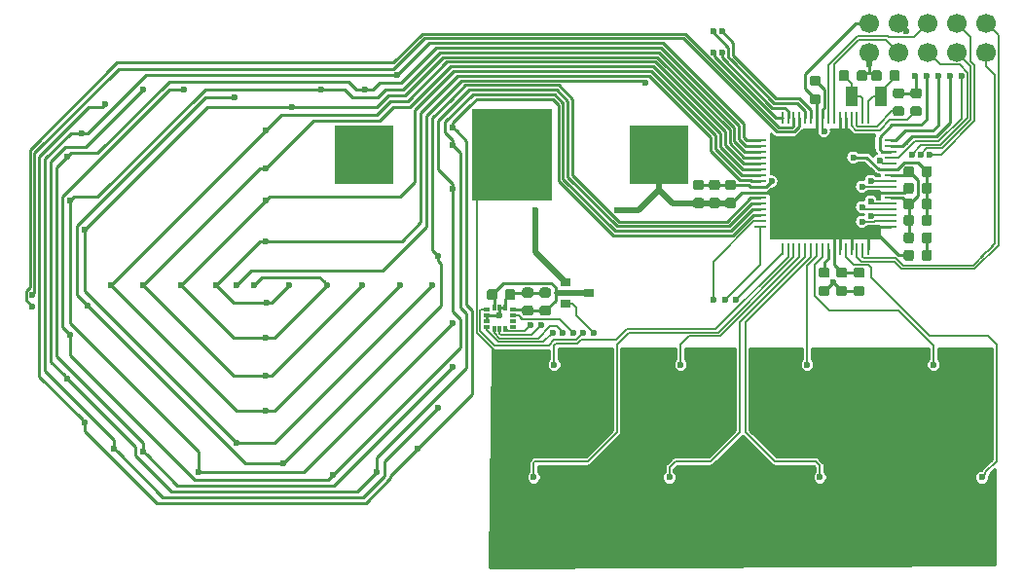
<source format=gbr>
G04 #@! TF.GenerationSoftware,KiCad,Pcbnew,5.0.2+dfsg1-1~bpo9+1*
G04 #@! TF.CreationDate,2019-04-08T01:26:03+03:00*
G04 #@! TF.ProjectId,kicad,6b696361-642e-46b6-9963-61645f706362,rev?*
G04 #@! TF.SameCoordinates,Original*
G04 #@! TF.FileFunction,Copper,L2,Bot*
G04 #@! TF.FilePolarity,Positive*
%FSLAX46Y46*%
G04 Gerber Fmt 4.6, Leading zero omitted, Abs format (unit mm)*
G04 Created by KiCad (PCBNEW 5.0.2+dfsg1-1~bpo9+1) date Mon 08 Apr 2019 01:26:03 AM MSK*
%MOMM*%
%LPD*%
G01*
G04 APERTURE LIST*
G04 #@! TA.AperFunction,Conductor*
%ADD10C,0.100000*%
G04 #@! TD*
G04 #@! TA.AperFunction,SMDPad,CuDef*
%ADD11C,0.875000*%
G04 #@! TD*
G04 #@! TA.AperFunction,SMDPad,CuDef*
%ADD12R,1.000000X0.250000*%
G04 #@! TD*
G04 #@! TA.AperFunction,SMDPad,CuDef*
%ADD13R,0.250000X1.000000*%
G04 #@! TD*
G04 #@! TA.AperFunction,SMDPad,CuDef*
%ADD14R,1.000000X1.800000*%
G04 #@! TD*
G04 #@! TA.AperFunction,SMDPad,CuDef*
%ADD15R,0.580000X0.350000*%
G04 #@! TD*
G04 #@! TA.AperFunction,SMDPad,CuDef*
%ADD16R,0.350000X0.580000*%
G04 #@! TD*
G04 #@! TA.AperFunction,BGAPad,CuDef*
%ADD17C,1.700000*%
G04 #@! TD*
G04 #@! TA.AperFunction,SMDPad,CuDef*
%ADD18R,7.000000X8.000000*%
G04 #@! TD*
G04 #@! TA.AperFunction,SMDPad,CuDef*
%ADD19R,5.080000X5.080000*%
G04 #@! TD*
G04 #@! TA.AperFunction,SMDPad,CuDef*
%ADD20R,0.900000X0.800000*%
G04 #@! TD*
G04 #@! TA.AperFunction,ViaPad*
%ADD21C,0.600000*%
G04 #@! TD*
G04 #@! TA.AperFunction,Conductor*
%ADD22C,0.254000*%
G04 #@! TD*
G04 #@! TA.AperFunction,Conductor*
%ADD23C,0.508000*%
G04 #@! TD*
G04 #@! TA.AperFunction,Conductor*
%ADD24C,0.152400*%
G04 #@! TD*
G04 #@! TA.AperFunction,Conductor*
%ADD25C,0.203000*%
G04 #@! TD*
G04 APERTURE END LIST*
D10*
G04 #@! TO.N,N$2*
G04 #@! TO.C,R1*
G36*
X183171191Y-99983053D02*
X183192426Y-99986203D01*
X183213250Y-99991419D01*
X183233462Y-99998651D01*
X183252868Y-100007830D01*
X183271281Y-100018866D01*
X183288524Y-100031654D01*
X183304430Y-100046070D01*
X183318846Y-100061976D01*
X183331634Y-100079219D01*
X183342670Y-100097632D01*
X183351849Y-100117038D01*
X183359081Y-100137250D01*
X183364297Y-100158074D01*
X183367447Y-100179309D01*
X183368500Y-100200750D01*
X183368500Y-100713250D01*
X183367447Y-100734691D01*
X183364297Y-100755926D01*
X183359081Y-100776750D01*
X183351849Y-100796962D01*
X183342670Y-100816368D01*
X183331634Y-100834781D01*
X183318846Y-100852024D01*
X183304430Y-100867930D01*
X183288524Y-100882346D01*
X183271281Y-100895134D01*
X183252868Y-100906170D01*
X183233462Y-100915349D01*
X183213250Y-100922581D01*
X183192426Y-100927797D01*
X183171191Y-100930947D01*
X183149750Y-100932000D01*
X182712250Y-100932000D01*
X182690809Y-100930947D01*
X182669574Y-100927797D01*
X182648750Y-100922581D01*
X182628538Y-100915349D01*
X182609132Y-100906170D01*
X182590719Y-100895134D01*
X182573476Y-100882346D01*
X182557570Y-100867930D01*
X182543154Y-100852024D01*
X182530366Y-100834781D01*
X182519330Y-100816368D01*
X182510151Y-100796962D01*
X182502919Y-100776750D01*
X182497703Y-100755926D01*
X182494553Y-100734691D01*
X182493500Y-100713250D01*
X182493500Y-100200750D01*
X182494553Y-100179309D01*
X182497703Y-100158074D01*
X182502919Y-100137250D01*
X182510151Y-100117038D01*
X182519330Y-100097632D01*
X182530366Y-100079219D01*
X182543154Y-100061976D01*
X182557570Y-100046070D01*
X182573476Y-100031654D01*
X182590719Y-100018866D01*
X182609132Y-100007830D01*
X182628538Y-99998651D01*
X182648750Y-99991419D01*
X182669574Y-99986203D01*
X182690809Y-99983053D01*
X182712250Y-99982000D01*
X183149750Y-99982000D01*
X183171191Y-99983053D01*
X183171191Y-99983053D01*
G37*
D11*
G04 #@! TD*
G04 #@! TO.P,R1,1*
G04 #@! TO.N,N$2*
X182931000Y-100457000D03*
D10*
G04 #@! TO.N,MCU_AVDD*
G04 #@! TO.C,R1*
G36*
X181596191Y-99983053D02*
X181617426Y-99986203D01*
X181638250Y-99991419D01*
X181658462Y-99998651D01*
X181677868Y-100007830D01*
X181696281Y-100018866D01*
X181713524Y-100031654D01*
X181729430Y-100046070D01*
X181743846Y-100061976D01*
X181756634Y-100079219D01*
X181767670Y-100097632D01*
X181776849Y-100117038D01*
X181784081Y-100137250D01*
X181789297Y-100158074D01*
X181792447Y-100179309D01*
X181793500Y-100200750D01*
X181793500Y-100713250D01*
X181792447Y-100734691D01*
X181789297Y-100755926D01*
X181784081Y-100776750D01*
X181776849Y-100796962D01*
X181767670Y-100816368D01*
X181756634Y-100834781D01*
X181743846Y-100852024D01*
X181729430Y-100867930D01*
X181713524Y-100882346D01*
X181696281Y-100895134D01*
X181677868Y-100906170D01*
X181658462Y-100915349D01*
X181638250Y-100922581D01*
X181617426Y-100927797D01*
X181596191Y-100930947D01*
X181574750Y-100932000D01*
X181137250Y-100932000D01*
X181115809Y-100930947D01*
X181094574Y-100927797D01*
X181073750Y-100922581D01*
X181053538Y-100915349D01*
X181034132Y-100906170D01*
X181015719Y-100895134D01*
X180998476Y-100882346D01*
X180982570Y-100867930D01*
X180968154Y-100852024D01*
X180955366Y-100834781D01*
X180944330Y-100816368D01*
X180935151Y-100796962D01*
X180927919Y-100776750D01*
X180922703Y-100755926D01*
X180919553Y-100734691D01*
X180918500Y-100713250D01*
X180918500Y-100200750D01*
X180919553Y-100179309D01*
X180922703Y-100158074D01*
X180927919Y-100137250D01*
X180935151Y-100117038D01*
X180944330Y-100097632D01*
X180955366Y-100079219D01*
X180968154Y-100061976D01*
X180982570Y-100046070D01*
X180998476Y-100031654D01*
X181015719Y-100018866D01*
X181034132Y-100007830D01*
X181053538Y-99998651D01*
X181073750Y-99991419D01*
X181094574Y-99986203D01*
X181115809Y-99983053D01*
X181137250Y-99982000D01*
X181574750Y-99982000D01*
X181596191Y-99983053D01*
X181596191Y-99983053D01*
G37*
D11*
G04 #@! TD*
G04 #@! TO.P,R1,2*
G04 #@! TO.N,MCU_AVDD*
X181356000Y-100457000D03*
D12*
G04 #@! TO.P,U1,64*
G04 #@! TO.N,LED_K7*
X168407080Y-92007560D03*
G04 #@! TO.P,U1,63*
G04 #@! TO.N,LED_K6*
X168407080Y-92507560D03*
G04 #@! TO.P,U1,62*
G04 #@! TO.N,LED_K5*
X168407080Y-93007560D03*
G04 #@! TO.P,U1,61*
G04 #@! TO.N,LED_K4*
X168407080Y-93507560D03*
G04 #@! TO.P,U1,60*
G04 #@! TO.N,LED_K3*
X168407080Y-94007560D03*
G04 #@! TO.P,U1,59*
G04 #@! TO.N,LED_K2*
X168407080Y-94507560D03*
G04 #@! TO.P,U1,58*
G04 #@! TO.N,LED_K1*
X168407080Y-95007560D03*
G04 #@! TO.P,U1,57*
G04 #@! TO.N,LED_K0*
X168407080Y-95507560D03*
G04 #@! TO.P,U1,56*
G04 #@! TO.N,GND*
X168407080Y-96007560D03*
G04 #@! TO.P,U1,55*
G04 #@! TO.N,VDD*
X168407080Y-96507560D03*
G04 #@! TO.P,U1,54*
G04 #@! TO.N,LED_K11*
X168407080Y-97007560D03*
G04 #@! TO.P,U1,53*
G04 #@! TO.N,LED_K10*
X168407080Y-97507560D03*
G04 #@! TO.P,U1,52*
G04 #@! TO.N,LED_K9*
X168407080Y-98007560D03*
G04 #@! TO.P,U1,51*
G04 #@! TO.N,LED_K8*
X168407080Y-98507560D03*
G04 #@! TO.P,U1,50*
G04 #@! TO.N,N$9*
X168407080Y-99007560D03*
G04 #@! TO.P,U1,49*
G04 #@! TO.N,N$10*
X168407080Y-99507560D03*
D13*
G04 #@! TO.P,U1,48*
G04 #@! TO.N,N$8*
X170357080Y-101457560D03*
G04 #@! TO.P,U1,47*
G04 #@! TO.N,TOUCH_PAD0*
X170857080Y-101457560D03*
G04 #@! TO.P,U1,46*
G04 #@! TO.N,N$20*
X171357080Y-101457560D03*
G04 #@! TO.P,U1,45*
G04 #@! TO.N,TOUCH_PAD1*
X171857080Y-101457560D03*
G04 #@! TO.P,U1,44*
G04 #@! TO.N,N$21*
X172357080Y-101457560D03*
G04 #@! TO.P,U1,43*
G04 #@! TO.N,N$22*
X172857080Y-101457560D03*
G04 #@! TO.P,U1,42*
G04 #@! TO.N,TOUCH_PAD2*
X173357080Y-101457560D03*
G04 #@! TO.P,U1,41*
G04 #@! TO.N,TOUCH_PAD3*
X173857080Y-101457560D03*
G04 #@! TO.P,U1,40*
G04 #@! TO.N,N$1*
X174357080Y-101457560D03*
G04 #@! TO.P,U1,39*
G04 #@! TO.N,VDD*
X174857080Y-101457560D03*
G04 #@! TO.P,U1,38*
X175357080Y-101457560D03*
G04 #@! TO.P,U1,37*
G04 #@! TO.N,N$23*
X175857080Y-101457560D03*
G04 #@! TO.P,U1,36*
G04 #@! TO.N,VDD*
X176357080Y-101457560D03*
G04 #@! TO.P,U1,35*
G04 #@! TO.N,N$11*
X176857080Y-101457560D03*
G04 #@! TO.P,U1,34*
G04 #@! TO.N,N$12*
X177357080Y-101457560D03*
G04 #@! TO.P,U1,33*
G04 #@! TO.N,VDD*
X177857080Y-101457560D03*
D12*
G04 #@! TO.P,U1,32*
X179807080Y-99507560D03*
G04 #@! TO.P,U1,31*
G04 #@! TO.N,N$17*
X179807080Y-99007560D03*
G04 #@! TO.P,U1,30*
G04 #@! TO.N,N$16*
X179807080Y-98507560D03*
G04 #@! TO.P,U1,29*
G04 #@! TO.N,N$14*
X179807080Y-98007560D03*
G04 #@! TO.P,U1,28*
G04 #@! TO.N,N$15*
X179807080Y-97507560D03*
G04 #@! TO.P,U1,27*
G04 #@! TO.N,MCU_AVDD*
X179807080Y-97007560D03*
G04 #@! TO.P,U1,26*
G04 #@! TO.N,VDD*
X179807080Y-96507560D03*
G04 #@! TO.P,U1,25*
G04 #@! TO.N,N$19*
X179807080Y-96007560D03*
G04 #@! TO.P,U1,24*
G04 #@! TO.N,N$18*
X179807080Y-95507560D03*
G04 #@! TO.P,U1,23*
G04 #@! TO.N,MCU_AVDD*
X179807080Y-95007560D03*
G04 #@! TO.P,U1,22*
G04 #@! TO.N,GND*
X179807080Y-94507560D03*
G04 #@! TO.P,U1,21*
G04 #@! TO.N,N$13*
X179807080Y-94007560D03*
G04 #@! TO.P,U1,20*
G04 #@! TO.N,N$5*
X179807080Y-93507560D03*
G04 #@! TO.P,U1,19*
G04 #@! TO.N,LED_A8*
X179807080Y-93007560D03*
G04 #@! TO.P,U1,18*
G04 #@! TO.N,LED_A7*
X179807080Y-92507560D03*
G04 #@! TO.P,U1,17*
G04 #@! TO.N,LED_A6*
X179807080Y-92007560D03*
D13*
G04 #@! TO.P,U1,16*
G04 #@! TO.N,LFXTAL_N*
X177857080Y-90057560D03*
G04 #@! TO.P,U1,15*
G04 #@! TO.N,LFXTAL_P*
X177357080Y-90057560D03*
G04 #@! TO.P,U1,14*
G04 #@! TO.N,N$25*
X176857080Y-90057560D03*
G04 #@! TO.P,U1,13*
G04 #@! TO.N,N$24*
X176357080Y-90057560D03*
G04 #@! TO.P,U1,12*
G04 #@! TO.N,VDD*
X175857080Y-90057560D03*
G04 #@! TO.P,U1,11*
X175357080Y-90057560D03*
G04 #@! TO.P,U1,10*
G04 #@! TO.N,N$6*
X174857080Y-90057560D03*
G04 #@! TO.P,U1,9*
G04 #@! TO.N,N$7*
X174357080Y-90057560D03*
G04 #@! TO.P,U1,8*
G04 #@! TO.N,GND*
X173857080Y-90057560D03*
G04 #@! TO.P,U1,7*
G04 #@! TO.N,VDD*
X173357080Y-90057560D03*
G04 #@! TO.P,U1,6*
G04 #@! TO.N,LED_A5*
X172857080Y-90057560D03*
G04 #@! TO.P,U1,5*
G04 #@! TO.N,LED_A4*
X172357080Y-90057560D03*
G04 #@! TO.P,U1,4*
G04 #@! TO.N,LED_A3*
X171857080Y-90057560D03*
G04 #@! TO.P,U1,3*
G04 #@! TO.N,LED_A2*
X171357080Y-90057560D03*
G04 #@! TO.P,U1,2*
G04 #@! TO.N,LED_A1*
X170857080Y-90057560D03*
G04 #@! TO.P,U1,1*
G04 #@! TO.N,LED_A0*
X170357080Y-90057560D03*
G04 #@! TD*
D14*
G04 #@! TO.P,Y1,1*
G04 #@! TO.N,LFXTAL_P*
X176423000Y-88138000D03*
G04 #@! TO.P,Y1,2*
G04 #@! TO.N,LFXTAL_N*
X178923000Y-88138000D03*
G04 #@! TD*
D10*
G04 #@! TO.N,GND*
G04 #@! TO.C,C1*
G36*
X174267691Y-104643553D02*
X174288926Y-104646703D01*
X174309750Y-104651919D01*
X174329962Y-104659151D01*
X174349368Y-104668330D01*
X174367781Y-104679366D01*
X174385024Y-104692154D01*
X174400930Y-104706570D01*
X174415346Y-104722476D01*
X174428134Y-104739719D01*
X174439170Y-104758132D01*
X174448349Y-104777538D01*
X174455581Y-104797750D01*
X174460797Y-104818574D01*
X174463947Y-104839809D01*
X174465000Y-104861250D01*
X174465000Y-105298750D01*
X174463947Y-105320191D01*
X174460797Y-105341426D01*
X174455581Y-105362250D01*
X174448349Y-105382462D01*
X174439170Y-105401868D01*
X174428134Y-105420281D01*
X174415346Y-105437524D01*
X174400930Y-105453430D01*
X174385024Y-105467846D01*
X174367781Y-105480634D01*
X174349368Y-105491670D01*
X174329962Y-105500849D01*
X174309750Y-105508081D01*
X174288926Y-105513297D01*
X174267691Y-105516447D01*
X174246250Y-105517500D01*
X173733750Y-105517500D01*
X173712309Y-105516447D01*
X173691074Y-105513297D01*
X173670250Y-105508081D01*
X173650038Y-105500849D01*
X173630632Y-105491670D01*
X173612219Y-105480634D01*
X173594976Y-105467846D01*
X173579070Y-105453430D01*
X173564654Y-105437524D01*
X173551866Y-105420281D01*
X173540830Y-105401868D01*
X173531651Y-105382462D01*
X173524419Y-105362250D01*
X173519203Y-105341426D01*
X173516053Y-105320191D01*
X173515000Y-105298750D01*
X173515000Y-104861250D01*
X173516053Y-104839809D01*
X173519203Y-104818574D01*
X173524419Y-104797750D01*
X173531651Y-104777538D01*
X173540830Y-104758132D01*
X173551866Y-104739719D01*
X173564654Y-104722476D01*
X173579070Y-104706570D01*
X173594976Y-104692154D01*
X173612219Y-104679366D01*
X173630632Y-104668330D01*
X173650038Y-104659151D01*
X173670250Y-104651919D01*
X173691074Y-104646703D01*
X173712309Y-104643553D01*
X173733750Y-104642500D01*
X174246250Y-104642500D01*
X174267691Y-104643553D01*
X174267691Y-104643553D01*
G37*
D11*
G04 #@! TD*
G04 #@! TO.P,C1,2*
G04 #@! TO.N,GND*
X173990000Y-105080000D03*
D10*
G04 #@! TO.N,N$1*
G04 #@! TO.C,C1*
G36*
X174267691Y-103068553D02*
X174288926Y-103071703D01*
X174309750Y-103076919D01*
X174329962Y-103084151D01*
X174349368Y-103093330D01*
X174367781Y-103104366D01*
X174385024Y-103117154D01*
X174400930Y-103131570D01*
X174415346Y-103147476D01*
X174428134Y-103164719D01*
X174439170Y-103183132D01*
X174448349Y-103202538D01*
X174455581Y-103222750D01*
X174460797Y-103243574D01*
X174463947Y-103264809D01*
X174465000Y-103286250D01*
X174465000Y-103723750D01*
X174463947Y-103745191D01*
X174460797Y-103766426D01*
X174455581Y-103787250D01*
X174448349Y-103807462D01*
X174439170Y-103826868D01*
X174428134Y-103845281D01*
X174415346Y-103862524D01*
X174400930Y-103878430D01*
X174385024Y-103892846D01*
X174367781Y-103905634D01*
X174349368Y-103916670D01*
X174329962Y-103925849D01*
X174309750Y-103933081D01*
X174288926Y-103938297D01*
X174267691Y-103941447D01*
X174246250Y-103942500D01*
X173733750Y-103942500D01*
X173712309Y-103941447D01*
X173691074Y-103938297D01*
X173670250Y-103933081D01*
X173650038Y-103925849D01*
X173630632Y-103916670D01*
X173612219Y-103905634D01*
X173594976Y-103892846D01*
X173579070Y-103878430D01*
X173564654Y-103862524D01*
X173551866Y-103845281D01*
X173540830Y-103826868D01*
X173531651Y-103807462D01*
X173524419Y-103787250D01*
X173519203Y-103766426D01*
X173516053Y-103745191D01*
X173515000Y-103723750D01*
X173515000Y-103286250D01*
X173516053Y-103264809D01*
X173519203Y-103243574D01*
X173524419Y-103222750D01*
X173531651Y-103202538D01*
X173540830Y-103183132D01*
X173551866Y-103164719D01*
X173564654Y-103147476D01*
X173579070Y-103131570D01*
X173594976Y-103117154D01*
X173612219Y-103104366D01*
X173630632Y-103093330D01*
X173650038Y-103084151D01*
X173670250Y-103076919D01*
X173691074Y-103071703D01*
X173712309Y-103068553D01*
X173733750Y-103067500D01*
X174246250Y-103067500D01*
X174267691Y-103068553D01*
X174267691Y-103068553D01*
G37*
D11*
G04 #@! TD*
G04 #@! TO.P,C1,1*
G04 #@! TO.N,N$1*
X173990000Y-103505000D03*
D10*
G04 #@! TO.N,GND*
G04 #@! TO.C,C3*
G36*
X183171191Y-95665053D02*
X183192426Y-95668203D01*
X183213250Y-95673419D01*
X183233462Y-95680651D01*
X183252868Y-95689830D01*
X183271281Y-95700866D01*
X183288524Y-95713654D01*
X183304430Y-95728070D01*
X183318846Y-95743976D01*
X183331634Y-95761219D01*
X183342670Y-95779632D01*
X183351849Y-95799038D01*
X183359081Y-95819250D01*
X183364297Y-95840074D01*
X183367447Y-95861309D01*
X183368500Y-95882750D01*
X183368500Y-96395250D01*
X183367447Y-96416691D01*
X183364297Y-96437926D01*
X183359081Y-96458750D01*
X183351849Y-96478962D01*
X183342670Y-96498368D01*
X183331634Y-96516781D01*
X183318846Y-96534024D01*
X183304430Y-96549930D01*
X183288524Y-96564346D01*
X183271281Y-96577134D01*
X183252868Y-96588170D01*
X183233462Y-96597349D01*
X183213250Y-96604581D01*
X183192426Y-96609797D01*
X183171191Y-96612947D01*
X183149750Y-96614000D01*
X182712250Y-96614000D01*
X182690809Y-96612947D01*
X182669574Y-96609797D01*
X182648750Y-96604581D01*
X182628538Y-96597349D01*
X182609132Y-96588170D01*
X182590719Y-96577134D01*
X182573476Y-96564346D01*
X182557570Y-96549930D01*
X182543154Y-96534024D01*
X182530366Y-96516781D01*
X182519330Y-96498368D01*
X182510151Y-96478962D01*
X182502919Y-96458750D01*
X182497703Y-96437926D01*
X182494553Y-96416691D01*
X182493500Y-96395250D01*
X182493500Y-95882750D01*
X182494553Y-95861309D01*
X182497703Y-95840074D01*
X182502919Y-95819250D01*
X182510151Y-95799038D01*
X182519330Y-95779632D01*
X182530366Y-95761219D01*
X182543154Y-95743976D01*
X182557570Y-95728070D01*
X182573476Y-95713654D01*
X182590719Y-95700866D01*
X182609132Y-95689830D01*
X182628538Y-95680651D01*
X182648750Y-95673419D01*
X182669574Y-95668203D01*
X182690809Y-95665053D01*
X182712250Y-95664000D01*
X183149750Y-95664000D01*
X183171191Y-95665053D01*
X183171191Y-95665053D01*
G37*
D11*
G04 #@! TD*
G04 #@! TO.P,C3,2*
G04 #@! TO.N,GND*
X182931000Y-96139000D03*
D10*
G04 #@! TO.N,VDD*
G04 #@! TO.C,C3*
G36*
X181596191Y-95665053D02*
X181617426Y-95668203D01*
X181638250Y-95673419D01*
X181658462Y-95680651D01*
X181677868Y-95689830D01*
X181696281Y-95700866D01*
X181713524Y-95713654D01*
X181729430Y-95728070D01*
X181743846Y-95743976D01*
X181756634Y-95761219D01*
X181767670Y-95779632D01*
X181776849Y-95799038D01*
X181784081Y-95819250D01*
X181789297Y-95840074D01*
X181792447Y-95861309D01*
X181793500Y-95882750D01*
X181793500Y-96395250D01*
X181792447Y-96416691D01*
X181789297Y-96437926D01*
X181784081Y-96458750D01*
X181776849Y-96478962D01*
X181767670Y-96498368D01*
X181756634Y-96516781D01*
X181743846Y-96534024D01*
X181729430Y-96549930D01*
X181713524Y-96564346D01*
X181696281Y-96577134D01*
X181677868Y-96588170D01*
X181658462Y-96597349D01*
X181638250Y-96604581D01*
X181617426Y-96609797D01*
X181596191Y-96612947D01*
X181574750Y-96614000D01*
X181137250Y-96614000D01*
X181115809Y-96612947D01*
X181094574Y-96609797D01*
X181073750Y-96604581D01*
X181053538Y-96597349D01*
X181034132Y-96588170D01*
X181015719Y-96577134D01*
X180998476Y-96564346D01*
X180982570Y-96549930D01*
X180968154Y-96534024D01*
X180955366Y-96516781D01*
X180944330Y-96498368D01*
X180935151Y-96478962D01*
X180927919Y-96458750D01*
X180922703Y-96437926D01*
X180919553Y-96416691D01*
X180918500Y-96395250D01*
X180918500Y-95882750D01*
X180919553Y-95861309D01*
X180922703Y-95840074D01*
X180927919Y-95819250D01*
X180935151Y-95799038D01*
X180944330Y-95779632D01*
X180955366Y-95761219D01*
X180968154Y-95743976D01*
X180982570Y-95728070D01*
X180998476Y-95713654D01*
X181015719Y-95700866D01*
X181034132Y-95689830D01*
X181053538Y-95680651D01*
X181073750Y-95673419D01*
X181094574Y-95668203D01*
X181115809Y-95665053D01*
X181137250Y-95664000D01*
X181574750Y-95664000D01*
X181596191Y-95665053D01*
X181596191Y-95665053D01*
G37*
D11*
G04 #@! TD*
G04 #@! TO.P,C3,1*
G04 #@! TO.N,VDD*
X181356000Y-96139000D03*
D10*
G04 #@! TO.N,GND*
G04 #@! TO.C,C4*
G36*
X166139691Y-95423053D02*
X166160926Y-95426203D01*
X166181750Y-95431419D01*
X166201962Y-95438651D01*
X166221368Y-95447830D01*
X166239781Y-95458866D01*
X166257024Y-95471654D01*
X166272930Y-95486070D01*
X166287346Y-95501976D01*
X166300134Y-95519219D01*
X166311170Y-95537632D01*
X166320349Y-95557038D01*
X166327581Y-95577250D01*
X166332797Y-95598074D01*
X166335947Y-95619309D01*
X166337000Y-95640750D01*
X166337000Y-96078250D01*
X166335947Y-96099691D01*
X166332797Y-96120926D01*
X166327581Y-96141750D01*
X166320349Y-96161962D01*
X166311170Y-96181368D01*
X166300134Y-96199781D01*
X166287346Y-96217024D01*
X166272930Y-96232930D01*
X166257024Y-96247346D01*
X166239781Y-96260134D01*
X166221368Y-96271170D01*
X166201962Y-96280349D01*
X166181750Y-96287581D01*
X166160926Y-96292797D01*
X166139691Y-96295947D01*
X166118250Y-96297000D01*
X165605750Y-96297000D01*
X165584309Y-96295947D01*
X165563074Y-96292797D01*
X165542250Y-96287581D01*
X165522038Y-96280349D01*
X165502632Y-96271170D01*
X165484219Y-96260134D01*
X165466976Y-96247346D01*
X165451070Y-96232930D01*
X165436654Y-96217024D01*
X165423866Y-96199781D01*
X165412830Y-96181368D01*
X165403651Y-96161962D01*
X165396419Y-96141750D01*
X165391203Y-96120926D01*
X165388053Y-96099691D01*
X165387000Y-96078250D01*
X165387000Y-95640750D01*
X165388053Y-95619309D01*
X165391203Y-95598074D01*
X165396419Y-95577250D01*
X165403651Y-95557038D01*
X165412830Y-95537632D01*
X165423866Y-95519219D01*
X165436654Y-95501976D01*
X165451070Y-95486070D01*
X165466976Y-95471654D01*
X165484219Y-95458866D01*
X165502632Y-95447830D01*
X165522038Y-95438651D01*
X165542250Y-95431419D01*
X165563074Y-95426203D01*
X165584309Y-95423053D01*
X165605750Y-95422000D01*
X166118250Y-95422000D01*
X166139691Y-95423053D01*
X166139691Y-95423053D01*
G37*
D11*
G04 #@! TD*
G04 #@! TO.P,C4,2*
G04 #@! TO.N,GND*
X165862000Y-95859500D03*
D10*
G04 #@! TO.N,VDD*
G04 #@! TO.C,C4*
G36*
X166139691Y-96998053D02*
X166160926Y-97001203D01*
X166181750Y-97006419D01*
X166201962Y-97013651D01*
X166221368Y-97022830D01*
X166239781Y-97033866D01*
X166257024Y-97046654D01*
X166272930Y-97061070D01*
X166287346Y-97076976D01*
X166300134Y-97094219D01*
X166311170Y-97112632D01*
X166320349Y-97132038D01*
X166327581Y-97152250D01*
X166332797Y-97173074D01*
X166335947Y-97194309D01*
X166337000Y-97215750D01*
X166337000Y-97653250D01*
X166335947Y-97674691D01*
X166332797Y-97695926D01*
X166327581Y-97716750D01*
X166320349Y-97736962D01*
X166311170Y-97756368D01*
X166300134Y-97774781D01*
X166287346Y-97792024D01*
X166272930Y-97807930D01*
X166257024Y-97822346D01*
X166239781Y-97835134D01*
X166221368Y-97846170D01*
X166201962Y-97855349D01*
X166181750Y-97862581D01*
X166160926Y-97867797D01*
X166139691Y-97870947D01*
X166118250Y-97872000D01*
X165605750Y-97872000D01*
X165584309Y-97870947D01*
X165563074Y-97867797D01*
X165542250Y-97862581D01*
X165522038Y-97855349D01*
X165502632Y-97846170D01*
X165484219Y-97835134D01*
X165466976Y-97822346D01*
X165451070Y-97807930D01*
X165436654Y-97792024D01*
X165423866Y-97774781D01*
X165412830Y-97756368D01*
X165403651Y-97736962D01*
X165396419Y-97716750D01*
X165391203Y-97695926D01*
X165388053Y-97674691D01*
X165387000Y-97653250D01*
X165387000Y-97215750D01*
X165388053Y-97194309D01*
X165391203Y-97173074D01*
X165396419Y-97152250D01*
X165403651Y-97132038D01*
X165412830Y-97112632D01*
X165423866Y-97094219D01*
X165436654Y-97076976D01*
X165451070Y-97061070D01*
X165466976Y-97046654D01*
X165484219Y-97033866D01*
X165502632Y-97022830D01*
X165522038Y-97013651D01*
X165542250Y-97006419D01*
X165563074Y-97001203D01*
X165584309Y-96998053D01*
X165605750Y-96997000D01*
X166118250Y-96997000D01*
X166139691Y-96998053D01*
X166139691Y-96998053D01*
G37*
D11*
G04 #@! TD*
G04 #@! TO.P,C4,1*
G04 #@! TO.N,VDD*
X165862000Y-97434500D03*
D10*
G04 #@! TO.N,GND*
G04 #@! TO.C,C5*
G36*
X164742691Y-95423053D02*
X164763926Y-95426203D01*
X164784750Y-95431419D01*
X164804962Y-95438651D01*
X164824368Y-95447830D01*
X164842781Y-95458866D01*
X164860024Y-95471654D01*
X164875930Y-95486070D01*
X164890346Y-95501976D01*
X164903134Y-95519219D01*
X164914170Y-95537632D01*
X164923349Y-95557038D01*
X164930581Y-95577250D01*
X164935797Y-95598074D01*
X164938947Y-95619309D01*
X164940000Y-95640750D01*
X164940000Y-96078250D01*
X164938947Y-96099691D01*
X164935797Y-96120926D01*
X164930581Y-96141750D01*
X164923349Y-96161962D01*
X164914170Y-96181368D01*
X164903134Y-96199781D01*
X164890346Y-96217024D01*
X164875930Y-96232930D01*
X164860024Y-96247346D01*
X164842781Y-96260134D01*
X164824368Y-96271170D01*
X164804962Y-96280349D01*
X164784750Y-96287581D01*
X164763926Y-96292797D01*
X164742691Y-96295947D01*
X164721250Y-96297000D01*
X164208750Y-96297000D01*
X164187309Y-96295947D01*
X164166074Y-96292797D01*
X164145250Y-96287581D01*
X164125038Y-96280349D01*
X164105632Y-96271170D01*
X164087219Y-96260134D01*
X164069976Y-96247346D01*
X164054070Y-96232930D01*
X164039654Y-96217024D01*
X164026866Y-96199781D01*
X164015830Y-96181368D01*
X164006651Y-96161962D01*
X163999419Y-96141750D01*
X163994203Y-96120926D01*
X163991053Y-96099691D01*
X163990000Y-96078250D01*
X163990000Y-95640750D01*
X163991053Y-95619309D01*
X163994203Y-95598074D01*
X163999419Y-95577250D01*
X164006651Y-95557038D01*
X164015830Y-95537632D01*
X164026866Y-95519219D01*
X164039654Y-95501976D01*
X164054070Y-95486070D01*
X164069976Y-95471654D01*
X164087219Y-95458866D01*
X164105632Y-95447830D01*
X164125038Y-95438651D01*
X164145250Y-95431419D01*
X164166074Y-95426203D01*
X164187309Y-95423053D01*
X164208750Y-95422000D01*
X164721250Y-95422000D01*
X164742691Y-95423053D01*
X164742691Y-95423053D01*
G37*
D11*
G04 #@! TD*
G04 #@! TO.P,C5,2*
G04 #@! TO.N,GND*
X164465000Y-95859500D03*
D10*
G04 #@! TO.N,VDD*
G04 #@! TO.C,C5*
G36*
X164742691Y-96998053D02*
X164763926Y-97001203D01*
X164784750Y-97006419D01*
X164804962Y-97013651D01*
X164824368Y-97022830D01*
X164842781Y-97033866D01*
X164860024Y-97046654D01*
X164875930Y-97061070D01*
X164890346Y-97076976D01*
X164903134Y-97094219D01*
X164914170Y-97112632D01*
X164923349Y-97132038D01*
X164930581Y-97152250D01*
X164935797Y-97173074D01*
X164938947Y-97194309D01*
X164940000Y-97215750D01*
X164940000Y-97653250D01*
X164938947Y-97674691D01*
X164935797Y-97695926D01*
X164930581Y-97716750D01*
X164923349Y-97736962D01*
X164914170Y-97756368D01*
X164903134Y-97774781D01*
X164890346Y-97792024D01*
X164875930Y-97807930D01*
X164860024Y-97822346D01*
X164842781Y-97835134D01*
X164824368Y-97846170D01*
X164804962Y-97855349D01*
X164784750Y-97862581D01*
X164763926Y-97867797D01*
X164742691Y-97870947D01*
X164721250Y-97872000D01*
X164208750Y-97872000D01*
X164187309Y-97870947D01*
X164166074Y-97867797D01*
X164145250Y-97862581D01*
X164125038Y-97855349D01*
X164105632Y-97846170D01*
X164087219Y-97835134D01*
X164069976Y-97822346D01*
X164054070Y-97807930D01*
X164039654Y-97792024D01*
X164026866Y-97774781D01*
X164015830Y-97756368D01*
X164006651Y-97736962D01*
X163999419Y-97716750D01*
X163994203Y-97695926D01*
X163991053Y-97674691D01*
X163990000Y-97653250D01*
X163990000Y-97215750D01*
X163991053Y-97194309D01*
X163994203Y-97173074D01*
X163999419Y-97152250D01*
X164006651Y-97132038D01*
X164015830Y-97112632D01*
X164026866Y-97094219D01*
X164039654Y-97076976D01*
X164054070Y-97061070D01*
X164069976Y-97046654D01*
X164087219Y-97033866D01*
X164105632Y-97022830D01*
X164125038Y-97013651D01*
X164145250Y-97006419D01*
X164166074Y-97001203D01*
X164187309Y-96998053D01*
X164208750Y-96997000D01*
X164721250Y-96997000D01*
X164742691Y-96998053D01*
X164742691Y-96998053D01*
G37*
D11*
G04 #@! TD*
G04 #@! TO.P,C5,1*
G04 #@! TO.N,VDD*
X164465000Y-97434500D03*
D10*
G04 #@! TO.N,MCU_AVDD*
G04 #@! TO.C,C6*
G36*
X181596191Y-97062053D02*
X181617426Y-97065203D01*
X181638250Y-97070419D01*
X181658462Y-97077651D01*
X181677868Y-97086830D01*
X181696281Y-97097866D01*
X181713524Y-97110654D01*
X181729430Y-97125070D01*
X181743846Y-97140976D01*
X181756634Y-97158219D01*
X181767670Y-97176632D01*
X181776849Y-97196038D01*
X181784081Y-97216250D01*
X181789297Y-97237074D01*
X181792447Y-97258309D01*
X181793500Y-97279750D01*
X181793500Y-97792250D01*
X181792447Y-97813691D01*
X181789297Y-97834926D01*
X181784081Y-97855750D01*
X181776849Y-97875962D01*
X181767670Y-97895368D01*
X181756634Y-97913781D01*
X181743846Y-97931024D01*
X181729430Y-97946930D01*
X181713524Y-97961346D01*
X181696281Y-97974134D01*
X181677868Y-97985170D01*
X181658462Y-97994349D01*
X181638250Y-98001581D01*
X181617426Y-98006797D01*
X181596191Y-98009947D01*
X181574750Y-98011000D01*
X181137250Y-98011000D01*
X181115809Y-98009947D01*
X181094574Y-98006797D01*
X181073750Y-98001581D01*
X181053538Y-97994349D01*
X181034132Y-97985170D01*
X181015719Y-97974134D01*
X180998476Y-97961346D01*
X180982570Y-97946930D01*
X180968154Y-97931024D01*
X180955366Y-97913781D01*
X180944330Y-97895368D01*
X180935151Y-97875962D01*
X180927919Y-97855750D01*
X180922703Y-97834926D01*
X180919553Y-97813691D01*
X180918500Y-97792250D01*
X180918500Y-97279750D01*
X180919553Y-97258309D01*
X180922703Y-97237074D01*
X180927919Y-97216250D01*
X180935151Y-97196038D01*
X180944330Y-97176632D01*
X180955366Y-97158219D01*
X180968154Y-97140976D01*
X180982570Y-97125070D01*
X180998476Y-97110654D01*
X181015719Y-97097866D01*
X181034132Y-97086830D01*
X181053538Y-97077651D01*
X181073750Y-97070419D01*
X181094574Y-97065203D01*
X181115809Y-97062053D01*
X181137250Y-97061000D01*
X181574750Y-97061000D01*
X181596191Y-97062053D01*
X181596191Y-97062053D01*
G37*
D11*
G04 #@! TD*
G04 #@! TO.P,C6,1*
G04 #@! TO.N,MCU_AVDD*
X181356000Y-97536000D03*
D10*
G04 #@! TO.N,GND*
G04 #@! TO.C,C6*
G36*
X183171191Y-97062053D02*
X183192426Y-97065203D01*
X183213250Y-97070419D01*
X183233462Y-97077651D01*
X183252868Y-97086830D01*
X183271281Y-97097866D01*
X183288524Y-97110654D01*
X183304430Y-97125070D01*
X183318846Y-97140976D01*
X183331634Y-97158219D01*
X183342670Y-97176632D01*
X183351849Y-97196038D01*
X183359081Y-97216250D01*
X183364297Y-97237074D01*
X183367447Y-97258309D01*
X183368500Y-97279750D01*
X183368500Y-97792250D01*
X183367447Y-97813691D01*
X183364297Y-97834926D01*
X183359081Y-97855750D01*
X183351849Y-97875962D01*
X183342670Y-97895368D01*
X183331634Y-97913781D01*
X183318846Y-97931024D01*
X183304430Y-97946930D01*
X183288524Y-97961346D01*
X183271281Y-97974134D01*
X183252868Y-97985170D01*
X183233462Y-97994349D01*
X183213250Y-98001581D01*
X183192426Y-98006797D01*
X183171191Y-98009947D01*
X183149750Y-98011000D01*
X182712250Y-98011000D01*
X182690809Y-98009947D01*
X182669574Y-98006797D01*
X182648750Y-98001581D01*
X182628538Y-97994349D01*
X182609132Y-97985170D01*
X182590719Y-97974134D01*
X182573476Y-97961346D01*
X182557570Y-97946930D01*
X182543154Y-97931024D01*
X182530366Y-97913781D01*
X182519330Y-97895368D01*
X182510151Y-97875962D01*
X182502919Y-97855750D01*
X182497703Y-97834926D01*
X182494553Y-97813691D01*
X182493500Y-97792250D01*
X182493500Y-97279750D01*
X182494553Y-97258309D01*
X182497703Y-97237074D01*
X182502919Y-97216250D01*
X182510151Y-97196038D01*
X182519330Y-97176632D01*
X182530366Y-97158219D01*
X182543154Y-97140976D01*
X182557570Y-97125070D01*
X182573476Y-97110654D01*
X182590719Y-97097866D01*
X182609132Y-97086830D01*
X182628538Y-97077651D01*
X182648750Y-97070419D01*
X182669574Y-97065203D01*
X182690809Y-97062053D01*
X182712250Y-97061000D01*
X183149750Y-97061000D01*
X183171191Y-97062053D01*
X183171191Y-97062053D01*
G37*
D11*
G04 #@! TD*
G04 #@! TO.P,C6,2*
G04 #@! TO.N,GND*
X182931000Y-97536000D03*
D10*
G04 #@! TO.N,GND*
G04 #@! TO.C,C7*
G36*
X183171191Y-94229953D02*
X183192426Y-94233103D01*
X183213250Y-94238319D01*
X183233462Y-94245551D01*
X183252868Y-94254730D01*
X183271281Y-94265766D01*
X183288524Y-94278554D01*
X183304430Y-94292970D01*
X183318846Y-94308876D01*
X183331634Y-94326119D01*
X183342670Y-94344532D01*
X183351849Y-94363938D01*
X183359081Y-94384150D01*
X183364297Y-94404974D01*
X183367447Y-94426209D01*
X183368500Y-94447650D01*
X183368500Y-94960150D01*
X183367447Y-94981591D01*
X183364297Y-95002826D01*
X183359081Y-95023650D01*
X183351849Y-95043862D01*
X183342670Y-95063268D01*
X183331634Y-95081681D01*
X183318846Y-95098924D01*
X183304430Y-95114830D01*
X183288524Y-95129246D01*
X183271281Y-95142034D01*
X183252868Y-95153070D01*
X183233462Y-95162249D01*
X183213250Y-95169481D01*
X183192426Y-95174697D01*
X183171191Y-95177847D01*
X183149750Y-95178900D01*
X182712250Y-95178900D01*
X182690809Y-95177847D01*
X182669574Y-95174697D01*
X182648750Y-95169481D01*
X182628538Y-95162249D01*
X182609132Y-95153070D01*
X182590719Y-95142034D01*
X182573476Y-95129246D01*
X182557570Y-95114830D01*
X182543154Y-95098924D01*
X182530366Y-95081681D01*
X182519330Y-95063268D01*
X182510151Y-95043862D01*
X182502919Y-95023650D01*
X182497703Y-95002826D01*
X182494553Y-94981591D01*
X182493500Y-94960150D01*
X182493500Y-94447650D01*
X182494553Y-94426209D01*
X182497703Y-94404974D01*
X182502919Y-94384150D01*
X182510151Y-94363938D01*
X182519330Y-94344532D01*
X182530366Y-94326119D01*
X182543154Y-94308876D01*
X182557570Y-94292970D01*
X182573476Y-94278554D01*
X182590719Y-94265766D01*
X182609132Y-94254730D01*
X182628538Y-94245551D01*
X182648750Y-94238319D01*
X182669574Y-94233103D01*
X182690809Y-94229953D01*
X182712250Y-94228900D01*
X183149750Y-94228900D01*
X183171191Y-94229953D01*
X183171191Y-94229953D01*
G37*
D11*
G04 #@! TD*
G04 #@! TO.P,C7,2*
G04 #@! TO.N,GND*
X182931000Y-94703900D03*
D10*
G04 #@! TO.N,MCU_AVDD*
G04 #@! TO.C,C7*
G36*
X181596191Y-94229953D02*
X181617426Y-94233103D01*
X181638250Y-94238319D01*
X181658462Y-94245551D01*
X181677868Y-94254730D01*
X181696281Y-94265766D01*
X181713524Y-94278554D01*
X181729430Y-94292970D01*
X181743846Y-94308876D01*
X181756634Y-94326119D01*
X181767670Y-94344532D01*
X181776849Y-94363938D01*
X181784081Y-94384150D01*
X181789297Y-94404974D01*
X181792447Y-94426209D01*
X181793500Y-94447650D01*
X181793500Y-94960150D01*
X181792447Y-94981591D01*
X181789297Y-95002826D01*
X181784081Y-95023650D01*
X181776849Y-95043862D01*
X181767670Y-95063268D01*
X181756634Y-95081681D01*
X181743846Y-95098924D01*
X181729430Y-95114830D01*
X181713524Y-95129246D01*
X181696281Y-95142034D01*
X181677868Y-95153070D01*
X181658462Y-95162249D01*
X181638250Y-95169481D01*
X181617426Y-95174697D01*
X181596191Y-95177847D01*
X181574750Y-95178900D01*
X181137250Y-95178900D01*
X181115809Y-95177847D01*
X181094574Y-95174697D01*
X181073750Y-95169481D01*
X181053538Y-95162249D01*
X181034132Y-95153070D01*
X181015719Y-95142034D01*
X180998476Y-95129246D01*
X180982570Y-95114830D01*
X180968154Y-95098924D01*
X180955366Y-95081681D01*
X180944330Y-95063268D01*
X180935151Y-95043862D01*
X180927919Y-95023650D01*
X180922703Y-95002826D01*
X180919553Y-94981591D01*
X180918500Y-94960150D01*
X180918500Y-94447650D01*
X180919553Y-94426209D01*
X180922703Y-94404974D01*
X180927919Y-94384150D01*
X180935151Y-94363938D01*
X180944330Y-94344532D01*
X180955366Y-94326119D01*
X180968154Y-94308876D01*
X180982570Y-94292970D01*
X180998476Y-94278554D01*
X181015719Y-94265766D01*
X181034132Y-94254730D01*
X181053538Y-94245551D01*
X181073750Y-94238319D01*
X181094574Y-94233103D01*
X181115809Y-94229953D01*
X181137250Y-94228900D01*
X181574750Y-94228900D01*
X181596191Y-94229953D01*
X181596191Y-94229953D01*
G37*
D11*
G04 #@! TD*
G04 #@! TO.P,C7,1*
G04 #@! TO.N,MCU_AVDD*
X181356000Y-94703900D03*
D10*
G04 #@! TO.N,GND*
G04 #@! TO.C,C8*
G36*
X183171191Y-98459053D02*
X183192426Y-98462203D01*
X183213250Y-98467419D01*
X183233462Y-98474651D01*
X183252868Y-98483830D01*
X183271281Y-98494866D01*
X183288524Y-98507654D01*
X183304430Y-98522070D01*
X183318846Y-98537976D01*
X183331634Y-98555219D01*
X183342670Y-98573632D01*
X183351849Y-98593038D01*
X183359081Y-98613250D01*
X183364297Y-98634074D01*
X183367447Y-98655309D01*
X183368500Y-98676750D01*
X183368500Y-99189250D01*
X183367447Y-99210691D01*
X183364297Y-99231926D01*
X183359081Y-99252750D01*
X183351849Y-99272962D01*
X183342670Y-99292368D01*
X183331634Y-99310781D01*
X183318846Y-99328024D01*
X183304430Y-99343930D01*
X183288524Y-99358346D01*
X183271281Y-99371134D01*
X183252868Y-99382170D01*
X183233462Y-99391349D01*
X183213250Y-99398581D01*
X183192426Y-99403797D01*
X183171191Y-99406947D01*
X183149750Y-99408000D01*
X182712250Y-99408000D01*
X182690809Y-99406947D01*
X182669574Y-99403797D01*
X182648750Y-99398581D01*
X182628538Y-99391349D01*
X182609132Y-99382170D01*
X182590719Y-99371134D01*
X182573476Y-99358346D01*
X182557570Y-99343930D01*
X182543154Y-99328024D01*
X182530366Y-99310781D01*
X182519330Y-99292368D01*
X182510151Y-99272962D01*
X182502919Y-99252750D01*
X182497703Y-99231926D01*
X182494553Y-99210691D01*
X182493500Y-99189250D01*
X182493500Y-98676750D01*
X182494553Y-98655309D01*
X182497703Y-98634074D01*
X182502919Y-98613250D01*
X182510151Y-98593038D01*
X182519330Y-98573632D01*
X182530366Y-98555219D01*
X182543154Y-98537976D01*
X182557570Y-98522070D01*
X182573476Y-98507654D01*
X182590719Y-98494866D01*
X182609132Y-98483830D01*
X182628538Y-98474651D01*
X182648750Y-98467419D01*
X182669574Y-98462203D01*
X182690809Y-98459053D01*
X182712250Y-98458000D01*
X183149750Y-98458000D01*
X183171191Y-98459053D01*
X183171191Y-98459053D01*
G37*
D11*
G04 #@! TD*
G04 #@! TO.P,C8,2*
G04 #@! TO.N,GND*
X182931000Y-98933000D03*
D10*
G04 #@! TO.N,MCU_AVDD*
G04 #@! TO.C,C8*
G36*
X181596191Y-98459053D02*
X181617426Y-98462203D01*
X181638250Y-98467419D01*
X181658462Y-98474651D01*
X181677868Y-98483830D01*
X181696281Y-98494866D01*
X181713524Y-98507654D01*
X181729430Y-98522070D01*
X181743846Y-98537976D01*
X181756634Y-98555219D01*
X181767670Y-98573632D01*
X181776849Y-98593038D01*
X181784081Y-98613250D01*
X181789297Y-98634074D01*
X181792447Y-98655309D01*
X181793500Y-98676750D01*
X181793500Y-99189250D01*
X181792447Y-99210691D01*
X181789297Y-99231926D01*
X181784081Y-99252750D01*
X181776849Y-99272962D01*
X181767670Y-99292368D01*
X181756634Y-99310781D01*
X181743846Y-99328024D01*
X181729430Y-99343930D01*
X181713524Y-99358346D01*
X181696281Y-99371134D01*
X181677868Y-99382170D01*
X181658462Y-99391349D01*
X181638250Y-99398581D01*
X181617426Y-99403797D01*
X181596191Y-99406947D01*
X181574750Y-99408000D01*
X181137250Y-99408000D01*
X181115809Y-99406947D01*
X181094574Y-99403797D01*
X181073750Y-99398581D01*
X181053538Y-99391349D01*
X181034132Y-99382170D01*
X181015719Y-99371134D01*
X180998476Y-99358346D01*
X180982570Y-99343930D01*
X180968154Y-99328024D01*
X180955366Y-99310781D01*
X180944330Y-99292368D01*
X180935151Y-99272962D01*
X180927919Y-99252750D01*
X180922703Y-99231926D01*
X180919553Y-99210691D01*
X180918500Y-99189250D01*
X180918500Y-98676750D01*
X180919553Y-98655309D01*
X180922703Y-98634074D01*
X180927919Y-98613250D01*
X180935151Y-98593038D01*
X180944330Y-98573632D01*
X180955366Y-98555219D01*
X180968154Y-98537976D01*
X180982570Y-98522070D01*
X180998476Y-98507654D01*
X181015719Y-98494866D01*
X181034132Y-98483830D01*
X181053538Y-98474651D01*
X181073750Y-98467419D01*
X181094574Y-98462203D01*
X181115809Y-98459053D01*
X181137250Y-98458000D01*
X181574750Y-98458000D01*
X181596191Y-98459053D01*
X181596191Y-98459053D01*
G37*
D11*
G04 #@! TD*
G04 #@! TO.P,C8,1*
G04 #@! TO.N,MCU_AVDD*
X181356000Y-98933000D03*
D10*
G04 #@! TO.N,GND*
G04 #@! TO.C,C9*
G36*
X175791691Y-104643553D02*
X175812926Y-104646703D01*
X175833750Y-104651919D01*
X175853962Y-104659151D01*
X175873368Y-104668330D01*
X175891781Y-104679366D01*
X175909024Y-104692154D01*
X175924930Y-104706570D01*
X175939346Y-104722476D01*
X175952134Y-104739719D01*
X175963170Y-104758132D01*
X175972349Y-104777538D01*
X175979581Y-104797750D01*
X175984797Y-104818574D01*
X175987947Y-104839809D01*
X175989000Y-104861250D01*
X175989000Y-105298750D01*
X175987947Y-105320191D01*
X175984797Y-105341426D01*
X175979581Y-105362250D01*
X175972349Y-105382462D01*
X175963170Y-105401868D01*
X175952134Y-105420281D01*
X175939346Y-105437524D01*
X175924930Y-105453430D01*
X175909024Y-105467846D01*
X175891781Y-105480634D01*
X175873368Y-105491670D01*
X175853962Y-105500849D01*
X175833750Y-105508081D01*
X175812926Y-105513297D01*
X175791691Y-105516447D01*
X175770250Y-105517500D01*
X175257750Y-105517500D01*
X175236309Y-105516447D01*
X175215074Y-105513297D01*
X175194250Y-105508081D01*
X175174038Y-105500849D01*
X175154632Y-105491670D01*
X175136219Y-105480634D01*
X175118976Y-105467846D01*
X175103070Y-105453430D01*
X175088654Y-105437524D01*
X175075866Y-105420281D01*
X175064830Y-105401868D01*
X175055651Y-105382462D01*
X175048419Y-105362250D01*
X175043203Y-105341426D01*
X175040053Y-105320191D01*
X175039000Y-105298750D01*
X175039000Y-104861250D01*
X175040053Y-104839809D01*
X175043203Y-104818574D01*
X175048419Y-104797750D01*
X175055651Y-104777538D01*
X175064830Y-104758132D01*
X175075866Y-104739719D01*
X175088654Y-104722476D01*
X175103070Y-104706570D01*
X175118976Y-104692154D01*
X175136219Y-104679366D01*
X175154632Y-104668330D01*
X175174038Y-104659151D01*
X175194250Y-104651919D01*
X175215074Y-104646703D01*
X175236309Y-104643553D01*
X175257750Y-104642500D01*
X175770250Y-104642500D01*
X175791691Y-104643553D01*
X175791691Y-104643553D01*
G37*
D11*
G04 #@! TD*
G04 #@! TO.P,C9,2*
G04 #@! TO.N,GND*
X175514000Y-105080000D03*
D10*
G04 #@! TO.N,VDD*
G04 #@! TO.C,C9*
G36*
X175791691Y-103068553D02*
X175812926Y-103071703D01*
X175833750Y-103076919D01*
X175853962Y-103084151D01*
X175873368Y-103093330D01*
X175891781Y-103104366D01*
X175909024Y-103117154D01*
X175924930Y-103131570D01*
X175939346Y-103147476D01*
X175952134Y-103164719D01*
X175963170Y-103183132D01*
X175972349Y-103202538D01*
X175979581Y-103222750D01*
X175984797Y-103243574D01*
X175987947Y-103264809D01*
X175989000Y-103286250D01*
X175989000Y-103723750D01*
X175987947Y-103745191D01*
X175984797Y-103766426D01*
X175979581Y-103787250D01*
X175972349Y-103807462D01*
X175963170Y-103826868D01*
X175952134Y-103845281D01*
X175939346Y-103862524D01*
X175924930Y-103878430D01*
X175909024Y-103892846D01*
X175891781Y-103905634D01*
X175873368Y-103916670D01*
X175853962Y-103925849D01*
X175833750Y-103933081D01*
X175812926Y-103938297D01*
X175791691Y-103941447D01*
X175770250Y-103942500D01*
X175257750Y-103942500D01*
X175236309Y-103941447D01*
X175215074Y-103938297D01*
X175194250Y-103933081D01*
X175174038Y-103925849D01*
X175154632Y-103916670D01*
X175136219Y-103905634D01*
X175118976Y-103892846D01*
X175103070Y-103878430D01*
X175088654Y-103862524D01*
X175075866Y-103845281D01*
X175064830Y-103826868D01*
X175055651Y-103807462D01*
X175048419Y-103787250D01*
X175043203Y-103766426D01*
X175040053Y-103745191D01*
X175039000Y-103723750D01*
X175039000Y-103286250D01*
X175040053Y-103264809D01*
X175043203Y-103243574D01*
X175048419Y-103222750D01*
X175055651Y-103202538D01*
X175064830Y-103183132D01*
X175075866Y-103164719D01*
X175088654Y-103147476D01*
X175103070Y-103131570D01*
X175118976Y-103117154D01*
X175136219Y-103104366D01*
X175154632Y-103093330D01*
X175174038Y-103084151D01*
X175194250Y-103076919D01*
X175215074Y-103071703D01*
X175236309Y-103068553D01*
X175257750Y-103067500D01*
X175770250Y-103067500D01*
X175791691Y-103068553D01*
X175791691Y-103068553D01*
G37*
D11*
G04 #@! TD*
G04 #@! TO.P,C9,1*
G04 #@! TO.N,VDD*
X175514000Y-103505000D03*
D10*
G04 #@! TO.N,GND*
G04 #@! TO.C,C10*
G36*
X177315691Y-104643553D02*
X177336926Y-104646703D01*
X177357750Y-104651919D01*
X177377962Y-104659151D01*
X177397368Y-104668330D01*
X177415781Y-104679366D01*
X177433024Y-104692154D01*
X177448930Y-104706570D01*
X177463346Y-104722476D01*
X177476134Y-104739719D01*
X177487170Y-104758132D01*
X177496349Y-104777538D01*
X177503581Y-104797750D01*
X177508797Y-104818574D01*
X177511947Y-104839809D01*
X177513000Y-104861250D01*
X177513000Y-105298750D01*
X177511947Y-105320191D01*
X177508797Y-105341426D01*
X177503581Y-105362250D01*
X177496349Y-105382462D01*
X177487170Y-105401868D01*
X177476134Y-105420281D01*
X177463346Y-105437524D01*
X177448930Y-105453430D01*
X177433024Y-105467846D01*
X177415781Y-105480634D01*
X177397368Y-105491670D01*
X177377962Y-105500849D01*
X177357750Y-105508081D01*
X177336926Y-105513297D01*
X177315691Y-105516447D01*
X177294250Y-105517500D01*
X176781750Y-105517500D01*
X176760309Y-105516447D01*
X176739074Y-105513297D01*
X176718250Y-105508081D01*
X176698038Y-105500849D01*
X176678632Y-105491670D01*
X176660219Y-105480634D01*
X176642976Y-105467846D01*
X176627070Y-105453430D01*
X176612654Y-105437524D01*
X176599866Y-105420281D01*
X176588830Y-105401868D01*
X176579651Y-105382462D01*
X176572419Y-105362250D01*
X176567203Y-105341426D01*
X176564053Y-105320191D01*
X176563000Y-105298750D01*
X176563000Y-104861250D01*
X176564053Y-104839809D01*
X176567203Y-104818574D01*
X176572419Y-104797750D01*
X176579651Y-104777538D01*
X176588830Y-104758132D01*
X176599866Y-104739719D01*
X176612654Y-104722476D01*
X176627070Y-104706570D01*
X176642976Y-104692154D01*
X176660219Y-104679366D01*
X176678632Y-104668330D01*
X176698038Y-104659151D01*
X176718250Y-104651919D01*
X176739074Y-104646703D01*
X176760309Y-104643553D01*
X176781750Y-104642500D01*
X177294250Y-104642500D01*
X177315691Y-104643553D01*
X177315691Y-104643553D01*
G37*
D11*
G04 #@! TD*
G04 #@! TO.P,C10,2*
G04 #@! TO.N,GND*
X177038000Y-105080000D03*
D10*
G04 #@! TO.N,VDD*
G04 #@! TO.C,C10*
G36*
X177315691Y-103068553D02*
X177336926Y-103071703D01*
X177357750Y-103076919D01*
X177377962Y-103084151D01*
X177397368Y-103093330D01*
X177415781Y-103104366D01*
X177433024Y-103117154D01*
X177448930Y-103131570D01*
X177463346Y-103147476D01*
X177476134Y-103164719D01*
X177487170Y-103183132D01*
X177496349Y-103202538D01*
X177503581Y-103222750D01*
X177508797Y-103243574D01*
X177511947Y-103264809D01*
X177513000Y-103286250D01*
X177513000Y-103723750D01*
X177511947Y-103745191D01*
X177508797Y-103766426D01*
X177503581Y-103787250D01*
X177496349Y-103807462D01*
X177487170Y-103826868D01*
X177476134Y-103845281D01*
X177463346Y-103862524D01*
X177448930Y-103878430D01*
X177433024Y-103892846D01*
X177415781Y-103905634D01*
X177397368Y-103916670D01*
X177377962Y-103925849D01*
X177357750Y-103933081D01*
X177336926Y-103938297D01*
X177315691Y-103941447D01*
X177294250Y-103942500D01*
X176781750Y-103942500D01*
X176760309Y-103941447D01*
X176739074Y-103938297D01*
X176718250Y-103933081D01*
X176698038Y-103925849D01*
X176678632Y-103916670D01*
X176660219Y-103905634D01*
X176642976Y-103892846D01*
X176627070Y-103878430D01*
X176612654Y-103862524D01*
X176599866Y-103845281D01*
X176588830Y-103826868D01*
X176579651Y-103807462D01*
X176572419Y-103787250D01*
X176567203Y-103766426D01*
X176564053Y-103745191D01*
X176563000Y-103723750D01*
X176563000Y-103286250D01*
X176564053Y-103264809D01*
X176567203Y-103243574D01*
X176572419Y-103222750D01*
X176579651Y-103202538D01*
X176588830Y-103183132D01*
X176599866Y-103164719D01*
X176612654Y-103147476D01*
X176627070Y-103131570D01*
X176642976Y-103117154D01*
X176660219Y-103104366D01*
X176678632Y-103093330D01*
X176698038Y-103084151D01*
X176718250Y-103076919D01*
X176739074Y-103071703D01*
X176760309Y-103068553D01*
X176781750Y-103067500D01*
X177294250Y-103067500D01*
X177315691Y-103068553D01*
X177315691Y-103068553D01*
G37*
D11*
G04 #@! TD*
G04 #@! TO.P,C10,1*
G04 #@! TO.N,VDD*
X177038000Y-103505000D03*
D10*
G04 #@! TO.N,GND*
G04 #@! TO.C,C11*
G36*
X163345691Y-95423053D02*
X163366926Y-95426203D01*
X163387750Y-95431419D01*
X163407962Y-95438651D01*
X163427368Y-95447830D01*
X163445781Y-95458866D01*
X163463024Y-95471654D01*
X163478930Y-95486070D01*
X163493346Y-95501976D01*
X163506134Y-95519219D01*
X163517170Y-95537632D01*
X163526349Y-95557038D01*
X163533581Y-95577250D01*
X163538797Y-95598074D01*
X163541947Y-95619309D01*
X163543000Y-95640750D01*
X163543000Y-96078250D01*
X163541947Y-96099691D01*
X163538797Y-96120926D01*
X163533581Y-96141750D01*
X163526349Y-96161962D01*
X163517170Y-96181368D01*
X163506134Y-96199781D01*
X163493346Y-96217024D01*
X163478930Y-96232930D01*
X163463024Y-96247346D01*
X163445781Y-96260134D01*
X163427368Y-96271170D01*
X163407962Y-96280349D01*
X163387750Y-96287581D01*
X163366926Y-96292797D01*
X163345691Y-96295947D01*
X163324250Y-96297000D01*
X162811750Y-96297000D01*
X162790309Y-96295947D01*
X162769074Y-96292797D01*
X162748250Y-96287581D01*
X162728038Y-96280349D01*
X162708632Y-96271170D01*
X162690219Y-96260134D01*
X162672976Y-96247346D01*
X162657070Y-96232930D01*
X162642654Y-96217024D01*
X162629866Y-96199781D01*
X162618830Y-96181368D01*
X162609651Y-96161962D01*
X162602419Y-96141750D01*
X162597203Y-96120926D01*
X162594053Y-96099691D01*
X162593000Y-96078250D01*
X162593000Y-95640750D01*
X162594053Y-95619309D01*
X162597203Y-95598074D01*
X162602419Y-95577250D01*
X162609651Y-95557038D01*
X162618830Y-95537632D01*
X162629866Y-95519219D01*
X162642654Y-95501976D01*
X162657070Y-95486070D01*
X162672976Y-95471654D01*
X162690219Y-95458866D01*
X162708632Y-95447830D01*
X162728038Y-95438651D01*
X162748250Y-95431419D01*
X162769074Y-95426203D01*
X162790309Y-95423053D01*
X162811750Y-95422000D01*
X163324250Y-95422000D01*
X163345691Y-95423053D01*
X163345691Y-95423053D01*
G37*
D11*
G04 #@! TD*
G04 #@! TO.P,C11,2*
G04 #@! TO.N,GND*
X163068000Y-95859500D03*
D10*
G04 #@! TO.N,VDD*
G04 #@! TO.C,C11*
G36*
X163345691Y-96998053D02*
X163366926Y-97001203D01*
X163387750Y-97006419D01*
X163407962Y-97013651D01*
X163427368Y-97022830D01*
X163445781Y-97033866D01*
X163463024Y-97046654D01*
X163478930Y-97061070D01*
X163493346Y-97076976D01*
X163506134Y-97094219D01*
X163517170Y-97112632D01*
X163526349Y-97132038D01*
X163533581Y-97152250D01*
X163538797Y-97173074D01*
X163541947Y-97194309D01*
X163543000Y-97215750D01*
X163543000Y-97653250D01*
X163541947Y-97674691D01*
X163538797Y-97695926D01*
X163533581Y-97716750D01*
X163526349Y-97736962D01*
X163517170Y-97756368D01*
X163506134Y-97774781D01*
X163493346Y-97792024D01*
X163478930Y-97807930D01*
X163463024Y-97822346D01*
X163445781Y-97835134D01*
X163427368Y-97846170D01*
X163407962Y-97855349D01*
X163387750Y-97862581D01*
X163366926Y-97867797D01*
X163345691Y-97870947D01*
X163324250Y-97872000D01*
X162811750Y-97872000D01*
X162790309Y-97870947D01*
X162769074Y-97867797D01*
X162748250Y-97862581D01*
X162728038Y-97855349D01*
X162708632Y-97846170D01*
X162690219Y-97835134D01*
X162672976Y-97822346D01*
X162657070Y-97807930D01*
X162642654Y-97792024D01*
X162629866Y-97774781D01*
X162618830Y-97756368D01*
X162609651Y-97736962D01*
X162602419Y-97716750D01*
X162597203Y-97695926D01*
X162594053Y-97674691D01*
X162593000Y-97653250D01*
X162593000Y-97215750D01*
X162594053Y-97194309D01*
X162597203Y-97173074D01*
X162602419Y-97152250D01*
X162609651Y-97132038D01*
X162618830Y-97112632D01*
X162629866Y-97094219D01*
X162642654Y-97076976D01*
X162657070Y-97061070D01*
X162672976Y-97046654D01*
X162690219Y-97033866D01*
X162708632Y-97022830D01*
X162728038Y-97013651D01*
X162748250Y-97006419D01*
X162769074Y-97001203D01*
X162790309Y-96998053D01*
X162811750Y-96997000D01*
X163324250Y-96997000D01*
X163345691Y-96998053D01*
X163345691Y-96998053D01*
G37*
D11*
G04 #@! TD*
G04 #@! TO.P,C11,1*
G04 #@! TO.N,VDD*
X163068000Y-97434500D03*
D10*
G04 #@! TO.N,GND*
G04 #@! TO.C,C12*
G36*
X146925191Y-104936053D02*
X146946426Y-104939203D01*
X146967250Y-104944419D01*
X146987462Y-104951651D01*
X147006868Y-104960830D01*
X147025281Y-104971866D01*
X147042524Y-104984654D01*
X147058430Y-104999070D01*
X147072846Y-105014976D01*
X147085634Y-105032219D01*
X147096670Y-105050632D01*
X147105849Y-105070038D01*
X147113081Y-105090250D01*
X147118297Y-105111074D01*
X147121447Y-105132309D01*
X147122500Y-105153750D01*
X147122500Y-105666250D01*
X147121447Y-105687691D01*
X147118297Y-105708926D01*
X147113081Y-105729750D01*
X147105849Y-105749962D01*
X147096670Y-105769368D01*
X147085634Y-105787781D01*
X147072846Y-105805024D01*
X147058430Y-105820930D01*
X147042524Y-105835346D01*
X147025281Y-105848134D01*
X147006868Y-105859170D01*
X146987462Y-105868349D01*
X146967250Y-105875581D01*
X146946426Y-105880797D01*
X146925191Y-105883947D01*
X146903750Y-105885000D01*
X146466250Y-105885000D01*
X146444809Y-105883947D01*
X146423574Y-105880797D01*
X146402750Y-105875581D01*
X146382538Y-105868349D01*
X146363132Y-105859170D01*
X146344719Y-105848134D01*
X146327476Y-105835346D01*
X146311570Y-105820930D01*
X146297154Y-105805024D01*
X146284366Y-105787781D01*
X146273330Y-105769368D01*
X146264151Y-105749962D01*
X146256919Y-105729750D01*
X146251703Y-105708926D01*
X146248553Y-105687691D01*
X146247500Y-105666250D01*
X146247500Y-105153750D01*
X146248553Y-105132309D01*
X146251703Y-105111074D01*
X146256919Y-105090250D01*
X146264151Y-105070038D01*
X146273330Y-105050632D01*
X146284366Y-105032219D01*
X146297154Y-105014976D01*
X146311570Y-104999070D01*
X146327476Y-104984654D01*
X146344719Y-104971866D01*
X146363132Y-104960830D01*
X146382538Y-104951651D01*
X146402750Y-104944419D01*
X146423574Y-104939203D01*
X146444809Y-104936053D01*
X146466250Y-104935000D01*
X146903750Y-104935000D01*
X146925191Y-104936053D01*
X146925191Y-104936053D01*
G37*
D11*
G04 #@! TD*
G04 #@! TO.P,C12,2*
G04 #@! TO.N,GND*
X146685000Y-105410000D03*
D10*
G04 #@! TO.N,IMU_VDD*
G04 #@! TO.C,C12*
G36*
X145350191Y-104936053D02*
X145371426Y-104939203D01*
X145392250Y-104944419D01*
X145412462Y-104951651D01*
X145431868Y-104960830D01*
X145450281Y-104971866D01*
X145467524Y-104984654D01*
X145483430Y-104999070D01*
X145497846Y-105014976D01*
X145510634Y-105032219D01*
X145521670Y-105050632D01*
X145530849Y-105070038D01*
X145538081Y-105090250D01*
X145543297Y-105111074D01*
X145546447Y-105132309D01*
X145547500Y-105153750D01*
X145547500Y-105666250D01*
X145546447Y-105687691D01*
X145543297Y-105708926D01*
X145538081Y-105729750D01*
X145530849Y-105749962D01*
X145521670Y-105769368D01*
X145510634Y-105787781D01*
X145497846Y-105805024D01*
X145483430Y-105820930D01*
X145467524Y-105835346D01*
X145450281Y-105848134D01*
X145431868Y-105859170D01*
X145412462Y-105868349D01*
X145392250Y-105875581D01*
X145371426Y-105880797D01*
X145350191Y-105883947D01*
X145328750Y-105885000D01*
X144891250Y-105885000D01*
X144869809Y-105883947D01*
X144848574Y-105880797D01*
X144827750Y-105875581D01*
X144807538Y-105868349D01*
X144788132Y-105859170D01*
X144769719Y-105848134D01*
X144752476Y-105835346D01*
X144736570Y-105820930D01*
X144722154Y-105805024D01*
X144709366Y-105787781D01*
X144698330Y-105769368D01*
X144689151Y-105749962D01*
X144681919Y-105729750D01*
X144676703Y-105708926D01*
X144673553Y-105687691D01*
X144672500Y-105666250D01*
X144672500Y-105153750D01*
X144673553Y-105132309D01*
X144676703Y-105111074D01*
X144681919Y-105090250D01*
X144689151Y-105070038D01*
X144698330Y-105050632D01*
X144709366Y-105032219D01*
X144722154Y-105014976D01*
X144736570Y-104999070D01*
X144752476Y-104984654D01*
X144769719Y-104971866D01*
X144788132Y-104960830D01*
X144807538Y-104951651D01*
X144827750Y-104944419D01*
X144848574Y-104939203D01*
X144869809Y-104936053D01*
X144891250Y-104935000D01*
X145328750Y-104935000D01*
X145350191Y-104936053D01*
X145350191Y-104936053D01*
G37*
D11*
G04 #@! TD*
G04 #@! TO.P,C12,1*
G04 #@! TO.N,IMU_VDD*
X145110000Y-105410000D03*
D10*
G04 #@! TO.N,GND*
G04 #@! TO.C,C13*
G36*
X148486691Y-104795553D02*
X148507926Y-104798703D01*
X148528750Y-104803919D01*
X148548962Y-104811151D01*
X148568368Y-104820330D01*
X148586781Y-104831366D01*
X148604024Y-104844154D01*
X148619930Y-104858570D01*
X148634346Y-104874476D01*
X148647134Y-104891719D01*
X148658170Y-104910132D01*
X148667349Y-104929538D01*
X148674581Y-104949750D01*
X148679797Y-104970574D01*
X148682947Y-104991809D01*
X148684000Y-105013250D01*
X148684000Y-105450750D01*
X148682947Y-105472191D01*
X148679797Y-105493426D01*
X148674581Y-105514250D01*
X148667349Y-105534462D01*
X148658170Y-105553868D01*
X148647134Y-105572281D01*
X148634346Y-105589524D01*
X148619930Y-105605430D01*
X148604024Y-105619846D01*
X148586781Y-105632634D01*
X148568368Y-105643670D01*
X148548962Y-105652849D01*
X148528750Y-105660081D01*
X148507926Y-105665297D01*
X148486691Y-105668447D01*
X148465250Y-105669500D01*
X147952750Y-105669500D01*
X147931309Y-105668447D01*
X147910074Y-105665297D01*
X147889250Y-105660081D01*
X147869038Y-105652849D01*
X147849632Y-105643670D01*
X147831219Y-105632634D01*
X147813976Y-105619846D01*
X147798070Y-105605430D01*
X147783654Y-105589524D01*
X147770866Y-105572281D01*
X147759830Y-105553868D01*
X147750651Y-105534462D01*
X147743419Y-105514250D01*
X147738203Y-105493426D01*
X147735053Y-105472191D01*
X147734000Y-105450750D01*
X147734000Y-105013250D01*
X147735053Y-104991809D01*
X147738203Y-104970574D01*
X147743419Y-104949750D01*
X147750651Y-104929538D01*
X147759830Y-104910132D01*
X147770866Y-104891719D01*
X147783654Y-104874476D01*
X147798070Y-104858570D01*
X147813976Y-104844154D01*
X147831219Y-104831366D01*
X147849632Y-104820330D01*
X147869038Y-104811151D01*
X147889250Y-104803919D01*
X147910074Y-104798703D01*
X147931309Y-104795553D01*
X147952750Y-104794500D01*
X148465250Y-104794500D01*
X148486691Y-104795553D01*
X148486691Y-104795553D01*
G37*
D11*
G04 #@! TD*
G04 #@! TO.P,C13,2*
G04 #@! TO.N,GND*
X148209000Y-105232000D03*
D10*
G04 #@! TO.N,IMU_VDD*
G04 #@! TO.C,C13*
G36*
X148486691Y-106370553D02*
X148507926Y-106373703D01*
X148528750Y-106378919D01*
X148548962Y-106386151D01*
X148568368Y-106395330D01*
X148586781Y-106406366D01*
X148604024Y-106419154D01*
X148619930Y-106433570D01*
X148634346Y-106449476D01*
X148647134Y-106466719D01*
X148658170Y-106485132D01*
X148667349Y-106504538D01*
X148674581Y-106524750D01*
X148679797Y-106545574D01*
X148682947Y-106566809D01*
X148684000Y-106588250D01*
X148684000Y-107025750D01*
X148682947Y-107047191D01*
X148679797Y-107068426D01*
X148674581Y-107089250D01*
X148667349Y-107109462D01*
X148658170Y-107128868D01*
X148647134Y-107147281D01*
X148634346Y-107164524D01*
X148619930Y-107180430D01*
X148604024Y-107194846D01*
X148586781Y-107207634D01*
X148568368Y-107218670D01*
X148548962Y-107227849D01*
X148528750Y-107235081D01*
X148507926Y-107240297D01*
X148486691Y-107243447D01*
X148465250Y-107244500D01*
X147952750Y-107244500D01*
X147931309Y-107243447D01*
X147910074Y-107240297D01*
X147889250Y-107235081D01*
X147869038Y-107227849D01*
X147849632Y-107218670D01*
X147831219Y-107207634D01*
X147813976Y-107194846D01*
X147798070Y-107180430D01*
X147783654Y-107164524D01*
X147770866Y-107147281D01*
X147759830Y-107128868D01*
X147750651Y-107109462D01*
X147743419Y-107089250D01*
X147738203Y-107068426D01*
X147735053Y-107047191D01*
X147734000Y-107025750D01*
X147734000Y-106588250D01*
X147735053Y-106566809D01*
X147738203Y-106545574D01*
X147743419Y-106524750D01*
X147750651Y-106504538D01*
X147759830Y-106485132D01*
X147770866Y-106466719D01*
X147783654Y-106449476D01*
X147798070Y-106433570D01*
X147813976Y-106419154D01*
X147831219Y-106406366D01*
X147849632Y-106395330D01*
X147869038Y-106386151D01*
X147889250Y-106378919D01*
X147910074Y-106373703D01*
X147931309Y-106370553D01*
X147952750Y-106369500D01*
X148465250Y-106369500D01*
X148486691Y-106370553D01*
X148486691Y-106370553D01*
G37*
D11*
G04 #@! TD*
G04 #@! TO.P,C13,1*
G04 #@! TO.N,IMU_VDD*
X148209000Y-106807000D03*
D10*
G04 #@! TO.N,GND*
G04 #@! TO.C,R2*
G36*
X182268691Y-87447553D02*
X182289926Y-87450703D01*
X182310750Y-87455919D01*
X182330962Y-87463151D01*
X182350368Y-87472330D01*
X182368781Y-87483366D01*
X182386024Y-87496154D01*
X182401930Y-87510570D01*
X182416346Y-87526476D01*
X182429134Y-87543719D01*
X182440170Y-87562132D01*
X182449349Y-87581538D01*
X182456581Y-87601750D01*
X182461797Y-87622574D01*
X182464947Y-87643809D01*
X182466000Y-87665250D01*
X182466000Y-88102750D01*
X182464947Y-88124191D01*
X182461797Y-88145426D01*
X182456581Y-88166250D01*
X182449349Y-88186462D01*
X182440170Y-88205868D01*
X182429134Y-88224281D01*
X182416346Y-88241524D01*
X182401930Y-88257430D01*
X182386024Y-88271846D01*
X182368781Y-88284634D01*
X182350368Y-88295670D01*
X182330962Y-88304849D01*
X182310750Y-88312081D01*
X182289926Y-88317297D01*
X182268691Y-88320447D01*
X182247250Y-88321500D01*
X181734750Y-88321500D01*
X181713309Y-88320447D01*
X181692074Y-88317297D01*
X181671250Y-88312081D01*
X181651038Y-88304849D01*
X181631632Y-88295670D01*
X181613219Y-88284634D01*
X181595976Y-88271846D01*
X181580070Y-88257430D01*
X181565654Y-88241524D01*
X181552866Y-88224281D01*
X181541830Y-88205868D01*
X181532651Y-88186462D01*
X181525419Y-88166250D01*
X181520203Y-88145426D01*
X181517053Y-88124191D01*
X181516000Y-88102750D01*
X181516000Y-87665250D01*
X181517053Y-87643809D01*
X181520203Y-87622574D01*
X181525419Y-87601750D01*
X181532651Y-87581538D01*
X181541830Y-87562132D01*
X181552866Y-87543719D01*
X181565654Y-87526476D01*
X181580070Y-87510570D01*
X181595976Y-87496154D01*
X181613219Y-87483366D01*
X181631632Y-87472330D01*
X181651038Y-87463151D01*
X181671250Y-87455919D01*
X181692074Y-87450703D01*
X181713309Y-87447553D01*
X181734750Y-87446500D01*
X182247250Y-87446500D01*
X182268691Y-87447553D01*
X182268691Y-87447553D01*
G37*
D11*
G04 #@! TD*
G04 #@! TO.P,R2,2*
G04 #@! TO.N,GND*
X181991000Y-87884000D03*
D10*
G04 #@! TO.N,N$24*
G04 #@! TO.C,R2*
G36*
X182268691Y-89022553D02*
X182289926Y-89025703D01*
X182310750Y-89030919D01*
X182330962Y-89038151D01*
X182350368Y-89047330D01*
X182368781Y-89058366D01*
X182386024Y-89071154D01*
X182401930Y-89085570D01*
X182416346Y-89101476D01*
X182429134Y-89118719D01*
X182440170Y-89137132D01*
X182449349Y-89156538D01*
X182456581Y-89176750D01*
X182461797Y-89197574D01*
X182464947Y-89218809D01*
X182466000Y-89240250D01*
X182466000Y-89677750D01*
X182464947Y-89699191D01*
X182461797Y-89720426D01*
X182456581Y-89741250D01*
X182449349Y-89761462D01*
X182440170Y-89780868D01*
X182429134Y-89799281D01*
X182416346Y-89816524D01*
X182401930Y-89832430D01*
X182386024Y-89846846D01*
X182368781Y-89859634D01*
X182350368Y-89870670D01*
X182330962Y-89879849D01*
X182310750Y-89887081D01*
X182289926Y-89892297D01*
X182268691Y-89895447D01*
X182247250Y-89896500D01*
X181734750Y-89896500D01*
X181713309Y-89895447D01*
X181692074Y-89892297D01*
X181671250Y-89887081D01*
X181651038Y-89879849D01*
X181631632Y-89870670D01*
X181613219Y-89859634D01*
X181595976Y-89846846D01*
X181580070Y-89832430D01*
X181565654Y-89816524D01*
X181552866Y-89799281D01*
X181541830Y-89780868D01*
X181532651Y-89761462D01*
X181525419Y-89741250D01*
X181520203Y-89720426D01*
X181517053Y-89699191D01*
X181516000Y-89677750D01*
X181516000Y-89240250D01*
X181517053Y-89218809D01*
X181520203Y-89197574D01*
X181525419Y-89176750D01*
X181532651Y-89156538D01*
X181541830Y-89137132D01*
X181552866Y-89118719D01*
X181565654Y-89101476D01*
X181580070Y-89085570D01*
X181595976Y-89071154D01*
X181613219Y-89058366D01*
X181631632Y-89047330D01*
X181651038Y-89038151D01*
X181671250Y-89030919D01*
X181692074Y-89025703D01*
X181713309Y-89022553D01*
X181734750Y-89021500D01*
X182247250Y-89021500D01*
X182268691Y-89022553D01*
X182268691Y-89022553D01*
G37*
D11*
G04 #@! TD*
G04 #@! TO.P,R2,1*
G04 #@! TO.N,N$24*
X181991000Y-89459000D03*
D15*
G04 #@! TO.P,U2,4*
G04 #@! TO.N,N$18*
X144609400Y-106691600D03*
G04 #@! TO.P,U2,3*
G04 #@! TO.N,GND*
X144609400Y-107191600D03*
G04 #@! TO.P,U2,2*
X144609400Y-107691600D03*
G04 #@! TO.P,U2,1*
G04 #@! TO.N,N$14*
X144609400Y-108191600D03*
D16*
G04 #@! TO.P,U2,7*
G04 #@! TO.N,GND*
X146284400Y-106516600D03*
G04 #@! TO.P,U2,6*
X145784400Y-106516600D03*
G04 #@! TO.P,U2,5*
G04 #@! TO.N,IMU_VDD*
X145284400Y-106516600D03*
D15*
G04 #@! TO.P,U2,8*
X146959400Y-106691600D03*
G04 #@! TO.P,U2,9*
G04 #@! TO.N,N$19*
X146959400Y-107191600D03*
G04 #@! TO.P,U2,10*
G04 #@! TO.N,N/C*
X146959400Y-107691600D03*
G04 #@! TO.P,U2,11*
X146959400Y-108191600D03*
D16*
G04 #@! TO.P,U2,12*
G04 #@! TO.N,N$17*
X146284400Y-108366600D03*
G04 #@! TO.P,U2,13*
G04 #@! TO.N,N$16*
X145784400Y-108366600D03*
G04 #@! TO.P,U2,14*
G04 #@! TO.N,N$15*
X145284400Y-108366600D03*
G04 #@! TD*
D17*
G04 #@! TO.P,TS6,5*
G04 #@! TO.N,N$7*
X183007000Y-81788000D03*
G04 #@! TO.P,TS6,4*
G04 #@! TO.N,N$6*
X180467000Y-84328000D03*
G04 #@! TO.P,TS6,3*
G04 #@! TO.N,N$5*
X180467000Y-81788000D03*
G04 #@! TO.P,TS6,2*
G04 #@! TO.N,GND*
X177927000Y-84328000D03*
G04 #@! TO.P,TS6,1*
G04 #@! TO.N,VDD*
X177927000Y-81788000D03*
G04 #@! TO.P,TS6,10*
G04 #@! TO.N,N$12*
X188087000Y-84328000D03*
G04 #@! TO.P,TS6,9*
G04 #@! TO.N,N$11*
X188087000Y-81788000D03*
G04 #@! TO.P,TS6,8*
G04 #@! TO.N,N$10*
X185547000Y-84328000D03*
G04 #@! TO.P,TS6,7*
G04 #@! TO.N,N$9*
X185547000Y-81788000D03*
G04 #@! TO.P,TS6,6*
G04 #@! TO.N,N$8*
X183007000Y-84328000D03*
G04 #@! TD*
D18*
G04 #@! TO.P,BT1,2*
G04 #@! TO.N,GND*
X146812000Y-93218000D03*
D19*
G04 #@! TO.P,BT1,1*
G04 #@! TO.N,VDD*
X159662000Y-93218000D03*
G04 #@! TO.N,N/C*
X133962000Y-93218000D03*
G04 #@! TD*
D10*
G04 #@! TO.N,GND*
G04 #@! TO.C,C2*
G36*
X173505691Y-86380553D02*
X173526926Y-86383703D01*
X173547750Y-86388919D01*
X173567962Y-86396151D01*
X173587368Y-86405330D01*
X173605781Y-86416366D01*
X173623024Y-86429154D01*
X173638930Y-86443570D01*
X173653346Y-86459476D01*
X173666134Y-86476719D01*
X173677170Y-86495132D01*
X173686349Y-86514538D01*
X173693581Y-86534750D01*
X173698797Y-86555574D01*
X173701947Y-86576809D01*
X173703000Y-86598250D01*
X173703000Y-87035750D01*
X173701947Y-87057191D01*
X173698797Y-87078426D01*
X173693581Y-87099250D01*
X173686349Y-87119462D01*
X173677170Y-87138868D01*
X173666134Y-87157281D01*
X173653346Y-87174524D01*
X173638930Y-87190430D01*
X173623024Y-87204846D01*
X173605781Y-87217634D01*
X173587368Y-87228670D01*
X173567962Y-87237849D01*
X173547750Y-87245081D01*
X173526926Y-87250297D01*
X173505691Y-87253447D01*
X173484250Y-87254500D01*
X172971750Y-87254500D01*
X172950309Y-87253447D01*
X172929074Y-87250297D01*
X172908250Y-87245081D01*
X172888038Y-87237849D01*
X172868632Y-87228670D01*
X172850219Y-87217634D01*
X172832976Y-87204846D01*
X172817070Y-87190430D01*
X172802654Y-87174524D01*
X172789866Y-87157281D01*
X172778830Y-87138868D01*
X172769651Y-87119462D01*
X172762419Y-87099250D01*
X172757203Y-87078426D01*
X172754053Y-87057191D01*
X172753000Y-87035750D01*
X172753000Y-86598250D01*
X172754053Y-86576809D01*
X172757203Y-86555574D01*
X172762419Y-86534750D01*
X172769651Y-86514538D01*
X172778830Y-86495132D01*
X172789866Y-86476719D01*
X172802654Y-86459476D01*
X172817070Y-86443570D01*
X172832976Y-86429154D01*
X172850219Y-86416366D01*
X172868632Y-86405330D01*
X172888038Y-86396151D01*
X172908250Y-86388919D01*
X172929074Y-86383703D01*
X172950309Y-86380553D01*
X172971750Y-86379500D01*
X173484250Y-86379500D01*
X173505691Y-86380553D01*
X173505691Y-86380553D01*
G37*
D11*
G04 #@! TD*
G04 #@! TO.P,C2,2*
G04 #@! TO.N,GND*
X173228000Y-86817000D03*
D10*
G04 #@! TO.N,VDD*
G04 #@! TO.C,C2*
G36*
X173505691Y-87955553D02*
X173526926Y-87958703D01*
X173547750Y-87963919D01*
X173567962Y-87971151D01*
X173587368Y-87980330D01*
X173605781Y-87991366D01*
X173623024Y-88004154D01*
X173638930Y-88018570D01*
X173653346Y-88034476D01*
X173666134Y-88051719D01*
X173677170Y-88070132D01*
X173686349Y-88089538D01*
X173693581Y-88109750D01*
X173698797Y-88130574D01*
X173701947Y-88151809D01*
X173703000Y-88173250D01*
X173703000Y-88610750D01*
X173701947Y-88632191D01*
X173698797Y-88653426D01*
X173693581Y-88674250D01*
X173686349Y-88694462D01*
X173677170Y-88713868D01*
X173666134Y-88732281D01*
X173653346Y-88749524D01*
X173638930Y-88765430D01*
X173623024Y-88779846D01*
X173605781Y-88792634D01*
X173587368Y-88803670D01*
X173567962Y-88812849D01*
X173547750Y-88820081D01*
X173526926Y-88825297D01*
X173505691Y-88828447D01*
X173484250Y-88829500D01*
X172971750Y-88829500D01*
X172950309Y-88828447D01*
X172929074Y-88825297D01*
X172908250Y-88820081D01*
X172888038Y-88812849D01*
X172868632Y-88803670D01*
X172850219Y-88792634D01*
X172832976Y-88779846D01*
X172817070Y-88765430D01*
X172802654Y-88749524D01*
X172789866Y-88732281D01*
X172778830Y-88713868D01*
X172769651Y-88694462D01*
X172762419Y-88674250D01*
X172757203Y-88653426D01*
X172754053Y-88632191D01*
X172753000Y-88610750D01*
X172753000Y-88173250D01*
X172754053Y-88151809D01*
X172757203Y-88130574D01*
X172762419Y-88109750D01*
X172769651Y-88089538D01*
X172778830Y-88070132D01*
X172789866Y-88051719D01*
X172802654Y-88034476D01*
X172817070Y-88018570D01*
X172832976Y-88004154D01*
X172850219Y-87991366D01*
X172868632Y-87980330D01*
X172888038Y-87971151D01*
X172908250Y-87963919D01*
X172929074Y-87958703D01*
X172950309Y-87955553D01*
X172971750Y-87954500D01*
X173484250Y-87954500D01*
X173505691Y-87955553D01*
X173505691Y-87955553D01*
G37*
D11*
G04 #@! TD*
G04 #@! TO.P,C2,1*
G04 #@! TO.N,VDD*
X173228000Y-88392000D03*
D10*
G04 #@! TO.N,IMU_VDD*
G04 #@! TO.C,C14*
G36*
X150010691Y-106370553D02*
X150031926Y-106373703D01*
X150052750Y-106378919D01*
X150072962Y-106386151D01*
X150092368Y-106395330D01*
X150110781Y-106406366D01*
X150128024Y-106419154D01*
X150143930Y-106433570D01*
X150158346Y-106449476D01*
X150171134Y-106466719D01*
X150182170Y-106485132D01*
X150191349Y-106504538D01*
X150198581Y-106524750D01*
X150203797Y-106545574D01*
X150206947Y-106566809D01*
X150208000Y-106588250D01*
X150208000Y-107025750D01*
X150206947Y-107047191D01*
X150203797Y-107068426D01*
X150198581Y-107089250D01*
X150191349Y-107109462D01*
X150182170Y-107128868D01*
X150171134Y-107147281D01*
X150158346Y-107164524D01*
X150143930Y-107180430D01*
X150128024Y-107194846D01*
X150110781Y-107207634D01*
X150092368Y-107218670D01*
X150072962Y-107227849D01*
X150052750Y-107235081D01*
X150031926Y-107240297D01*
X150010691Y-107243447D01*
X149989250Y-107244500D01*
X149476750Y-107244500D01*
X149455309Y-107243447D01*
X149434074Y-107240297D01*
X149413250Y-107235081D01*
X149393038Y-107227849D01*
X149373632Y-107218670D01*
X149355219Y-107207634D01*
X149337976Y-107194846D01*
X149322070Y-107180430D01*
X149307654Y-107164524D01*
X149294866Y-107147281D01*
X149283830Y-107128868D01*
X149274651Y-107109462D01*
X149267419Y-107089250D01*
X149262203Y-107068426D01*
X149259053Y-107047191D01*
X149258000Y-107025750D01*
X149258000Y-106588250D01*
X149259053Y-106566809D01*
X149262203Y-106545574D01*
X149267419Y-106524750D01*
X149274651Y-106504538D01*
X149283830Y-106485132D01*
X149294866Y-106466719D01*
X149307654Y-106449476D01*
X149322070Y-106433570D01*
X149337976Y-106419154D01*
X149355219Y-106406366D01*
X149373632Y-106395330D01*
X149393038Y-106386151D01*
X149413250Y-106378919D01*
X149434074Y-106373703D01*
X149455309Y-106370553D01*
X149476750Y-106369500D01*
X149989250Y-106369500D01*
X150010691Y-106370553D01*
X150010691Y-106370553D01*
G37*
D11*
G04 #@! TD*
G04 #@! TO.P,C14,1*
G04 #@! TO.N,IMU_VDD*
X149733000Y-106807000D03*
D10*
G04 #@! TO.N,GND*
G04 #@! TO.C,C14*
G36*
X150010691Y-104795553D02*
X150031926Y-104798703D01*
X150052750Y-104803919D01*
X150072962Y-104811151D01*
X150092368Y-104820330D01*
X150110781Y-104831366D01*
X150128024Y-104844154D01*
X150143930Y-104858570D01*
X150158346Y-104874476D01*
X150171134Y-104891719D01*
X150182170Y-104910132D01*
X150191349Y-104929538D01*
X150198581Y-104949750D01*
X150203797Y-104970574D01*
X150206947Y-104991809D01*
X150208000Y-105013250D01*
X150208000Y-105450750D01*
X150206947Y-105472191D01*
X150203797Y-105493426D01*
X150198581Y-105514250D01*
X150191349Y-105534462D01*
X150182170Y-105553868D01*
X150171134Y-105572281D01*
X150158346Y-105589524D01*
X150143930Y-105605430D01*
X150128024Y-105619846D01*
X150110781Y-105632634D01*
X150092368Y-105643670D01*
X150072962Y-105652849D01*
X150052750Y-105660081D01*
X150031926Y-105665297D01*
X150010691Y-105668447D01*
X149989250Y-105669500D01*
X149476750Y-105669500D01*
X149455309Y-105668447D01*
X149434074Y-105665297D01*
X149413250Y-105660081D01*
X149393038Y-105652849D01*
X149373632Y-105643670D01*
X149355219Y-105632634D01*
X149337976Y-105619846D01*
X149322070Y-105605430D01*
X149307654Y-105589524D01*
X149294866Y-105572281D01*
X149283830Y-105553868D01*
X149274651Y-105534462D01*
X149267419Y-105514250D01*
X149262203Y-105493426D01*
X149259053Y-105472191D01*
X149258000Y-105450750D01*
X149258000Y-105013250D01*
X149259053Y-104991809D01*
X149262203Y-104970574D01*
X149267419Y-104949750D01*
X149274651Y-104929538D01*
X149283830Y-104910132D01*
X149294866Y-104891719D01*
X149307654Y-104874476D01*
X149322070Y-104858570D01*
X149337976Y-104844154D01*
X149355219Y-104831366D01*
X149373632Y-104820330D01*
X149393038Y-104811151D01*
X149413250Y-104803919D01*
X149434074Y-104798703D01*
X149455309Y-104795553D01*
X149476750Y-104794500D01*
X149989250Y-104794500D01*
X150010691Y-104795553D01*
X150010691Y-104795553D01*
G37*
D11*
G04 #@! TD*
G04 #@! TO.P,C14,2*
G04 #@! TO.N,GND*
X149733000Y-105232000D03*
D10*
G04 #@! TO.N,GND*
G04 #@! TO.C,C15*
G36*
X177532191Y-85886053D02*
X177553426Y-85889203D01*
X177574250Y-85894419D01*
X177594462Y-85901651D01*
X177613868Y-85910830D01*
X177632281Y-85921866D01*
X177649524Y-85934654D01*
X177665430Y-85949070D01*
X177679846Y-85964976D01*
X177692634Y-85982219D01*
X177703670Y-86000632D01*
X177712849Y-86020038D01*
X177720081Y-86040250D01*
X177725297Y-86061074D01*
X177728447Y-86082309D01*
X177729500Y-86103750D01*
X177729500Y-86616250D01*
X177728447Y-86637691D01*
X177725297Y-86658926D01*
X177720081Y-86679750D01*
X177712849Y-86699962D01*
X177703670Y-86719368D01*
X177692634Y-86737781D01*
X177679846Y-86755024D01*
X177665430Y-86770930D01*
X177649524Y-86785346D01*
X177632281Y-86798134D01*
X177613868Y-86809170D01*
X177594462Y-86818349D01*
X177574250Y-86825581D01*
X177553426Y-86830797D01*
X177532191Y-86833947D01*
X177510750Y-86835000D01*
X177073250Y-86835000D01*
X177051809Y-86833947D01*
X177030574Y-86830797D01*
X177009750Y-86825581D01*
X176989538Y-86818349D01*
X176970132Y-86809170D01*
X176951719Y-86798134D01*
X176934476Y-86785346D01*
X176918570Y-86770930D01*
X176904154Y-86755024D01*
X176891366Y-86737781D01*
X176880330Y-86719368D01*
X176871151Y-86699962D01*
X176863919Y-86679750D01*
X176858703Y-86658926D01*
X176855553Y-86637691D01*
X176854500Y-86616250D01*
X176854500Y-86103750D01*
X176855553Y-86082309D01*
X176858703Y-86061074D01*
X176863919Y-86040250D01*
X176871151Y-86020038D01*
X176880330Y-86000632D01*
X176891366Y-85982219D01*
X176904154Y-85964976D01*
X176918570Y-85949070D01*
X176934476Y-85934654D01*
X176951719Y-85921866D01*
X176970132Y-85910830D01*
X176989538Y-85901651D01*
X177009750Y-85894419D01*
X177030574Y-85889203D01*
X177051809Y-85886053D01*
X177073250Y-85885000D01*
X177510750Y-85885000D01*
X177532191Y-85886053D01*
X177532191Y-85886053D01*
G37*
D11*
G04 #@! TD*
G04 #@! TO.P,C15,2*
G04 #@! TO.N,GND*
X177292000Y-86360000D03*
D10*
G04 #@! TO.N,LFXTAL_P*
G04 #@! TO.C,C15*
G36*
X175957191Y-85886053D02*
X175978426Y-85889203D01*
X175999250Y-85894419D01*
X176019462Y-85901651D01*
X176038868Y-85910830D01*
X176057281Y-85921866D01*
X176074524Y-85934654D01*
X176090430Y-85949070D01*
X176104846Y-85964976D01*
X176117634Y-85982219D01*
X176128670Y-86000632D01*
X176137849Y-86020038D01*
X176145081Y-86040250D01*
X176150297Y-86061074D01*
X176153447Y-86082309D01*
X176154500Y-86103750D01*
X176154500Y-86616250D01*
X176153447Y-86637691D01*
X176150297Y-86658926D01*
X176145081Y-86679750D01*
X176137849Y-86699962D01*
X176128670Y-86719368D01*
X176117634Y-86737781D01*
X176104846Y-86755024D01*
X176090430Y-86770930D01*
X176074524Y-86785346D01*
X176057281Y-86798134D01*
X176038868Y-86809170D01*
X176019462Y-86818349D01*
X175999250Y-86825581D01*
X175978426Y-86830797D01*
X175957191Y-86833947D01*
X175935750Y-86835000D01*
X175498250Y-86835000D01*
X175476809Y-86833947D01*
X175455574Y-86830797D01*
X175434750Y-86825581D01*
X175414538Y-86818349D01*
X175395132Y-86809170D01*
X175376719Y-86798134D01*
X175359476Y-86785346D01*
X175343570Y-86770930D01*
X175329154Y-86755024D01*
X175316366Y-86737781D01*
X175305330Y-86719368D01*
X175296151Y-86699962D01*
X175288919Y-86679750D01*
X175283703Y-86658926D01*
X175280553Y-86637691D01*
X175279500Y-86616250D01*
X175279500Y-86103750D01*
X175280553Y-86082309D01*
X175283703Y-86061074D01*
X175288919Y-86040250D01*
X175296151Y-86020038D01*
X175305330Y-86000632D01*
X175316366Y-85982219D01*
X175329154Y-85964976D01*
X175343570Y-85949070D01*
X175359476Y-85934654D01*
X175376719Y-85921866D01*
X175395132Y-85910830D01*
X175414538Y-85901651D01*
X175434750Y-85894419D01*
X175455574Y-85889203D01*
X175476809Y-85886053D01*
X175498250Y-85885000D01*
X175935750Y-85885000D01*
X175957191Y-85886053D01*
X175957191Y-85886053D01*
G37*
D11*
G04 #@! TD*
G04 #@! TO.P,C15,1*
G04 #@! TO.N,LFXTAL_P*
X175717000Y-86360000D03*
D10*
G04 #@! TO.N,GND*
G04 #@! TO.C,C16*
G36*
X178802191Y-85886053D02*
X178823426Y-85889203D01*
X178844250Y-85894419D01*
X178864462Y-85901651D01*
X178883868Y-85910830D01*
X178902281Y-85921866D01*
X178919524Y-85934654D01*
X178935430Y-85949070D01*
X178949846Y-85964976D01*
X178962634Y-85982219D01*
X178973670Y-86000632D01*
X178982849Y-86020038D01*
X178990081Y-86040250D01*
X178995297Y-86061074D01*
X178998447Y-86082309D01*
X178999500Y-86103750D01*
X178999500Y-86616250D01*
X178998447Y-86637691D01*
X178995297Y-86658926D01*
X178990081Y-86679750D01*
X178982849Y-86699962D01*
X178973670Y-86719368D01*
X178962634Y-86737781D01*
X178949846Y-86755024D01*
X178935430Y-86770930D01*
X178919524Y-86785346D01*
X178902281Y-86798134D01*
X178883868Y-86809170D01*
X178864462Y-86818349D01*
X178844250Y-86825581D01*
X178823426Y-86830797D01*
X178802191Y-86833947D01*
X178780750Y-86835000D01*
X178343250Y-86835000D01*
X178321809Y-86833947D01*
X178300574Y-86830797D01*
X178279750Y-86825581D01*
X178259538Y-86818349D01*
X178240132Y-86809170D01*
X178221719Y-86798134D01*
X178204476Y-86785346D01*
X178188570Y-86770930D01*
X178174154Y-86755024D01*
X178161366Y-86737781D01*
X178150330Y-86719368D01*
X178141151Y-86699962D01*
X178133919Y-86679750D01*
X178128703Y-86658926D01*
X178125553Y-86637691D01*
X178124500Y-86616250D01*
X178124500Y-86103750D01*
X178125553Y-86082309D01*
X178128703Y-86061074D01*
X178133919Y-86040250D01*
X178141151Y-86020038D01*
X178150330Y-86000632D01*
X178161366Y-85982219D01*
X178174154Y-85964976D01*
X178188570Y-85949070D01*
X178204476Y-85934654D01*
X178221719Y-85921866D01*
X178240132Y-85910830D01*
X178259538Y-85901651D01*
X178279750Y-85894419D01*
X178300574Y-85889203D01*
X178321809Y-85886053D01*
X178343250Y-85885000D01*
X178780750Y-85885000D01*
X178802191Y-85886053D01*
X178802191Y-85886053D01*
G37*
D11*
G04 #@! TD*
G04 #@! TO.P,C16,2*
G04 #@! TO.N,GND*
X178562000Y-86360000D03*
D10*
G04 #@! TO.N,LFXTAL_N*
G04 #@! TO.C,C16*
G36*
X180377191Y-85886053D02*
X180398426Y-85889203D01*
X180419250Y-85894419D01*
X180439462Y-85901651D01*
X180458868Y-85910830D01*
X180477281Y-85921866D01*
X180494524Y-85934654D01*
X180510430Y-85949070D01*
X180524846Y-85964976D01*
X180537634Y-85982219D01*
X180548670Y-86000632D01*
X180557849Y-86020038D01*
X180565081Y-86040250D01*
X180570297Y-86061074D01*
X180573447Y-86082309D01*
X180574500Y-86103750D01*
X180574500Y-86616250D01*
X180573447Y-86637691D01*
X180570297Y-86658926D01*
X180565081Y-86679750D01*
X180557849Y-86699962D01*
X180548670Y-86719368D01*
X180537634Y-86737781D01*
X180524846Y-86755024D01*
X180510430Y-86770930D01*
X180494524Y-86785346D01*
X180477281Y-86798134D01*
X180458868Y-86809170D01*
X180439462Y-86818349D01*
X180419250Y-86825581D01*
X180398426Y-86830797D01*
X180377191Y-86833947D01*
X180355750Y-86835000D01*
X179918250Y-86835000D01*
X179896809Y-86833947D01*
X179875574Y-86830797D01*
X179854750Y-86825581D01*
X179834538Y-86818349D01*
X179815132Y-86809170D01*
X179796719Y-86798134D01*
X179779476Y-86785346D01*
X179763570Y-86770930D01*
X179749154Y-86755024D01*
X179736366Y-86737781D01*
X179725330Y-86719368D01*
X179716151Y-86699962D01*
X179708919Y-86679750D01*
X179703703Y-86658926D01*
X179700553Y-86637691D01*
X179699500Y-86616250D01*
X179699500Y-86103750D01*
X179700553Y-86082309D01*
X179703703Y-86061074D01*
X179708919Y-86040250D01*
X179716151Y-86020038D01*
X179725330Y-86000632D01*
X179736366Y-85982219D01*
X179749154Y-85964976D01*
X179763570Y-85949070D01*
X179779476Y-85934654D01*
X179796719Y-85921866D01*
X179815132Y-85910830D01*
X179834538Y-85901651D01*
X179854750Y-85894419D01*
X179875574Y-85889203D01*
X179896809Y-85886053D01*
X179918250Y-85885000D01*
X180355750Y-85885000D01*
X180377191Y-85886053D01*
X180377191Y-85886053D01*
G37*
D11*
G04 #@! TD*
G04 #@! TO.P,C16,1*
G04 #@! TO.N,LFXTAL_N*
X180137000Y-86360000D03*
D20*
G04 #@! TO.P,Q1,1*
G04 #@! TO.N,N$13*
X151527000Y-106233000D03*
G04 #@! TO.P,Q1,2*
G04 #@! TO.N,VDD*
X151527000Y-104333000D03*
G04 #@! TO.P,Q1,3*
G04 #@! TO.N,IMU_VDD*
X153527000Y-105283000D03*
G04 #@! TD*
D10*
G04 #@! TO.N,VDD*
G04 #@! TO.C,FB1*
G36*
X181596191Y-101507053D02*
X181617426Y-101510203D01*
X181638250Y-101515419D01*
X181658462Y-101522651D01*
X181677868Y-101531830D01*
X181696281Y-101542866D01*
X181713524Y-101555654D01*
X181729430Y-101570070D01*
X181743846Y-101585976D01*
X181756634Y-101603219D01*
X181767670Y-101621632D01*
X181776849Y-101641038D01*
X181784081Y-101661250D01*
X181789297Y-101682074D01*
X181792447Y-101703309D01*
X181793500Y-101724750D01*
X181793500Y-102237250D01*
X181792447Y-102258691D01*
X181789297Y-102279926D01*
X181784081Y-102300750D01*
X181776849Y-102320962D01*
X181767670Y-102340368D01*
X181756634Y-102358781D01*
X181743846Y-102376024D01*
X181729430Y-102391930D01*
X181713524Y-102406346D01*
X181696281Y-102419134D01*
X181677868Y-102430170D01*
X181658462Y-102439349D01*
X181638250Y-102446581D01*
X181617426Y-102451797D01*
X181596191Y-102454947D01*
X181574750Y-102456000D01*
X181137250Y-102456000D01*
X181115809Y-102454947D01*
X181094574Y-102451797D01*
X181073750Y-102446581D01*
X181053538Y-102439349D01*
X181034132Y-102430170D01*
X181015719Y-102419134D01*
X180998476Y-102406346D01*
X180982570Y-102391930D01*
X180968154Y-102376024D01*
X180955366Y-102358781D01*
X180944330Y-102340368D01*
X180935151Y-102320962D01*
X180927919Y-102300750D01*
X180922703Y-102279926D01*
X180919553Y-102258691D01*
X180918500Y-102237250D01*
X180918500Y-101724750D01*
X180919553Y-101703309D01*
X180922703Y-101682074D01*
X180927919Y-101661250D01*
X180935151Y-101641038D01*
X180944330Y-101621632D01*
X180955366Y-101603219D01*
X180968154Y-101585976D01*
X180982570Y-101570070D01*
X180998476Y-101555654D01*
X181015719Y-101542866D01*
X181034132Y-101531830D01*
X181053538Y-101522651D01*
X181073750Y-101515419D01*
X181094574Y-101510203D01*
X181115809Y-101507053D01*
X181137250Y-101506000D01*
X181574750Y-101506000D01*
X181596191Y-101507053D01*
X181596191Y-101507053D01*
G37*
D11*
G04 #@! TD*
G04 #@! TO.P,FB1,1*
G04 #@! TO.N,VDD*
X181356000Y-101981000D03*
D10*
G04 #@! TO.N,N$2*
G04 #@! TO.C,FB1*
G36*
X183171191Y-101507053D02*
X183192426Y-101510203D01*
X183213250Y-101515419D01*
X183233462Y-101522651D01*
X183252868Y-101531830D01*
X183271281Y-101542866D01*
X183288524Y-101555654D01*
X183304430Y-101570070D01*
X183318846Y-101585976D01*
X183331634Y-101603219D01*
X183342670Y-101621632D01*
X183351849Y-101641038D01*
X183359081Y-101661250D01*
X183364297Y-101682074D01*
X183367447Y-101703309D01*
X183368500Y-101724750D01*
X183368500Y-102237250D01*
X183367447Y-102258691D01*
X183364297Y-102279926D01*
X183359081Y-102300750D01*
X183351849Y-102320962D01*
X183342670Y-102340368D01*
X183331634Y-102358781D01*
X183318846Y-102376024D01*
X183304430Y-102391930D01*
X183288524Y-102406346D01*
X183271281Y-102419134D01*
X183252868Y-102430170D01*
X183233462Y-102439349D01*
X183213250Y-102446581D01*
X183192426Y-102451797D01*
X183171191Y-102454947D01*
X183149750Y-102456000D01*
X182712250Y-102456000D01*
X182690809Y-102454947D01*
X182669574Y-102451797D01*
X182648750Y-102446581D01*
X182628538Y-102439349D01*
X182609132Y-102430170D01*
X182590719Y-102419134D01*
X182573476Y-102406346D01*
X182557570Y-102391930D01*
X182543154Y-102376024D01*
X182530366Y-102358781D01*
X182519330Y-102340368D01*
X182510151Y-102320962D01*
X182502919Y-102300750D01*
X182497703Y-102279926D01*
X182494553Y-102258691D01*
X182493500Y-102237250D01*
X182493500Y-101724750D01*
X182494553Y-101703309D01*
X182497703Y-101682074D01*
X182502919Y-101661250D01*
X182510151Y-101641038D01*
X182519330Y-101621632D01*
X182530366Y-101603219D01*
X182543154Y-101585976D01*
X182557570Y-101570070D01*
X182573476Y-101555654D01*
X182590719Y-101542866D01*
X182609132Y-101531830D01*
X182628538Y-101522651D01*
X182648750Y-101515419D01*
X182669574Y-101510203D01*
X182690809Y-101507053D01*
X182712250Y-101506000D01*
X183149750Y-101506000D01*
X183171191Y-101507053D01*
X183171191Y-101507053D01*
G37*
D11*
G04 #@! TD*
G04 #@! TO.P,FB1,2*
G04 #@! TO.N,N$2*
X182931000Y-101981000D03*
D10*
G04 #@! TO.N,N$25*
G04 #@! TO.C,R3*
G36*
X180744691Y-89022553D02*
X180765926Y-89025703D01*
X180786750Y-89030919D01*
X180806962Y-89038151D01*
X180826368Y-89047330D01*
X180844781Y-89058366D01*
X180862024Y-89071154D01*
X180877930Y-89085570D01*
X180892346Y-89101476D01*
X180905134Y-89118719D01*
X180916170Y-89137132D01*
X180925349Y-89156538D01*
X180932581Y-89176750D01*
X180937797Y-89197574D01*
X180940947Y-89218809D01*
X180942000Y-89240250D01*
X180942000Y-89677750D01*
X180940947Y-89699191D01*
X180937797Y-89720426D01*
X180932581Y-89741250D01*
X180925349Y-89761462D01*
X180916170Y-89780868D01*
X180905134Y-89799281D01*
X180892346Y-89816524D01*
X180877930Y-89832430D01*
X180862024Y-89846846D01*
X180844781Y-89859634D01*
X180826368Y-89870670D01*
X180806962Y-89879849D01*
X180786750Y-89887081D01*
X180765926Y-89892297D01*
X180744691Y-89895447D01*
X180723250Y-89896500D01*
X180210750Y-89896500D01*
X180189309Y-89895447D01*
X180168074Y-89892297D01*
X180147250Y-89887081D01*
X180127038Y-89879849D01*
X180107632Y-89870670D01*
X180089219Y-89859634D01*
X180071976Y-89846846D01*
X180056070Y-89832430D01*
X180041654Y-89816524D01*
X180028866Y-89799281D01*
X180017830Y-89780868D01*
X180008651Y-89761462D01*
X180001419Y-89741250D01*
X179996203Y-89720426D01*
X179993053Y-89699191D01*
X179992000Y-89677750D01*
X179992000Y-89240250D01*
X179993053Y-89218809D01*
X179996203Y-89197574D01*
X180001419Y-89176750D01*
X180008651Y-89156538D01*
X180017830Y-89137132D01*
X180028866Y-89118719D01*
X180041654Y-89101476D01*
X180056070Y-89085570D01*
X180071976Y-89071154D01*
X180089219Y-89058366D01*
X180107632Y-89047330D01*
X180127038Y-89038151D01*
X180147250Y-89030919D01*
X180168074Y-89025703D01*
X180189309Y-89022553D01*
X180210750Y-89021500D01*
X180723250Y-89021500D01*
X180744691Y-89022553D01*
X180744691Y-89022553D01*
G37*
D11*
G04 #@! TD*
G04 #@! TO.P,R3,1*
G04 #@! TO.N,N$25*
X180467000Y-89459000D03*
D10*
G04 #@! TO.N,GND*
G04 #@! TO.C,R3*
G36*
X180744691Y-87447553D02*
X180765926Y-87450703D01*
X180786750Y-87455919D01*
X180806962Y-87463151D01*
X180826368Y-87472330D01*
X180844781Y-87483366D01*
X180862024Y-87496154D01*
X180877930Y-87510570D01*
X180892346Y-87526476D01*
X180905134Y-87543719D01*
X180916170Y-87562132D01*
X180925349Y-87581538D01*
X180932581Y-87601750D01*
X180937797Y-87622574D01*
X180940947Y-87643809D01*
X180942000Y-87665250D01*
X180942000Y-88102750D01*
X180940947Y-88124191D01*
X180937797Y-88145426D01*
X180932581Y-88166250D01*
X180925349Y-88186462D01*
X180916170Y-88205868D01*
X180905134Y-88224281D01*
X180892346Y-88241524D01*
X180877930Y-88257430D01*
X180862024Y-88271846D01*
X180844781Y-88284634D01*
X180826368Y-88295670D01*
X180806962Y-88304849D01*
X180786750Y-88312081D01*
X180765926Y-88317297D01*
X180744691Y-88320447D01*
X180723250Y-88321500D01*
X180210750Y-88321500D01*
X180189309Y-88320447D01*
X180168074Y-88317297D01*
X180147250Y-88312081D01*
X180127038Y-88304849D01*
X180107632Y-88295670D01*
X180089219Y-88284634D01*
X180071976Y-88271846D01*
X180056070Y-88257430D01*
X180041654Y-88241524D01*
X180028866Y-88224281D01*
X180017830Y-88205868D01*
X180008651Y-88186462D01*
X180001419Y-88166250D01*
X179996203Y-88145426D01*
X179993053Y-88124191D01*
X179992000Y-88102750D01*
X179992000Y-87665250D01*
X179993053Y-87643809D01*
X179996203Y-87622574D01*
X180001419Y-87601750D01*
X180008651Y-87581538D01*
X180017830Y-87562132D01*
X180028866Y-87543719D01*
X180041654Y-87526476D01*
X180056070Y-87510570D01*
X180071976Y-87496154D01*
X180089219Y-87483366D01*
X180107632Y-87472330D01*
X180127038Y-87463151D01*
X180147250Y-87455919D01*
X180168074Y-87450703D01*
X180189309Y-87447553D01*
X180210750Y-87446500D01*
X180723250Y-87446500D01*
X180744691Y-87447553D01*
X180744691Y-87447553D01*
G37*
D11*
G04 #@! TD*
G04 #@! TO.P,R3,2*
G04 #@! TO.N,GND*
X180467000Y-87884000D03*
D21*
G04 #@! TO.N,LED_K0*
X125501800Y-106095000D03*
X125451000Y-100761000D03*
X121133000Y-104571000D03*
X127483000Y-104571000D03*
G04 #@! TO.N,LED_K1*
X130785000Y-104571000D03*
X125451000Y-109143000D03*
X118085000Y-104571000D03*
X124435000Y-104571000D03*
X125451000Y-97205000D03*
G04 #@! TO.N,LED_A0*
X164338000Y-84328000D03*
G04 #@! TO.N,LED_K3*
X137135000Y-104571000D03*
X125451000Y-115493000D03*
X125451000Y-91109000D03*
X111989000Y-104571000D03*
G04 #@! TO.N,LED_K2*
X133833000Y-104571000D03*
X125451000Y-112445000D03*
X125451000Y-94411000D03*
X114783000Y-104571000D03*
G04 #@! TO.N,LED_K4*
X139929000Y-104571000D03*
X127737000Y-89077000D03*
X109703000Y-99745000D03*
X122911000Y-118287000D03*
G04 #@! TO.N,LED_K5*
X130277000Y-87553000D03*
X141707000Y-107873000D03*
X108433000Y-97205000D03*
X119609000Y-120827000D03*
G04 #@! TO.N,LED_K7*
X140437000Y-115239000D03*
X109449000Y-91363000D03*
X112243000Y-118795000D03*
X136881000Y-86283000D03*
G04 #@! TO.N,LED_K6*
X134087000Y-87553000D03*
X141707000Y-111683000D03*
X108179000Y-93395000D03*
X114783000Y-119049000D03*
G04 #@! TO.N,LED_K8*
X111481000Y-88823000D03*
X138659000Y-118795000D03*
X109703000Y-116509000D03*
X141707000Y-90855000D03*
G04 #@! TO.N,LED_A1*
X165100000Y-84328000D03*
G04 #@! TO.N,LED_A2*
X105140561Y-106426000D03*
G04 #@! TO.N,LED_A3*
X105140561Y-105410000D03*
G04 #@! TO.N,LED_A4*
X164338000Y-82478600D03*
G04 #@! TO.N,LED_A5*
X165100000Y-82478600D03*
G04 #@! TO.N,LED_A6*
X183896000Y-86360000D03*
G04 #@! TO.N,LED_A7*
X184912000Y-86360000D03*
G04 #@! TO.N,LED_A8*
X122911000Y-104571000D03*
X158476550Y-86940950D03*
X182880000Y-86360000D03*
G04 #@! TO.N,VDD*
X155956691Y-98043309D03*
X148844000Y-98044000D03*
G04 #@! TO.N,GND*
X145796000Y-95758000D03*
X145796000Y-94996000D03*
X145796000Y-94234000D03*
X145796000Y-93472000D03*
X145796000Y-92710000D03*
X145796000Y-91948000D03*
X145796000Y-91186000D03*
X145796000Y-90424000D03*
X145796000Y-89662000D03*
X173990000Y-91186000D03*
X169418000Y-95560000D03*
X174752000Y-104292400D03*
X145732500Y-107188000D03*
X177927000Y-85344000D03*
X176530000Y-93472000D03*
X181864000Y-86360000D03*
G04 #@! TO.N,N$8*
X166346043Y-105873443D03*
X181610000Y-93218000D03*
G04 #@! TO.N,N$14*
X177292000Y-97790000D03*
X150368000Y-108712000D03*
G04 #@! TO.N,N$15*
X178054000Y-97282000D03*
X151257000Y-108712000D03*
G04 #@! TO.N,N$20*
X148717000Y-121285000D03*
G04 #@! TO.N,N$21*
X160528000Y-121285000D03*
G04 #@! TO.N,N$17*
X177292000Y-99060000D03*
X148463000Y-108077000D03*
G04 #@! TO.N,N$16*
X178054000Y-98552000D03*
X149352000Y-108077000D03*
G04 #@! TO.N,N$18*
X178054000Y-95504000D03*
G04 #@! TO.N,N$19*
X177292000Y-96012000D03*
X152146000Y-108712000D03*
G04 #@! TO.N,N$13*
X178816000Y-93726000D03*
X153924000Y-108712000D03*
G04 #@! TO.N,TOUCH_PAD0*
X150500000Y-111500000D03*
G04 #@! TO.N,TOUCH_PAD1*
X161500000Y-111500000D03*
G04 #@! TO.N,TOUCH_PAD2*
X172500000Y-111500000D03*
G04 #@! TO.N,TOUCH_PAD3*
X183500000Y-111500000D03*
G04 #@! TO.N,N$22*
X173609000Y-121285000D03*
G04 #@! TO.N,N$23*
X187706000Y-121285000D03*
G04 #@! TO.N,N$9*
X164338000Y-105897400D03*
X183134000Y-93218000D03*
G04 #@! TO.N,N$10*
X165354000Y-105897400D03*
X182372000Y-93218000D03*
G04 #@! TO.N,LED_K9*
X141707000Y-92379000D03*
X108179000Y-112699000D03*
X114783000Y-87553000D03*
X135103000Y-120827000D03*
G04 #@! TO.N,LED_K10*
X141707000Y-96189000D03*
X108433000Y-108889000D03*
X118339000Y-87553000D03*
X131293000Y-121081000D03*
G04 #@! TO.N,LED_K11*
X109957000Y-106349000D03*
X126975000Y-120065000D03*
X140437000Y-102031000D03*
X122682000Y-88234000D03*
G04 #@! TO.N,N$5*
X185928000Y-86360000D03*
X181102000Y-82478600D03*
G04 #@! TO.N,N$18*
X153035000Y-108712000D03*
G04 #@! TD*
D22*
G04 #@! TO.N,LED_K0*
X125959000Y-106095000D02*
X127483000Y-104571000D01*
X125501800Y-106095000D02*
X125959000Y-106095000D01*
X122657000Y-106095000D02*
X121133000Y-104571000D01*
X125501800Y-106095000D02*
X122657000Y-106095000D01*
X124943000Y-100761000D02*
X125451000Y-100761000D01*
X121133000Y-104571000D02*
X124943000Y-100761000D01*
X168417000Y-95508000D02*
X167663000Y-95508000D01*
X167663000Y-95508000D02*
X167569010Y-95414010D01*
X167569010Y-95414010D02*
X166644722Y-95414010D01*
X166644722Y-95414010D02*
X164157930Y-92927218D01*
X158769880Y-86361950D02*
X164157930Y-91750000D01*
X142120536Y-86361950D02*
X158769880Y-86361950D01*
X138912980Y-89569506D02*
X142120536Y-86361950D01*
X138912980Y-99087020D02*
X138912980Y-89569506D01*
X137239000Y-100761000D02*
X138912980Y-99087020D01*
X125451000Y-100761000D02*
X137239000Y-100761000D01*
X164157930Y-92927218D02*
X164157930Y-91750000D01*
G04 #@! TO.N,LED_K1*
X122657000Y-109143000D02*
X125451000Y-109143000D01*
X118085000Y-104571000D02*
X122657000Y-109143000D01*
X126213000Y-109143000D02*
X130785000Y-104571000D01*
X125451000Y-109143000D02*
X126213000Y-109143000D01*
X130485001Y-104271001D02*
X130785000Y-104571000D01*
X130103999Y-103889999D02*
X130485001Y-104271001D01*
X125116001Y-103889999D02*
X130103999Y-103889999D01*
X124435000Y-104571000D02*
X125116001Y-103889999D01*
X125151001Y-97504999D02*
X118085000Y-104571000D01*
X125451000Y-97205000D02*
X125151001Y-97504999D01*
X166812896Y-95008000D02*
X164563940Y-92759044D01*
X168417000Y-95008000D02*
X166812896Y-95008000D01*
X138404970Y-95595030D02*
X138404970Y-89359082D01*
X158938054Y-85955940D02*
X164563940Y-91581826D01*
X138404970Y-89359082D02*
X141808112Y-85955940D01*
X137094999Y-96905001D02*
X138404970Y-95595030D01*
X125750999Y-96905001D02*
X137094999Y-96905001D01*
X125451000Y-97205000D02*
X125750999Y-96905001D01*
X141808112Y-85955940D02*
X158938054Y-85955940D01*
X164563940Y-92759044D02*
X164563940Y-92000000D01*
X164563940Y-91581826D02*
X164563940Y-92000000D01*
G04 #@! TO.N,LED_A0*
X170357080Y-90057560D02*
X169803908Y-90057560D01*
X169803908Y-90057560D02*
X164455497Y-84709149D01*
X164455497Y-84445497D02*
X164338000Y-84328000D01*
X164455497Y-84709149D02*
X164455497Y-84445497D01*
G04 #@! TO.N,LED_K3*
X126213000Y-115493000D02*
X137135000Y-104571000D01*
X125451000Y-115493000D02*
X126213000Y-115493000D01*
X111989000Y-104571000D02*
X125451000Y-91109000D01*
X122911000Y-115493000D02*
X111989000Y-104571000D01*
X125451000Y-115493000D02*
X122911000Y-115493000D01*
X166961264Y-94008000D02*
X165375960Y-92422696D01*
X168417000Y-94008000D02*
X166961264Y-94008000D01*
X165375960Y-91245478D02*
X165375960Y-91750000D01*
X159274402Y-85143920D02*
X165375960Y-91245478D01*
X137758166Y-88569018D02*
X141183264Y-85143920D01*
X136285848Y-88569020D02*
X137758166Y-88569018D01*
X125451000Y-91109000D02*
X126801999Y-89758001D01*
X141183264Y-85143920D02*
X159274402Y-85143920D01*
X135096867Y-89758001D02*
X136285848Y-88569020D01*
X126801999Y-89758001D02*
X135096867Y-89758001D01*
X165375960Y-92422696D02*
X165375960Y-91750000D01*
G04 #@! TO.N,LED_K2*
X125959000Y-112445000D02*
X133833000Y-104571000D01*
X125451000Y-112445000D02*
X125959000Y-112445000D01*
X122657000Y-112445000D02*
X114783000Y-104571000D01*
X125451000Y-112445000D02*
X122657000Y-112445000D01*
X124943000Y-94411000D02*
X114783000Y-104571000D01*
X125451000Y-94411000D02*
X124943000Y-94411000D01*
X166887080Y-94508000D02*
X164969950Y-92590870D01*
X168417000Y-94508000D02*
X166887080Y-94508000D01*
X159106228Y-85549930D02*
X164969950Y-91413652D01*
X141495688Y-85549930D02*
X159106228Y-85549930D01*
X137968588Y-89077030D02*
X141495688Y-85549930D01*
X164969950Y-91413652D02*
X164969950Y-92250000D01*
X136496272Y-89077030D02*
X137968588Y-89077030D01*
X135307292Y-90266010D02*
X136496272Y-89077030D01*
X129595989Y-90266011D02*
X135307292Y-90266010D01*
X125451000Y-94411000D02*
X129595989Y-90266011D01*
X164969950Y-92590870D02*
X164969950Y-92250000D01*
G04 #@! TO.N,LED_K4*
X126213000Y-118287000D02*
X122911000Y-118287000D01*
X139929000Y-104571000D02*
X126213000Y-118287000D01*
X109703000Y-105079000D02*
X109703000Y-99745000D01*
X122911000Y-118287000D02*
X109703000Y-105079000D01*
X120371000Y-89077000D02*
X127737000Y-89077000D01*
X109703000Y-99745000D02*
X120371000Y-89077000D01*
X167035448Y-93508000D02*
X165781970Y-92254522D01*
X168417000Y-93508000D02*
X167035448Y-93508000D01*
X159442576Y-84737910D02*
X165781970Y-91077304D01*
X165781970Y-91077304D02*
X165781970Y-91500000D01*
X140870840Y-84737910D02*
X159442576Y-84737910D01*
X137547741Y-88061009D02*
X140870840Y-84737910D01*
X135059434Y-89077000D02*
X136075424Y-88061010D01*
X136075424Y-88061010D02*
X137547741Y-88061009D01*
X165781970Y-92254522D02*
X165781970Y-91500000D01*
X127737000Y-89077000D02*
X135059434Y-89077000D01*
G04 #@! TO.N,LED_K5*
X128753000Y-120827000D02*
X119609000Y-120827000D01*
X141707000Y-107873000D02*
X128753000Y-120827000D01*
X108433000Y-97629264D02*
X108433000Y-97205000D01*
X108433000Y-107881118D02*
X108433000Y-97629264D01*
X119609000Y-119057118D02*
X108433000Y-107881118D01*
X119609000Y-120827000D02*
X119609000Y-119057118D01*
X129852736Y-87553000D02*
X130277000Y-87553000D01*
X120168684Y-87553000D02*
X129852736Y-87553000D01*
X110816683Y-96905001D02*
X120168684Y-87553000D01*
X108732999Y-96905001D02*
X110816683Y-96905001D01*
X108433000Y-97205000D02*
X108732999Y-96905001D01*
X167109632Y-93008000D02*
X166187980Y-92086348D01*
X168417000Y-93008000D02*
X167109632Y-93008000D01*
X166187980Y-90909130D02*
X166187980Y-91500000D01*
X132309000Y-87553000D02*
X132990001Y-88234001D01*
X166187980Y-92086348D02*
X166187980Y-91500000D01*
X132990001Y-88234001D02*
X135183999Y-88234001D01*
X135183999Y-88234001D02*
X135865000Y-87553000D01*
X130277000Y-87553000D02*
X132309000Y-87553000D01*
X159610750Y-84331900D02*
X166187980Y-90909130D01*
X135865000Y-87553000D02*
X137337316Y-87553000D01*
X137337316Y-87553000D02*
X140558416Y-84331900D01*
X140558416Y-84331900D02*
X159610750Y-84331900D01*
G04 #@! TO.N,LED_K7*
X112542999Y-119094999D02*
X112243000Y-118795000D01*
X116480031Y-123032031D02*
X112542999Y-119094999D01*
X133905851Y-123032031D02*
X116480031Y-123032031D01*
X135784001Y-121153881D02*
X133905851Y-123032031D01*
X135784001Y-119891999D02*
X135784001Y-121153881D01*
X140437000Y-115239000D02*
X135784001Y-119891999D01*
X109024736Y-91363000D02*
X109449000Y-91363000D01*
X108484684Y-91363000D02*
X109024736Y-91363000D01*
X106227971Y-93619713D02*
X108484684Y-91363000D01*
X106227970Y-112026088D02*
X106227971Y-93619713D01*
X112243000Y-118041118D02*
X106227970Y-112026088D01*
X112243000Y-118795000D02*
X112243000Y-118041118D01*
X109873264Y-91363000D02*
X109449000Y-91363000D01*
X109948882Y-91363000D02*
X109873264Y-91363000D01*
X115028882Y-86283000D02*
X109948882Y-91363000D01*
X136881000Y-86283000D02*
X115028882Y-86283000D01*
X168417000Y-92008000D02*
X167258000Y-92008000D01*
X167258000Y-92008000D02*
X167000000Y-91750000D01*
X159947098Y-83519880D02*
X167000000Y-90572782D01*
X167000000Y-90572782D02*
X167000000Y-91250000D01*
X139644120Y-83519880D02*
X159947098Y-83519880D01*
X167000000Y-91750000D02*
X167000000Y-91250000D01*
X136881000Y-86283000D02*
X139644120Y-83519880D01*
G04 #@! TO.N,LED_K6*
X115082999Y-119348999D02*
X114783000Y-119049000D01*
X117750011Y-122016011D02*
X115082999Y-119348999D01*
X131373989Y-122016011D02*
X117750011Y-122016011D01*
X141707000Y-111683000D02*
X131373989Y-122016011D01*
X107879001Y-93694999D02*
X108179000Y-93395000D01*
X107243989Y-94330011D02*
X107879001Y-93694999D01*
X107243989Y-110756107D02*
X107243989Y-94330011D01*
X114783000Y-118295118D02*
X107243989Y-110756107D01*
X114783000Y-119049000D02*
X114783000Y-118295118D01*
X167183816Y-92508000D02*
X166593990Y-91918174D01*
X168417000Y-92508000D02*
X167183816Y-92508000D01*
X137207881Y-86964001D02*
X140245992Y-83925890D01*
X166593990Y-90740956D02*
X166593990Y-91250000D01*
X133325000Y-87553000D02*
X134768001Y-87553000D01*
X166593990Y-91918174D02*
X166593990Y-91250000D01*
X132643999Y-86871999D02*
X133325000Y-87553000D01*
X159778924Y-83925890D02*
X166593990Y-90740956D01*
X108478999Y-93095001D02*
X110816683Y-93095001D01*
X108179000Y-93395000D02*
X108478999Y-93095001D01*
X110816683Y-93095001D02*
X117039685Y-86871999D01*
X117039685Y-86871999D02*
X132643999Y-86871999D01*
X135357000Y-86964001D02*
X137207881Y-86964001D01*
X140245992Y-83925890D02*
X159778924Y-83925890D01*
X134768001Y-87553000D02*
X135357000Y-86964001D01*
G04 #@! TO.N,LED_K8*
X109703000Y-116933264D02*
X109703000Y-116509000D01*
X109703000Y-117262882D02*
X109703000Y-116933264D01*
X115980159Y-123540041D02*
X109703000Y-117262882D01*
X109403001Y-116209001D02*
X109703000Y-116509000D01*
X105719961Y-112525961D02*
X109403001Y-116209001D01*
X105719961Y-93409289D02*
X105719961Y-112525961D01*
X110006251Y-89122999D02*
X105719961Y-93409289D01*
X111181001Y-89122999D02*
X110006251Y-89122999D01*
X111481000Y-88823000D02*
X111181001Y-89122999D01*
X134116275Y-123540041D02*
X115980159Y-123540041D01*
X136292010Y-121364306D02*
X134116275Y-123540041D01*
X136292011Y-121161989D02*
X136292010Y-121364306D01*
X138659000Y-118795000D02*
X136292011Y-121161989D01*
X143404021Y-114049979D02*
X143404020Y-106819586D01*
X138659000Y-118795000D02*
X143404021Y-114049979D01*
X142006999Y-91154999D02*
X141707000Y-90855000D01*
X142896011Y-92044011D02*
X142006999Y-91154999D01*
X142896011Y-106311577D02*
X142896011Y-92044011D01*
X143404020Y-106819586D02*
X142896011Y-106311577D01*
X141707000Y-90426736D02*
X141707000Y-90855000D01*
X155641650Y-100269650D02*
X150876000Y-95504000D01*
X168417000Y-98508000D02*
X167811368Y-98508000D01*
X143217001Y-88938999D02*
X143194737Y-88938999D01*
X150876000Y-88900000D02*
X150368000Y-88392000D01*
X167811368Y-98508000D02*
X166049718Y-100269650D01*
X150876000Y-95504000D02*
X150876000Y-88900000D01*
X143764000Y-88392000D02*
X143217001Y-88938999D01*
X150368000Y-88392000D02*
X143764000Y-88392000D01*
X143194737Y-88938999D02*
X141707000Y-90426736D01*
X155641650Y-100269650D02*
X166049718Y-100269650D01*
G04 #@! TO.N,LED_A1*
X170581442Y-89154000D02*
X169475098Y-89154000D01*
X170857080Y-89429638D02*
X170581442Y-89154000D01*
X170857080Y-90057560D02*
X170857080Y-89429638D01*
X165100000Y-84328000D02*
X165100000Y-84778902D01*
X165100000Y-84778902D02*
X169475098Y-89154000D01*
G04 #@! TO.N,LED_A3*
X136381118Y-85775000D02*
X136381118Y-85766882D01*
X135865000Y-85775000D02*
X136381118Y-85775000D01*
X112635816Y-85775000D02*
X105313480Y-93097336D01*
X135865000Y-85775000D02*
X112635816Y-85775000D01*
G04 #@! TO.N,LED_A2*
X171357080Y-90057560D02*
X171357080Y-90685482D01*
X170008559Y-90836961D02*
X161878658Y-82707060D01*
X171205601Y-90836961D02*
X170008559Y-90836961D01*
X161878658Y-82707060D02*
X139022240Y-82707060D01*
X104561160Y-105846599D02*
X105140561Y-106426000D01*
X139022240Y-82707060D02*
X136512300Y-85217000D01*
X104902000Y-92786200D02*
X104902000Y-104791047D01*
X171357080Y-90685482D02*
X171205601Y-90836961D01*
X112471200Y-85217000D02*
X104902000Y-92786200D01*
X104561160Y-105131887D02*
X104561160Y-105846599D01*
X136512300Y-85217000D02*
X112471200Y-85217000D01*
X104902000Y-104791047D02*
X104561160Y-105131887D01*
G04 #@! TO.N,LED_A3*
X105313480Y-105237081D02*
X105140561Y-105410000D01*
X105313480Y-93097336D02*
X105313480Y-105237081D01*
X136531486Y-85775000D02*
X135865000Y-85775000D01*
X139193016Y-83113470D02*
X136531486Y-85775000D01*
X161710318Y-83113470D02*
X139193016Y-83113470D01*
X171857080Y-90760232D02*
X171373941Y-91243371D01*
X171373941Y-91243371D02*
X169840219Y-91243371D01*
X171857080Y-90057560D02*
X171857080Y-90760232D01*
X169840219Y-91243371D02*
X161710318Y-83113470D01*
G04 #@! TO.N,LED_A4*
X165679401Y-83915515D02*
X165679401Y-84764599D01*
X164338000Y-82574114D02*
X165679401Y-83915515D01*
X164338000Y-82478600D02*
X164338000Y-82574114D01*
X165862000Y-84947198D02*
X165862000Y-84966152D01*
X165679401Y-84764599D02*
X165862000Y-84947198D01*
X165862000Y-84966152D02*
X169643438Y-88747590D01*
X171675032Y-88747590D02*
X169643438Y-88747590D01*
X172357080Y-89429638D02*
X171675032Y-88747590D01*
X172357080Y-90057560D02*
X172357080Y-89429638D01*
G04 #@! TO.N,LED_A5*
X172857080Y-89354888D02*
X172857080Y-90057560D01*
X171843372Y-88341180D02*
X172857080Y-89354888D01*
X169811778Y-88341180D02*
X171843372Y-88341180D01*
X166268410Y-84797812D02*
X169811778Y-88341180D01*
X165100000Y-82478600D02*
X166085811Y-83464411D01*
X166085811Y-83464411D02*
X166085811Y-84596259D01*
X166085811Y-84596259D02*
X166268410Y-84778858D01*
X166268410Y-84778858D02*
X166268410Y-84797812D01*
G04 #@! TO.N,LED_A6*
X180182080Y-92007560D02*
X179807080Y-92007560D01*
X183896000Y-86360000D02*
X183896000Y-90678000D01*
X181075081Y-91114559D02*
X180182080Y-92007560D01*
X183896000Y-90678000D02*
X183459441Y-91114559D01*
X183459441Y-91114559D02*
X181075081Y-91114559D01*
G04 #@! TO.N,LED_A7*
X184912000Y-86360000D02*
X184912000Y-90489342D01*
X184912000Y-90489342D02*
X183778773Y-91622569D01*
X183778773Y-91622569D02*
X181681431Y-91622569D01*
X181681431Y-91622569D02*
X181102000Y-92202000D01*
X180796440Y-92507560D02*
X181681431Y-91622569D01*
X179807080Y-92507560D02*
X180796440Y-92507560D01*
G04 #@! TO.N,LED_A8*
X122911000Y-104571000D02*
X124181000Y-103301000D01*
X124181000Y-103301000D02*
X135611000Y-103301000D01*
X139420990Y-99491010D02*
X139420990Y-89839010D01*
X135611000Y-103301000D02*
X139420990Y-99491010D01*
X139420990Y-89839010D02*
X142469000Y-86791000D01*
X142492040Y-86767960D02*
X151537960Y-86767960D01*
X142469000Y-86791000D02*
X142492040Y-86767960D01*
X158303560Y-86767960D02*
X158476550Y-86940950D01*
X151537960Y-86767960D02*
X158303560Y-86767960D01*
X179053080Y-93007560D02*
X179807080Y-93007560D01*
X178816000Y-92770480D02*
X179053080Y-93007560D01*
X182880000Y-86360000D02*
X182880000Y-89916000D01*
X182880000Y-86360000D02*
X182880000Y-90170000D01*
X182880000Y-90170000D02*
X182443451Y-90606549D01*
X178816000Y-91687838D02*
X178816000Y-91948000D01*
X179897289Y-90606549D02*
X178816000Y-91687838D01*
X182443451Y-90606549D02*
X179897289Y-90606549D01*
X178816000Y-91694000D02*
X178816000Y-91948000D01*
X178816000Y-91948000D02*
X178816000Y-92770480D01*
D23*
G04 #@! TO.N,VDD*
X163068000Y-97434500D02*
X164465000Y-97434500D01*
X164465000Y-97434500D02*
X165862000Y-97434500D01*
X162493000Y-97434500D02*
X163068000Y-97434500D01*
X160830500Y-97434500D02*
X162493000Y-97434500D01*
X159662000Y-96266000D02*
X160830500Y-97434500D01*
X159662000Y-93218000D02*
X159662000Y-96266000D01*
D22*
X166788940Y-96507560D02*
X165862000Y-97434500D01*
X168407080Y-96507560D02*
X166788940Y-96507560D01*
X169161080Y-96507560D02*
X169173520Y-96520000D01*
X169173520Y-96520000D02*
X170434000Y-96520000D01*
X168910000Y-96507560D02*
X169034282Y-96507560D01*
X168407080Y-96507560D02*
X168910000Y-96507560D01*
X168910000Y-96507560D02*
X169161080Y-96507560D01*
X168910000Y-96507560D02*
X169049440Y-96507560D01*
X174857080Y-101457560D02*
X174857080Y-100351920D01*
X175857080Y-90057560D02*
X175857080Y-91350920D01*
X175357080Y-90057560D02*
X175357080Y-91359280D01*
X173357080Y-90057560D02*
X173357080Y-91945920D01*
X173357080Y-88521080D02*
X173357080Y-90057560D01*
X173228000Y-88392000D02*
X173357080Y-88521080D01*
X176724919Y-81788000D02*
X172339000Y-86173919D01*
X177927000Y-81788000D02*
X176724919Y-81788000D01*
X172339000Y-87503000D02*
X173228000Y-88392000D01*
X172339000Y-86173919D02*
X172339000Y-87503000D01*
X177038000Y-103505000D02*
X175514000Y-103505000D01*
X174857080Y-102848080D02*
X174857080Y-101457560D01*
X175514000Y-103505000D02*
X174857080Y-102848080D01*
X175357080Y-101457560D02*
X175357080Y-99597920D01*
D23*
X159662000Y-96266000D02*
X157884691Y-98043309D01*
X157884691Y-98043309D02*
X155956691Y-98043309D01*
D22*
X179807080Y-96507560D02*
X178828440Y-96507560D01*
X176357080Y-101457560D02*
X176357080Y-100375920D01*
X168407080Y-96507560D02*
X169176440Y-96507560D01*
X169176440Y-96507560D02*
X169418000Y-96266000D01*
G04 #@! TO.N,MCU_AVDD*
X181052340Y-95007560D02*
X181356000Y-94703900D01*
X179807080Y-95007560D02*
X181052340Y-95007560D01*
G04 #@! TO.N,VDD*
X180987440Y-96507560D02*
X181356000Y-96139000D01*
X179807080Y-96507560D02*
X180987440Y-96507560D01*
G04 #@! TO.N,MCU_AVDD*
X180827560Y-97007560D02*
X181356000Y-97536000D01*
X179807080Y-97007560D02*
X180827560Y-97007560D01*
D23*
G04 #@! TO.N,VDD*
X148844000Y-101700000D02*
X151477000Y-104333000D01*
X151477000Y-104333000D02*
X151527000Y-104333000D01*
X148844000Y-98044000D02*
X148844000Y-101700000D01*
D24*
X169059480Y-96507560D02*
X169428040Y-96139000D01*
X168407080Y-96507560D02*
X169059480Y-96507560D01*
X169059480Y-96507560D02*
X169418000Y-96866080D01*
D22*
X179807080Y-99507560D02*
X178622440Y-99507560D01*
X181356000Y-101981000D02*
X180467000Y-101981000D01*
X180467000Y-101981000D02*
X178816000Y-100330000D01*
X177857080Y-101457560D02*
X177857080Y-100387080D01*
G04 #@! TO.N,GND*
X145784400Y-106516600D02*
X146284400Y-106516600D01*
X144609400Y-107691600D02*
X144609400Y-107191600D01*
X167588376Y-96007560D02*
X168407080Y-96007560D01*
X167440316Y-95859500D02*
X167588376Y-96007560D01*
X165862000Y-95859500D02*
X167440316Y-95859500D01*
X165862000Y-95859500D02*
X164465000Y-95859500D01*
X164465000Y-95859500D02*
X163068000Y-95859500D01*
X177927000Y-86106000D02*
X178435000Y-86106000D01*
X177927000Y-86106000D02*
X177419000Y-86106000D01*
X173857080Y-89303560D02*
X173857080Y-90057560D01*
X173998219Y-89162421D02*
X173857080Y-89303560D01*
X173998219Y-87587219D02*
X173998219Y-89162421D01*
X173228000Y-86817000D02*
X173998219Y-87587219D01*
X175514000Y-105080000D02*
X177038000Y-105080000D01*
X149733000Y-105232000D02*
X148209000Y-105232000D01*
X146863000Y-105232000D02*
X146685000Y-105410000D01*
X148209000Y-105232000D02*
X146863000Y-105232000D01*
X146284400Y-105810600D02*
X146284400Y-106516600D01*
X146685000Y-105410000D02*
X146284400Y-105810600D01*
X168970440Y-96007560D02*
X169418000Y-95560000D01*
X168407080Y-96007560D02*
X168970440Y-96007560D01*
X173990000Y-105080000D02*
X173990000Y-105054400D01*
X173990000Y-105054400D02*
X174752000Y-104292400D01*
X145728900Y-107191600D02*
X145732500Y-107188000D01*
X144609400Y-107191600D02*
X145728900Y-107191600D01*
X145784400Y-107136100D02*
X145784400Y-106516600D01*
X145732500Y-107188000D02*
X145784400Y-107136100D01*
X182469387Y-94242287D02*
X182931000Y-94703900D01*
X182176990Y-93949890D02*
X182469387Y-94242287D01*
X180931068Y-93949890D02*
X182176990Y-93949890D01*
X180373398Y-94507560D02*
X180931068Y-93949890D01*
X179807080Y-94507560D02*
X180373398Y-94507560D01*
D24*
X143786790Y-108734790D02*
X143786790Y-96243210D01*
X143786790Y-96243210D02*
X146812000Y-93218000D01*
X145796000Y-110744000D02*
X143786790Y-108734790D01*
X173857080Y-90057560D02*
X173857080Y-91053080D01*
X173857080Y-91053080D02*
X173990000Y-91186000D01*
D22*
X177927000Y-85530081D02*
X177927000Y-86106000D01*
X177927000Y-84328000D02*
X177927000Y-85530081D01*
D23*
X177927000Y-84328000D02*
X177927000Y-85344000D01*
D22*
X178740638Y-94507560D02*
X179807080Y-94507560D01*
X177705078Y-93472000D02*
X178740638Y-94507560D01*
X176530000Y-93472000D02*
X177705078Y-93472000D01*
X182931000Y-94703900D02*
X182931000Y-98933000D01*
X180467000Y-87884000D02*
X181991000Y-87884000D01*
X181991000Y-86487000D02*
X181864000Y-86360000D01*
X181991000Y-87884000D02*
X181991000Y-86487000D01*
X175514000Y-105054400D02*
X174752000Y-104292400D01*
X175514000Y-105080000D02*
X175514000Y-105054400D01*
D24*
G04 #@! TO.N,N$8*
X166346043Y-105843597D02*
X166346043Y-105873443D01*
X170357080Y-101832560D02*
X166346043Y-105843597D01*
X170357080Y-101457560D02*
X170357080Y-101832560D01*
X185756931Y-85406601D02*
X186456601Y-86106271D01*
X184085601Y-85406601D02*
X185756931Y-85406601D01*
X183007000Y-84328000D02*
X184085601Y-85406601D01*
G04 #@! TO.N,N$7*
X183007000Y-81788000D02*
X181787799Y-83007201D01*
X176862373Y-82945389D02*
X174357080Y-85450682D01*
X174357080Y-85450682D02*
X174357080Y-90057560D01*
X179515055Y-82944989D02*
X176862373Y-82945389D01*
X181787799Y-83007201D02*
X179640212Y-83007201D01*
X179578000Y-82944989D02*
X179515055Y-82944989D01*
X179578000Y-82944989D02*
X179640212Y-83007201D01*
G04 #@! TO.N,N$14*
X177509560Y-98007560D02*
X177292000Y-97790000D01*
X179807080Y-98007560D02*
X177509560Y-98007560D01*
G04 #@! TO.N,N$15*
X178279560Y-97507560D02*
X178054000Y-97282000D01*
X179807080Y-97507560D02*
X178279560Y-97507560D01*
G04 #@! TO.N,N$6*
X179617001Y-83478001D02*
X180467000Y-84328000D01*
X179388799Y-83249799D02*
X179617001Y-83478001D01*
X176988463Y-83249799D02*
X179388799Y-83249799D01*
X174857080Y-85381182D02*
X176988463Y-83249799D01*
X174857080Y-90057560D02*
X174857080Y-85381182D01*
G04 #@! TO.N,N$20*
X153416000Y-119888000D02*
X155956000Y-117348000D01*
X148844000Y-119888000D02*
X153416000Y-119888000D01*
X148717000Y-120015000D02*
X148844000Y-119888000D01*
X148717000Y-120904000D02*
X148717000Y-120015000D01*
X148717000Y-121285000D02*
X148717000Y-120904000D01*
X155956000Y-117348000D02*
X155956000Y-109728000D01*
X171357080Y-102109960D02*
X171357080Y-101457560D01*
X164755040Y-108712000D02*
X171357080Y-102109960D01*
X156972000Y-108712000D02*
X164755040Y-108712000D01*
X155956000Y-109728000D02*
X156972000Y-108712000D01*
G04 #@! TO.N,N$21*
X172357080Y-102109960D02*
X172357080Y-101457560D01*
X164084000Y-119888000D02*
X166624000Y-117348000D01*
X166624000Y-117348000D02*
X166624000Y-107843040D01*
X166624000Y-107843040D02*
X172357080Y-102109960D01*
X160528000Y-120396000D02*
X161036000Y-119888000D01*
X160528000Y-121285000D02*
X160528000Y-120396000D01*
X161036000Y-119888000D02*
X164084000Y-119888000D01*
G04 #@! TO.N,N$17*
X179807080Y-99007560D02*
X178380178Y-99007560D01*
X178380178Y-99007560D02*
X178307537Y-99080201D01*
X178307537Y-99080201D02*
X177312201Y-99080201D01*
X177312201Y-99080201D02*
X177292000Y-99060000D01*
G04 #@! TO.N,N$16*
X178098440Y-98507560D02*
X178054000Y-98552000D01*
X179807080Y-98507560D02*
X178098440Y-98507560D01*
G04 #@! TO.N,N$18*
X178057560Y-95507560D02*
X178054000Y-95504000D01*
X179807080Y-95507560D02*
X178057560Y-95507560D01*
G04 #@! TO.N,N$19*
X179807080Y-96007560D02*
X178332178Y-96007560D01*
X178332178Y-96007560D02*
X178307537Y-96032201D01*
X178307537Y-96032201D02*
X177312201Y-96032201D01*
X177312201Y-96032201D02*
X177292000Y-96012000D01*
X147413900Y-107191600D02*
X146959400Y-107191600D01*
X147732510Y-107510210D02*
X147413900Y-107191600D01*
G04 #@! TO.N,N$13*
X179097560Y-94007560D02*
X178816000Y-93726000D01*
X179807080Y-94007560D02*
X179097560Y-94007560D01*
X153924000Y-108580000D02*
X153924000Y-108712000D01*
X151527000Y-106233000D02*
X151577000Y-106233000D01*
X152129400Y-106233000D02*
X152449400Y-106553000D01*
X151527000Y-106233000D02*
X152129400Y-106233000D01*
X152449400Y-107237400D02*
X153924000Y-108712000D01*
X152449400Y-106553000D02*
X152449400Y-107237400D01*
G04 #@! TO.N,N$14*
X145622431Y-109508031D02*
X149571969Y-109508031D01*
X149571969Y-109508031D02*
X150368000Y-108712000D01*
X144609400Y-108495000D02*
X145622431Y-109508031D01*
X144609400Y-108191600D02*
X144609400Y-108495000D01*
D22*
G04 #@! TO.N,N$1*
X173990000Y-103505000D02*
X173990000Y-102616000D01*
X174357080Y-102248920D02*
X174357080Y-101457560D01*
X173990000Y-102616000D02*
X174357080Y-102248920D01*
D24*
G04 #@! TO.N,TOUCH_PAD1*
X171857080Y-102109960D02*
X171857080Y-101457560D01*
X161500000Y-111500000D02*
X161500000Y-109772000D01*
X161500000Y-109772000D02*
X162255590Y-109016410D01*
X162255590Y-109016410D02*
X164950630Y-109016410D01*
X164950630Y-109016410D02*
X171857080Y-102109960D01*
G04 #@! TO.N,TOUCH_PAD2*
X173357080Y-102040460D02*
X173357080Y-101457560D01*
X172500000Y-102897540D02*
X173357080Y-102040460D01*
X172500000Y-111500000D02*
X172500000Y-102897540D01*
G04 #@! TO.N,TOUCH_PAD3*
X173857080Y-102109960D02*
X173857080Y-101457560D01*
X173159790Y-102807250D02*
X173857080Y-102109960D01*
X173159790Y-105537000D02*
X173159790Y-105410000D01*
X183500000Y-111500000D02*
X183500000Y-109840000D01*
X180456600Y-106796600D02*
X174419390Y-106796600D01*
X183500000Y-109840000D02*
X180456600Y-106796600D01*
X174419390Y-106796600D02*
X173159790Y-105537000D01*
X173159790Y-105410000D02*
X173159790Y-102807250D01*
G04 #@! TO.N,N$22*
X172857080Y-102109960D02*
X172857080Y-101457560D01*
X167132000Y-107835040D02*
X172857080Y-102109960D01*
X173609000Y-121285000D02*
X173609000Y-120269000D01*
X173609000Y-120269000D02*
X173228000Y-119888000D01*
X167132000Y-117348000D02*
X169672000Y-119888000D01*
X167132000Y-117348000D02*
X167132000Y-107835040D01*
X173228000Y-119888000D02*
X169672000Y-119888000D01*
G04 #@! TO.N,N$23*
X176586410Y-102839290D02*
X175857080Y-102109960D01*
X187706000Y-121285000D02*
X188005999Y-120985001D01*
X188005999Y-120858001D02*
X188976000Y-119888000D01*
X188005999Y-120985001D02*
X188005999Y-120858001D01*
X188976000Y-119888000D02*
X188976000Y-109728000D01*
X178054000Y-103093290D02*
X177800000Y-102839290D01*
X188976000Y-109728000D02*
X188214000Y-108966000D01*
X175857080Y-102109960D02*
X175857080Y-101457560D01*
X183134000Y-108966000D02*
X178054000Y-103886000D01*
X188214000Y-108966000D02*
X183134000Y-108966000D01*
X178054000Y-103886000D02*
X178054000Y-103093290D01*
X177800000Y-102839290D02*
X176586410Y-102839290D01*
G04 #@! TO.N,N$9*
X164338000Y-102540158D02*
X164338000Y-105897400D01*
X167870598Y-99007560D02*
X164338000Y-102540158D01*
X168407080Y-99007560D02*
X167870598Y-99007560D01*
G04 #@! TO.N,N$10*
X168407080Y-102844320D02*
X165354000Y-105897400D01*
X168407080Y-99507560D02*
X168407080Y-102844320D01*
D22*
G04 #@! TO.N,LED_K9*
X142388001Y-93060001D02*
X142388001Y-106522001D01*
X141707000Y-92379000D02*
X142388001Y-93060001D01*
X135103000Y-120402736D02*
X135103000Y-120827000D01*
X135103000Y-119565118D02*
X135103000Y-120402736D01*
X142896011Y-111772107D02*
X135103000Y-119565118D01*
X142896011Y-107030011D02*
X142896011Y-111772107D01*
X142388001Y-106522001D02*
X142896011Y-107030011D01*
X107879001Y-112399001D02*
X108179000Y-112699000D01*
X106735980Y-111255980D02*
X107879001Y-112399001D01*
X106735980Y-93830138D02*
X106735980Y-111255980D01*
X107979127Y-92586991D02*
X106735980Y-93830138D01*
X109749009Y-92586991D02*
X107979127Y-92586991D01*
X114783000Y-87553000D02*
X109749009Y-92586991D01*
X133405979Y-122524021D02*
X135103000Y-120827000D01*
X108179000Y-112699000D02*
X114101999Y-118621999D01*
X114101999Y-118621999D02*
X114101999Y-119375881D01*
X114101999Y-119375881D02*
X117250139Y-122524021D01*
X117250139Y-122524021D02*
X133405979Y-122524021D01*
X155809824Y-99863640D02*
X151282010Y-95335826D01*
X141025999Y-90389303D02*
X141025999Y-91273735D01*
X141707000Y-91954736D02*
X141707000Y-92379000D01*
X151282010Y-88731826D02*
X150536174Y-87985990D01*
X141025999Y-91273735D02*
X141707000Y-91954736D01*
X143429312Y-87985990D02*
X141025999Y-90389303D01*
X168417000Y-98008000D02*
X167737184Y-98008000D01*
X167737184Y-98008000D02*
X165881544Y-99863640D01*
X151282010Y-95335826D02*
X151282010Y-88731826D01*
X150536174Y-87985990D02*
X143429312Y-87985990D01*
X165881544Y-99863640D02*
X155809824Y-99863640D01*
G04 #@! TO.N,LED_K10*
X131592999Y-120781001D02*
X131293000Y-121081000D01*
X142388001Y-109985999D02*
X131592999Y-120781001D01*
X142388001Y-107546119D02*
X142388001Y-109985999D01*
X141707000Y-106865118D02*
X142388001Y-107546119D01*
X141707000Y-96189000D02*
X141707000Y-106865118D01*
X130993001Y-121380999D02*
X131293000Y-121081000D01*
X130865999Y-121508001D02*
X130993001Y-121380999D01*
X119282119Y-121508001D02*
X130865999Y-121508001D01*
X108433000Y-110658882D02*
X119282119Y-121508001D01*
X108433000Y-108889000D02*
X108433000Y-110658882D01*
X117914736Y-87553000D02*
X118339000Y-87553000D01*
X117077118Y-87553000D02*
X117914736Y-87553000D01*
X107751999Y-96878119D02*
X117077118Y-87553000D01*
X107751999Y-108207999D02*
X107751999Y-96878119D01*
X108433000Y-108889000D02*
X107751999Y-108207999D01*
X141707000Y-95764736D02*
X141707000Y-96189000D01*
X140437000Y-90259868D02*
X140437000Y-94494736D01*
X143116888Y-87579980D02*
X140437000Y-90259868D01*
X167663000Y-97508000D02*
X165713370Y-99457630D01*
X168417000Y-97508000D02*
X167663000Y-97508000D01*
X150704348Y-87579980D02*
X143116888Y-87579980D01*
X151688020Y-95167652D02*
X151688020Y-88563652D01*
X140437000Y-94494736D02*
X141707000Y-95764736D01*
X155977998Y-99457630D02*
X151688020Y-95167652D01*
X151688020Y-88563652D02*
X150704348Y-87579980D01*
X155977998Y-99457630D02*
X165713370Y-99457630D01*
G04 #@! TO.N,LED_K11*
X123673000Y-120065000D02*
X109957000Y-106349000D01*
X126975000Y-120065000D02*
X123673000Y-120065000D01*
X139929000Y-90347000D02*
X139929000Y-90049434D01*
X139929000Y-90347000D02*
X139929000Y-90188250D01*
X140437000Y-102455264D02*
X140437000Y-102031000D01*
X140691000Y-102709264D02*
X140437000Y-102455264D01*
X140691000Y-106349000D02*
X140691000Y-102709264D01*
X126975000Y-120065000D02*
X140691000Y-106349000D01*
X139928990Y-90049444D02*
X139929000Y-90049434D01*
X139928990Y-101522990D02*
X139928990Y-90049444D01*
X140437000Y-102031000D02*
X139928990Y-101522990D01*
X152094030Y-94999478D02*
X152094030Y-88395478D01*
X150872522Y-87173970D02*
X142804464Y-87173970D01*
X168417000Y-97008000D02*
X167588816Y-97008000D01*
X142804464Y-87173970D02*
X141558217Y-88420217D01*
X152094030Y-88395478D02*
X150872522Y-87173970D01*
X167588816Y-97008000D02*
X165545196Y-99051620D01*
X141558217Y-88420217D02*
X139929000Y-90049434D01*
X156146172Y-99051620D02*
X152094030Y-94999478D01*
X165545196Y-99051620D02*
X156218380Y-99051620D01*
X109021999Y-105413999D02*
X109021999Y-99418119D01*
X120206118Y-88234000D02*
X122682000Y-88234000D01*
X109021999Y-99418119D02*
X120206118Y-88234000D01*
X109957000Y-106349000D02*
X109021999Y-105413999D01*
D24*
G04 #@! TO.N,N$5*
X180467000Y-81843600D02*
X181102000Y-82478600D01*
X180467000Y-81788000D02*
X180467000Y-81843600D01*
X185928000Y-86360000D02*
X185928000Y-90119934D01*
X185928000Y-90119934D02*
X183968155Y-92079779D01*
X180459480Y-93507560D02*
X181887261Y-92079779D01*
X181887261Y-92079779D02*
X183968155Y-92079779D01*
X179807080Y-93507560D02*
X180459480Y-93507560D01*
G04 #@! TO.N,N$19*
X147758999Y-107548799D02*
X147401800Y-107191600D01*
X147401800Y-107191600D02*
X146959400Y-107191600D01*
X150982799Y-107548799D02*
X147758999Y-107548799D01*
X152146000Y-108712000D02*
X150982799Y-107548799D01*
G04 #@! TO.N,N$16*
X148529789Y-108899211D02*
X149352000Y-108077000D01*
X145874611Y-108899211D02*
X148529789Y-108899211D01*
X145784400Y-108809000D02*
X145874611Y-108899211D01*
X145784400Y-108366600D02*
X145784400Y-108809000D01*
G04 #@! TO.N,N$15*
X150957001Y-108412001D02*
X151257000Y-108712000D01*
X150728799Y-108183799D02*
X150957001Y-108412001D01*
X150114463Y-108183799D02*
X150728799Y-108183799D01*
X149094642Y-109203620D02*
X150114463Y-108183799D01*
X145748521Y-109203621D02*
X149094642Y-109203620D01*
X145284400Y-108739500D02*
X145748521Y-109203621D01*
X145284400Y-108366600D02*
X145284400Y-108739500D01*
G04 #@! TO.N,N$17*
X146284400Y-108392362D02*
X146486839Y-108594801D01*
X146284400Y-108366600D02*
X146284400Y-108392362D01*
X146512601Y-108594801D02*
X146284400Y-108366600D01*
X147945199Y-108594801D02*
X146512601Y-108594801D01*
X148463000Y-108077000D02*
X147945199Y-108594801D01*
G04 #@! TO.N,N$18*
X150049297Y-109812441D02*
X150514738Y-109347000D01*
X152400000Y-109347000D02*
X153035000Y-108712000D01*
X145354479Y-109812441D02*
X150049297Y-109812441D01*
X150514738Y-109347000D02*
X152400000Y-109347000D01*
X144609400Y-106691600D02*
X144167000Y-106691600D01*
X144167000Y-106691600D02*
X144091199Y-106767401D01*
X144091199Y-106767401D02*
X144091199Y-108549161D01*
X144091199Y-108549161D02*
X145354479Y-109812441D01*
G04 #@! TO.N,N$12*
X177476790Y-102229670D02*
X180207670Y-102229670D01*
X177357080Y-102109960D02*
X177476790Y-102229670D01*
X177357080Y-101457560D02*
X177357080Y-102109960D01*
X180207670Y-102229670D02*
X180848000Y-102870000D01*
X186944000Y-102870000D02*
X188087000Y-101727000D01*
X180848000Y-102870000D02*
X186944000Y-102870000D01*
X188087000Y-101727000D02*
X187628805Y-102185195D01*
X188087000Y-85530081D02*
X188860791Y-86303872D01*
X188087000Y-84328000D02*
X188087000Y-85530081D01*
X188860791Y-86303872D02*
X188860791Y-100953209D01*
X188860791Y-100953209D02*
X188214000Y-101600000D01*
X188214000Y-101600000D02*
X188087000Y-101727000D01*
X188722000Y-101092000D02*
X188214000Y-101600000D01*
G04 #@! TO.N,N$11*
X188087000Y-81788000D02*
X189165601Y-82866601D01*
X189153066Y-101092000D02*
X187070256Y-103174810D01*
X176857080Y-102109960D02*
X176857080Y-101457560D01*
X177281600Y-102534480D02*
X176857080Y-102109960D01*
X180081414Y-102534480D02*
X177281600Y-102534480D01*
X180721744Y-103174810D02*
X180081414Y-102534480D01*
X189165601Y-101079465D02*
X187070256Y-103174810D01*
X189165601Y-100711000D02*
X189165601Y-101079465D01*
X189165601Y-82866601D02*
X189165601Y-100711000D01*
X187070256Y-103174810D02*
X180721744Y-103174810D01*
X189165601Y-100711000D02*
X189165601Y-101092000D01*
G04 #@! TO.N,TOUCH_PAD0*
X150500000Y-109850000D02*
X150500000Y-111500000D01*
X170857080Y-101457560D02*
X170857080Y-102109960D01*
X170857080Y-102109960D02*
X164559450Y-108407590D01*
X150500000Y-109850000D02*
X150698590Y-109651410D01*
X150698590Y-109651410D02*
X152526091Y-109651409D01*
X152526091Y-109651409D02*
X152830500Y-109347000D01*
X155905590Y-109347000D02*
X156845000Y-108407590D01*
X152830500Y-109347000D02*
X155905590Y-109347000D01*
X164559450Y-108407590D02*
X156845000Y-108407590D01*
G04 #@! TO.N,N$8*
X181610000Y-93218000D02*
X182443411Y-92384589D01*
X182443411Y-92384589D02*
X184094411Y-92384589D01*
X186456601Y-90022399D02*
X186456601Y-86106271D01*
X184094411Y-92384589D02*
X186456601Y-90022399D01*
G04 #@! TO.N,N$10*
X186761410Y-85542410D02*
X185547000Y-84328000D01*
X182372000Y-93218000D02*
X182900601Y-92689399D01*
X182900601Y-92689399D02*
X184247535Y-92689399D01*
X184247535Y-92689399D02*
X186761410Y-90175524D01*
X186761410Y-90175524D02*
X186761410Y-85542410D01*
G04 #@! TO.N,N$9*
X186740066Y-85090000D02*
X186740066Y-82981066D01*
X183134000Y-93218000D02*
X184150000Y-93218000D01*
X184150000Y-93218000D02*
X187066219Y-90301781D01*
X186740066Y-82981066D02*
X185547000Y-81788000D01*
X187066220Y-85416154D02*
X186740066Y-85090000D01*
X187066219Y-90301781D02*
X187066220Y-85416154D01*
G04 #@! TO.N,LFXTAL_P*
X176423000Y-87066000D02*
X176423000Y-88138000D01*
X175717000Y-86360000D02*
X176423000Y-87066000D01*
X177357080Y-89405160D02*
X177357080Y-90057560D01*
X177357080Y-88304680D02*
X177357080Y-89405160D01*
X177190400Y-88138000D02*
X177357080Y-88304680D01*
X176423000Y-88138000D02*
X177190400Y-88138000D01*
G04 #@! TO.N,LFXTAL_N*
X177857080Y-88551520D02*
X177857080Y-89405160D01*
X178270600Y-88138000D02*
X177857080Y-88551520D01*
X177857080Y-89405160D02*
X177857080Y-90057560D01*
X178923000Y-88138000D02*
X178270600Y-88138000D01*
X180137000Y-86524000D02*
X180137000Y-86360000D01*
X178923000Y-87738000D02*
X180137000Y-86524000D01*
X178923000Y-88138000D02*
X178923000Y-87738000D01*
D22*
G04 #@! TO.N,IMU_VDD*
X148209000Y-106807000D02*
X149733000Y-106807000D01*
X145110000Y-105410000D02*
X146126000Y-104394000D01*
X145284400Y-105584400D02*
X145110000Y-105410000D01*
X145284400Y-106516600D02*
X145284400Y-105584400D01*
X148093600Y-106691600D02*
X148209000Y-106807000D01*
X146959400Y-106691600D02*
X148093600Y-106691600D01*
X149733000Y-106807000D02*
X150622000Y-105918000D01*
X150622000Y-104775000D02*
X150241000Y-104394000D01*
X150622000Y-105918000D02*
X150622000Y-104775000D01*
X146126000Y-104394000D02*
X150241000Y-104394000D01*
D23*
X153527000Y-105283000D02*
X152569000Y-105283000D01*
X152569000Y-105283000D02*
X150749000Y-105283000D01*
D24*
G04 #@! TO.N,N$24*
X179679600Y-90220800D02*
X181229200Y-90220800D01*
X176357080Y-90057560D02*
X176357080Y-90709960D01*
X181229200Y-90220800D02*
X181991000Y-89459000D01*
X176357080Y-90709960D02*
X176737690Y-91090570D01*
X176737690Y-91090570D02*
X178809830Y-91090570D01*
X178809830Y-91090570D02*
X179679600Y-90220800D01*
D22*
G04 #@! TO.N,MCU_AVDD*
X181356000Y-94703900D02*
X182118000Y-95465900D01*
X182118000Y-96774000D02*
X181356000Y-97536000D01*
X182118000Y-95465900D02*
X182118000Y-96774000D01*
X181356000Y-100457000D02*
X181356000Y-97536000D01*
G04 #@! TO.N,N$2*
X182931000Y-100457000D02*
X182931000Y-101981000D01*
D24*
G04 #@! TO.N,N$25*
X180467000Y-89459000D02*
X179892000Y-89459000D01*
X178565239Y-90785761D02*
X178673000Y-90678000D01*
X176932881Y-90785761D02*
X178565239Y-90785761D01*
X176857080Y-90057560D02*
X176857080Y-90709960D01*
X178673000Y-90678000D02*
X178565640Y-90785360D01*
X176857080Y-90709960D02*
X176932881Y-90785761D01*
X179892000Y-89459000D02*
X178673000Y-90678000D01*
G04 #@! TD*
D22*
G04 #@! TO.N,GND*
G36*
X155549800Y-117179746D02*
X153247747Y-119481800D01*
X148883996Y-119481800D01*
X148843999Y-119473844D01*
X148804002Y-119481800D01*
X148803998Y-119481800D01*
X148685509Y-119505369D01*
X148551147Y-119595147D01*
X148528488Y-119629059D01*
X148458058Y-119699489D01*
X148424148Y-119722147D01*
X148401490Y-119756057D01*
X148401488Y-119756059D01*
X148334369Y-119856510D01*
X148302844Y-120015000D01*
X148310801Y-120055003D01*
X148310800Y-120800246D01*
X148182912Y-120928134D01*
X148087000Y-121159685D01*
X148087000Y-121410315D01*
X148182912Y-121641866D01*
X148360134Y-121819088D01*
X148591685Y-121915000D01*
X148842315Y-121915000D01*
X149073866Y-121819088D01*
X149251088Y-121641866D01*
X149347000Y-121410315D01*
X149347000Y-121159685D01*
X149251088Y-120928134D01*
X149123200Y-120800246D01*
X149123200Y-120294200D01*
X153376002Y-120294200D01*
X153416000Y-120302156D01*
X153455998Y-120294200D01*
X153456002Y-120294200D01*
X153574491Y-120270631D01*
X153708853Y-120180853D01*
X153731513Y-120146940D01*
X156214943Y-117663510D01*
X156248853Y-117640853D01*
X156271513Y-117606941D01*
X156338630Y-117506492D01*
X156338631Y-117506491D01*
X156362200Y-117388002D01*
X156362200Y-117387998D01*
X156370156Y-117348001D01*
X156362200Y-117308004D01*
X156362200Y-110109000D01*
X161093801Y-110109000D01*
X161093800Y-111015246D01*
X160965912Y-111143134D01*
X160870000Y-111374685D01*
X160870000Y-111625315D01*
X160965912Y-111856866D01*
X161143134Y-112034088D01*
X161374685Y-112130000D01*
X161625315Y-112130000D01*
X161856866Y-112034088D01*
X162034088Y-111856866D01*
X162130000Y-111625315D01*
X162130000Y-111374685D01*
X162034088Y-111143134D01*
X161906200Y-111015246D01*
X161906200Y-110109000D01*
X166217801Y-110109000D01*
X166217800Y-117179746D01*
X163915747Y-119481800D01*
X161075996Y-119481800D01*
X161035999Y-119473844D01*
X160996002Y-119481800D01*
X160995998Y-119481800D01*
X160877509Y-119505369D01*
X160877507Y-119505370D01*
X160877508Y-119505370D01*
X160777058Y-119572488D01*
X160777057Y-119572489D01*
X160743147Y-119595147D01*
X160720489Y-119629057D01*
X160269058Y-120080489D01*
X160235148Y-120103147D01*
X160212490Y-120137057D01*
X160212488Y-120137059D01*
X160145369Y-120237510D01*
X160113844Y-120396000D01*
X160121801Y-120436003D01*
X160121801Y-120800245D01*
X159993912Y-120928134D01*
X159898000Y-121159685D01*
X159898000Y-121410315D01*
X159993912Y-121641866D01*
X160171134Y-121819088D01*
X160402685Y-121915000D01*
X160653315Y-121915000D01*
X160884866Y-121819088D01*
X161062088Y-121641866D01*
X161158000Y-121410315D01*
X161158000Y-121159685D01*
X161062088Y-120928134D01*
X160934200Y-120800246D01*
X160934200Y-120564253D01*
X161204254Y-120294200D01*
X164044002Y-120294200D01*
X164084000Y-120302156D01*
X164123998Y-120294200D01*
X164124002Y-120294200D01*
X164242491Y-120270631D01*
X164376853Y-120180853D01*
X164399513Y-120146940D01*
X166878000Y-117668454D01*
X169356488Y-120146942D01*
X169379147Y-120180853D01*
X169413057Y-120203511D01*
X169413058Y-120203512D01*
X169451201Y-120228998D01*
X169513509Y-120270631D01*
X169631998Y-120294200D01*
X169632002Y-120294200D01*
X169671999Y-120302156D01*
X169711996Y-120294200D01*
X173059747Y-120294200D01*
X173202801Y-120437254D01*
X173202800Y-120800246D01*
X173074912Y-120928134D01*
X172979000Y-121159685D01*
X172979000Y-121410315D01*
X173074912Y-121641866D01*
X173252134Y-121819088D01*
X173483685Y-121915000D01*
X173734315Y-121915000D01*
X173965866Y-121819088D01*
X174143088Y-121641866D01*
X174239000Y-121410315D01*
X174239000Y-121159685D01*
X174143088Y-120928134D01*
X174015200Y-120800246D01*
X174015200Y-120308996D01*
X174023156Y-120268999D01*
X174015200Y-120229002D01*
X174015200Y-120228998D01*
X173991631Y-120110509D01*
X173948856Y-120046492D01*
X173924512Y-120010058D01*
X173924511Y-120010057D01*
X173901853Y-119976147D01*
X173867943Y-119953489D01*
X173543512Y-119629059D01*
X173520853Y-119595147D01*
X173386491Y-119505369D01*
X173268002Y-119481800D01*
X173267998Y-119481800D01*
X173228000Y-119473844D01*
X173188002Y-119481800D01*
X169840254Y-119481800D01*
X167538200Y-117179747D01*
X167538200Y-110109000D01*
X172093800Y-110109000D01*
X172093800Y-111015246D01*
X171965912Y-111143134D01*
X171870000Y-111374685D01*
X171870000Y-111625315D01*
X171965912Y-111856866D01*
X172143134Y-112034088D01*
X172374685Y-112130000D01*
X172625315Y-112130000D01*
X172856866Y-112034088D01*
X173034088Y-111856866D01*
X173130000Y-111625315D01*
X173130000Y-111374685D01*
X173034088Y-111143134D01*
X172906200Y-111015246D01*
X172906200Y-110109000D01*
X183093801Y-110109000D01*
X183093800Y-111015246D01*
X182965912Y-111143134D01*
X182870000Y-111374685D01*
X182870000Y-111625315D01*
X182965912Y-111856866D01*
X183143134Y-112034088D01*
X183374685Y-112130000D01*
X183625315Y-112130000D01*
X183856866Y-112034088D01*
X184034088Y-111856866D01*
X184130000Y-111625315D01*
X184130000Y-111374685D01*
X184034088Y-111143134D01*
X183906200Y-111015246D01*
X183906200Y-110109000D01*
X188569801Y-110109000D01*
X188569800Y-119719747D01*
X187747058Y-120542489D01*
X187713146Y-120565148D01*
X187653109Y-120655000D01*
X187580685Y-120655000D01*
X187349134Y-120750912D01*
X187171912Y-120928134D01*
X187076000Y-121159685D01*
X187076000Y-121410315D01*
X187171912Y-121641866D01*
X187349134Y-121819088D01*
X187580685Y-121915000D01*
X187831315Y-121915000D01*
X188062866Y-121819088D01*
X188240088Y-121641866D01*
X188336000Y-121410315D01*
X188336000Y-121222258D01*
X188388630Y-121143492D01*
X188411888Y-121026565D01*
X188862369Y-120576084D01*
X188872841Y-128873820D01*
X144908693Y-129158165D01*
X145158537Y-110170048D01*
X145195988Y-110195072D01*
X145314477Y-110218641D01*
X145314480Y-110218641D01*
X145354479Y-110226597D01*
X145394478Y-110218641D01*
X150009299Y-110218641D01*
X150049297Y-110226597D01*
X150089295Y-110218641D01*
X150089299Y-110218641D01*
X150093800Y-110217746D01*
X150093801Y-111015245D01*
X149965912Y-111143134D01*
X149870000Y-111374685D01*
X149870000Y-111625315D01*
X149965912Y-111856866D01*
X150143134Y-112034088D01*
X150374685Y-112130000D01*
X150625315Y-112130000D01*
X150856866Y-112034088D01*
X151034088Y-111856866D01*
X151130000Y-111625315D01*
X151130000Y-111374685D01*
X151034088Y-111143134D01*
X150906200Y-111015246D01*
X150906200Y-110109000D01*
X155549801Y-110109000D01*
X155549800Y-117179746D01*
X155549800Y-117179746D01*
G37*
X155549800Y-117179746D02*
X153247747Y-119481800D01*
X148883996Y-119481800D01*
X148843999Y-119473844D01*
X148804002Y-119481800D01*
X148803998Y-119481800D01*
X148685509Y-119505369D01*
X148551147Y-119595147D01*
X148528488Y-119629059D01*
X148458058Y-119699489D01*
X148424148Y-119722147D01*
X148401490Y-119756057D01*
X148401488Y-119756059D01*
X148334369Y-119856510D01*
X148302844Y-120015000D01*
X148310801Y-120055003D01*
X148310800Y-120800246D01*
X148182912Y-120928134D01*
X148087000Y-121159685D01*
X148087000Y-121410315D01*
X148182912Y-121641866D01*
X148360134Y-121819088D01*
X148591685Y-121915000D01*
X148842315Y-121915000D01*
X149073866Y-121819088D01*
X149251088Y-121641866D01*
X149347000Y-121410315D01*
X149347000Y-121159685D01*
X149251088Y-120928134D01*
X149123200Y-120800246D01*
X149123200Y-120294200D01*
X153376002Y-120294200D01*
X153416000Y-120302156D01*
X153455998Y-120294200D01*
X153456002Y-120294200D01*
X153574491Y-120270631D01*
X153708853Y-120180853D01*
X153731513Y-120146940D01*
X156214943Y-117663510D01*
X156248853Y-117640853D01*
X156271513Y-117606941D01*
X156338630Y-117506492D01*
X156338631Y-117506491D01*
X156362200Y-117388002D01*
X156362200Y-117387998D01*
X156370156Y-117348001D01*
X156362200Y-117308004D01*
X156362200Y-110109000D01*
X161093801Y-110109000D01*
X161093800Y-111015246D01*
X160965912Y-111143134D01*
X160870000Y-111374685D01*
X160870000Y-111625315D01*
X160965912Y-111856866D01*
X161143134Y-112034088D01*
X161374685Y-112130000D01*
X161625315Y-112130000D01*
X161856866Y-112034088D01*
X162034088Y-111856866D01*
X162130000Y-111625315D01*
X162130000Y-111374685D01*
X162034088Y-111143134D01*
X161906200Y-111015246D01*
X161906200Y-110109000D01*
X166217801Y-110109000D01*
X166217800Y-117179746D01*
X163915747Y-119481800D01*
X161075996Y-119481800D01*
X161035999Y-119473844D01*
X160996002Y-119481800D01*
X160995998Y-119481800D01*
X160877509Y-119505369D01*
X160877507Y-119505370D01*
X160877508Y-119505370D01*
X160777058Y-119572488D01*
X160777057Y-119572489D01*
X160743147Y-119595147D01*
X160720489Y-119629057D01*
X160269058Y-120080489D01*
X160235148Y-120103147D01*
X160212490Y-120137057D01*
X160212488Y-120137059D01*
X160145369Y-120237510D01*
X160113844Y-120396000D01*
X160121801Y-120436003D01*
X160121801Y-120800245D01*
X159993912Y-120928134D01*
X159898000Y-121159685D01*
X159898000Y-121410315D01*
X159993912Y-121641866D01*
X160171134Y-121819088D01*
X160402685Y-121915000D01*
X160653315Y-121915000D01*
X160884866Y-121819088D01*
X161062088Y-121641866D01*
X161158000Y-121410315D01*
X161158000Y-121159685D01*
X161062088Y-120928134D01*
X160934200Y-120800246D01*
X160934200Y-120564253D01*
X161204254Y-120294200D01*
X164044002Y-120294200D01*
X164084000Y-120302156D01*
X164123998Y-120294200D01*
X164124002Y-120294200D01*
X164242491Y-120270631D01*
X164376853Y-120180853D01*
X164399513Y-120146940D01*
X166878000Y-117668454D01*
X169356488Y-120146942D01*
X169379147Y-120180853D01*
X169413057Y-120203511D01*
X169413058Y-120203512D01*
X169451201Y-120228998D01*
X169513509Y-120270631D01*
X169631998Y-120294200D01*
X169632002Y-120294200D01*
X169671999Y-120302156D01*
X169711996Y-120294200D01*
X173059747Y-120294200D01*
X173202801Y-120437254D01*
X173202800Y-120800246D01*
X173074912Y-120928134D01*
X172979000Y-121159685D01*
X172979000Y-121410315D01*
X173074912Y-121641866D01*
X173252134Y-121819088D01*
X173483685Y-121915000D01*
X173734315Y-121915000D01*
X173965866Y-121819088D01*
X174143088Y-121641866D01*
X174239000Y-121410315D01*
X174239000Y-121159685D01*
X174143088Y-120928134D01*
X174015200Y-120800246D01*
X174015200Y-120308996D01*
X174023156Y-120268999D01*
X174015200Y-120229002D01*
X174015200Y-120228998D01*
X173991631Y-120110509D01*
X173948856Y-120046492D01*
X173924512Y-120010058D01*
X173924511Y-120010057D01*
X173901853Y-119976147D01*
X173867943Y-119953489D01*
X173543512Y-119629059D01*
X173520853Y-119595147D01*
X173386491Y-119505369D01*
X173268002Y-119481800D01*
X173267998Y-119481800D01*
X173228000Y-119473844D01*
X173188002Y-119481800D01*
X169840254Y-119481800D01*
X167538200Y-117179747D01*
X167538200Y-110109000D01*
X172093800Y-110109000D01*
X172093800Y-111015246D01*
X171965912Y-111143134D01*
X171870000Y-111374685D01*
X171870000Y-111625315D01*
X171965912Y-111856866D01*
X172143134Y-112034088D01*
X172374685Y-112130000D01*
X172625315Y-112130000D01*
X172856866Y-112034088D01*
X173034088Y-111856866D01*
X173130000Y-111625315D01*
X173130000Y-111374685D01*
X173034088Y-111143134D01*
X172906200Y-111015246D01*
X172906200Y-110109000D01*
X183093801Y-110109000D01*
X183093800Y-111015246D01*
X182965912Y-111143134D01*
X182870000Y-111374685D01*
X182870000Y-111625315D01*
X182965912Y-111856866D01*
X183143134Y-112034088D01*
X183374685Y-112130000D01*
X183625315Y-112130000D01*
X183856866Y-112034088D01*
X184034088Y-111856866D01*
X184130000Y-111625315D01*
X184130000Y-111374685D01*
X184034088Y-111143134D01*
X183906200Y-111015246D01*
X183906200Y-110109000D01*
X188569801Y-110109000D01*
X188569800Y-119719747D01*
X187747058Y-120542489D01*
X187713146Y-120565148D01*
X187653109Y-120655000D01*
X187580685Y-120655000D01*
X187349134Y-120750912D01*
X187171912Y-120928134D01*
X187076000Y-121159685D01*
X187076000Y-121410315D01*
X187171912Y-121641866D01*
X187349134Y-121819088D01*
X187580685Y-121915000D01*
X187831315Y-121915000D01*
X188062866Y-121819088D01*
X188240088Y-121641866D01*
X188336000Y-121410315D01*
X188336000Y-121222258D01*
X188388630Y-121143492D01*
X188411888Y-121026565D01*
X188862369Y-120576084D01*
X188872841Y-128873820D01*
X144908693Y-129158165D01*
X145158537Y-110170048D01*
X145195988Y-110195072D01*
X145314477Y-110218641D01*
X145314480Y-110218641D01*
X145354479Y-110226597D01*
X145394478Y-110218641D01*
X150009299Y-110218641D01*
X150049297Y-110226597D01*
X150089295Y-110218641D01*
X150089299Y-110218641D01*
X150093800Y-110217746D01*
X150093801Y-111015245D01*
X149965912Y-111143134D01*
X149870000Y-111374685D01*
X149870000Y-111625315D01*
X149965912Y-111856866D01*
X150143134Y-112034088D01*
X150374685Y-112130000D01*
X150625315Y-112130000D01*
X150856866Y-112034088D01*
X151034088Y-111856866D01*
X151130000Y-111625315D01*
X151130000Y-111374685D01*
X151034088Y-111143134D01*
X150906200Y-111015246D01*
X150906200Y-110109000D01*
X155549801Y-110109000D01*
X155549800Y-117179746D01*
D25*
G04 #@! TO.N,VDD*
G36*
X173385500Y-91126462D02*
X173385500Y-91245538D01*
X173408731Y-91362326D01*
X173454299Y-91472338D01*
X173520454Y-91571346D01*
X173604654Y-91655546D01*
X173703662Y-91721701D01*
X173813674Y-91767269D01*
X173930462Y-91790500D01*
X174049538Y-91790500D01*
X174166326Y-91767269D01*
X174276338Y-91721701D01*
X174375346Y-91655546D01*
X174459546Y-91571346D01*
X174525701Y-91472338D01*
X174571269Y-91362326D01*
X174594500Y-91245538D01*
X174594500Y-91126462D01*
X174576008Y-91033500D01*
X176142230Y-91033500D01*
X176455270Y-91346541D01*
X176467192Y-91361068D01*
X176481719Y-91372990D01*
X176525160Y-91408642D01*
X176560511Y-91427537D01*
X176591298Y-91443993D01*
X176663060Y-91465762D01*
X176718987Y-91471270D01*
X176718989Y-91471270D01*
X176737690Y-91473112D01*
X176756391Y-91471270D01*
X178442487Y-91471270D01*
X178415418Y-91521912D01*
X178390744Y-91603250D01*
X178384500Y-91666649D01*
X178384500Y-91666658D01*
X178382414Y-91687838D01*
X178384500Y-91709018D01*
X178384500Y-91926811D01*
X178384501Y-92749290D01*
X178382414Y-92770480D01*
X178390745Y-92855068D01*
X178415418Y-92936406D01*
X178455486Y-93011367D01*
X178495900Y-93060612D01*
X178495903Y-93060615D01*
X178509409Y-93077072D01*
X178525866Y-93090578D01*
X178597491Y-93162203D01*
X178529662Y-93190299D01*
X178430654Y-93256454D01*
X178346454Y-93340654D01*
X178281370Y-93438059D01*
X178025180Y-93181870D01*
X178011670Y-93165408D01*
X177945966Y-93111486D01*
X177871005Y-93071418D01*
X177789667Y-93046744D01*
X177726268Y-93040500D01*
X177726258Y-93040500D01*
X177705078Y-93038414D01*
X177683898Y-93040500D01*
X176953392Y-93040500D01*
X176915346Y-93002454D01*
X176816338Y-92936299D01*
X176706326Y-92890731D01*
X176589538Y-92867500D01*
X176470462Y-92867500D01*
X176353674Y-92890731D01*
X176243662Y-92936299D01*
X176144654Y-93002454D01*
X176060454Y-93086654D01*
X175994299Y-93185662D01*
X175948731Y-93295674D01*
X175925500Y-93412462D01*
X175925500Y-93531538D01*
X175948731Y-93648326D01*
X175994299Y-93758338D01*
X176060454Y-93857346D01*
X176144654Y-93941546D01*
X176243662Y-94007701D01*
X176353674Y-94053269D01*
X176470462Y-94076500D01*
X176589538Y-94076500D01*
X176706326Y-94053269D01*
X176816338Y-94007701D01*
X176915346Y-93941546D01*
X176953392Y-93903500D01*
X177526346Y-93903500D01*
X178420540Y-94797695D01*
X178434046Y-94814152D01*
X178450503Y-94827658D01*
X178450505Y-94827660D01*
X178476406Y-94848916D01*
X178499750Y-94868074D01*
X178574711Y-94908142D01*
X178656049Y-94932816D01*
X178719448Y-94939060D01*
X178719458Y-94939060D01*
X178740638Y-94941146D01*
X178761818Y-94939060D01*
X178841500Y-94939060D01*
X178841500Y-95126860D01*
X178529029Y-95126860D01*
X178523546Y-95118654D01*
X178439346Y-95034454D01*
X178340338Y-94968299D01*
X178230326Y-94922731D01*
X178113538Y-94899500D01*
X177994462Y-94899500D01*
X177877674Y-94922731D01*
X177767662Y-94968299D01*
X177668654Y-95034454D01*
X177584454Y-95118654D01*
X177518299Y-95217662D01*
X177472731Y-95327674D01*
X177452844Y-95427651D01*
X177351538Y-95407500D01*
X177232462Y-95407500D01*
X177115674Y-95430731D01*
X177005662Y-95476299D01*
X176906654Y-95542454D01*
X176822454Y-95626654D01*
X176756299Y-95725662D01*
X176710731Y-95835674D01*
X176687500Y-95952462D01*
X176687500Y-96071538D01*
X176710731Y-96188326D01*
X176756299Y-96298338D01*
X176822454Y-96397346D01*
X176906654Y-96481546D01*
X177005662Y-96547701D01*
X177115674Y-96593269D01*
X177232462Y-96616500D01*
X177351538Y-96616500D01*
X177468326Y-96593269D01*
X177578338Y-96547701D01*
X177677346Y-96481546D01*
X177745991Y-96412901D01*
X178288844Y-96412901D01*
X178307537Y-96414742D01*
X178326230Y-96412901D01*
X178326240Y-96412901D01*
X178382167Y-96407393D01*
X178445239Y-96388260D01*
X178841500Y-96388260D01*
X178841500Y-97126860D01*
X178639483Y-97126860D01*
X178635269Y-97105674D01*
X178589701Y-96995662D01*
X178523546Y-96896654D01*
X178439346Y-96812454D01*
X178340338Y-96746299D01*
X178230326Y-96700731D01*
X178113538Y-96677500D01*
X177994462Y-96677500D01*
X177877674Y-96700731D01*
X177767662Y-96746299D01*
X177668654Y-96812454D01*
X177584454Y-96896654D01*
X177518299Y-96995662D01*
X177472731Y-97105674D01*
X177452844Y-97205651D01*
X177351538Y-97185500D01*
X177232462Y-97185500D01*
X177115674Y-97208731D01*
X177005662Y-97254299D01*
X176906654Y-97320454D01*
X176822454Y-97404654D01*
X176756299Y-97503662D01*
X176710731Y-97613674D01*
X176687500Y-97730462D01*
X176687500Y-97849538D01*
X176710731Y-97966326D01*
X176756299Y-98076338D01*
X176822454Y-98175346D01*
X176906654Y-98259546D01*
X177005662Y-98325701D01*
X177115674Y-98371269D01*
X177232462Y-98394500D01*
X177351538Y-98394500D01*
X177425294Y-98379829D01*
X177434930Y-98382752D01*
X177470624Y-98386267D01*
X177452844Y-98475651D01*
X177351538Y-98455500D01*
X177232462Y-98455500D01*
X177115674Y-98478731D01*
X177005662Y-98524299D01*
X176906654Y-98590454D01*
X176822454Y-98674654D01*
X176756299Y-98773662D01*
X176710731Y-98883674D01*
X176687500Y-99000462D01*
X176687500Y-99119538D01*
X176710731Y-99236326D01*
X176756299Y-99346338D01*
X176822454Y-99445346D01*
X176906654Y-99529546D01*
X177005662Y-99595701D01*
X177115674Y-99641269D01*
X177232462Y-99664500D01*
X177351538Y-99664500D01*
X177468326Y-99641269D01*
X177578338Y-99595701D01*
X177677346Y-99529546D01*
X177745991Y-99460901D01*
X178288844Y-99460901D01*
X178307537Y-99462742D01*
X178326230Y-99460901D01*
X178326240Y-99460901D01*
X178382167Y-99455393D01*
X178453929Y-99433624D01*
X178520066Y-99398273D01*
X178532267Y-99388260D01*
X178841500Y-99388260D01*
X178841500Y-100482500D01*
X169392500Y-100482500D01*
X169392500Y-96195732D01*
X169423732Y-96164500D01*
X169477538Y-96164500D01*
X169594326Y-96141269D01*
X169704338Y-96095701D01*
X169803346Y-96029546D01*
X169887546Y-95945346D01*
X169953701Y-95846338D01*
X169999269Y-95736326D01*
X170022500Y-95619538D01*
X170022500Y-95500462D01*
X169999269Y-95383674D01*
X169953701Y-95273662D01*
X169887546Y-95174654D01*
X169803346Y-95090454D01*
X169704338Y-95024299D01*
X169594326Y-94978731D01*
X169477538Y-94955500D01*
X169392500Y-94955500D01*
X169392500Y-91405885D01*
X169520121Y-91533506D01*
X169533627Y-91549963D01*
X169550084Y-91563469D01*
X169550085Y-91563470D01*
X169599330Y-91603885D01*
X169669531Y-91641408D01*
X169674292Y-91643953D01*
X169755630Y-91668627D01*
X169819029Y-91674871D01*
X169819038Y-91674871D01*
X169840218Y-91676957D01*
X169861398Y-91674871D01*
X171352761Y-91674871D01*
X171373941Y-91676957D01*
X171395121Y-91674871D01*
X171395131Y-91674871D01*
X171458530Y-91668627D01*
X171539868Y-91643953D01*
X171614829Y-91603885D01*
X171680533Y-91549963D01*
X171694043Y-91533501D01*
X172147215Y-91080330D01*
X172163672Y-91066824D01*
X172177180Y-91050365D01*
X172191021Y-91033500D01*
X173403992Y-91033500D01*
X173385500Y-91126462D01*
X173385500Y-91126462D01*
G37*
X173385500Y-91126462D02*
X173385500Y-91245538D01*
X173408731Y-91362326D01*
X173454299Y-91472338D01*
X173520454Y-91571346D01*
X173604654Y-91655546D01*
X173703662Y-91721701D01*
X173813674Y-91767269D01*
X173930462Y-91790500D01*
X174049538Y-91790500D01*
X174166326Y-91767269D01*
X174276338Y-91721701D01*
X174375346Y-91655546D01*
X174459546Y-91571346D01*
X174525701Y-91472338D01*
X174571269Y-91362326D01*
X174594500Y-91245538D01*
X174594500Y-91126462D01*
X174576008Y-91033500D01*
X176142230Y-91033500D01*
X176455270Y-91346541D01*
X176467192Y-91361068D01*
X176481719Y-91372990D01*
X176525160Y-91408642D01*
X176560511Y-91427537D01*
X176591298Y-91443993D01*
X176663060Y-91465762D01*
X176718987Y-91471270D01*
X176718989Y-91471270D01*
X176737690Y-91473112D01*
X176756391Y-91471270D01*
X178442487Y-91471270D01*
X178415418Y-91521912D01*
X178390744Y-91603250D01*
X178384500Y-91666649D01*
X178384500Y-91666658D01*
X178382414Y-91687838D01*
X178384500Y-91709018D01*
X178384500Y-91926811D01*
X178384501Y-92749290D01*
X178382414Y-92770480D01*
X178390745Y-92855068D01*
X178415418Y-92936406D01*
X178455486Y-93011367D01*
X178495900Y-93060612D01*
X178495903Y-93060615D01*
X178509409Y-93077072D01*
X178525866Y-93090578D01*
X178597491Y-93162203D01*
X178529662Y-93190299D01*
X178430654Y-93256454D01*
X178346454Y-93340654D01*
X178281370Y-93438059D01*
X178025180Y-93181870D01*
X178011670Y-93165408D01*
X177945966Y-93111486D01*
X177871005Y-93071418D01*
X177789667Y-93046744D01*
X177726268Y-93040500D01*
X177726258Y-93040500D01*
X177705078Y-93038414D01*
X177683898Y-93040500D01*
X176953392Y-93040500D01*
X176915346Y-93002454D01*
X176816338Y-92936299D01*
X176706326Y-92890731D01*
X176589538Y-92867500D01*
X176470462Y-92867500D01*
X176353674Y-92890731D01*
X176243662Y-92936299D01*
X176144654Y-93002454D01*
X176060454Y-93086654D01*
X175994299Y-93185662D01*
X175948731Y-93295674D01*
X175925500Y-93412462D01*
X175925500Y-93531538D01*
X175948731Y-93648326D01*
X175994299Y-93758338D01*
X176060454Y-93857346D01*
X176144654Y-93941546D01*
X176243662Y-94007701D01*
X176353674Y-94053269D01*
X176470462Y-94076500D01*
X176589538Y-94076500D01*
X176706326Y-94053269D01*
X176816338Y-94007701D01*
X176915346Y-93941546D01*
X176953392Y-93903500D01*
X177526346Y-93903500D01*
X178420540Y-94797695D01*
X178434046Y-94814152D01*
X178450503Y-94827658D01*
X178450505Y-94827660D01*
X178476406Y-94848916D01*
X178499750Y-94868074D01*
X178574711Y-94908142D01*
X178656049Y-94932816D01*
X178719448Y-94939060D01*
X178719458Y-94939060D01*
X178740638Y-94941146D01*
X178761818Y-94939060D01*
X178841500Y-94939060D01*
X178841500Y-95126860D01*
X178529029Y-95126860D01*
X178523546Y-95118654D01*
X178439346Y-95034454D01*
X178340338Y-94968299D01*
X178230326Y-94922731D01*
X178113538Y-94899500D01*
X177994462Y-94899500D01*
X177877674Y-94922731D01*
X177767662Y-94968299D01*
X177668654Y-95034454D01*
X177584454Y-95118654D01*
X177518299Y-95217662D01*
X177472731Y-95327674D01*
X177452844Y-95427651D01*
X177351538Y-95407500D01*
X177232462Y-95407500D01*
X177115674Y-95430731D01*
X177005662Y-95476299D01*
X176906654Y-95542454D01*
X176822454Y-95626654D01*
X176756299Y-95725662D01*
X176710731Y-95835674D01*
X176687500Y-95952462D01*
X176687500Y-96071538D01*
X176710731Y-96188326D01*
X176756299Y-96298338D01*
X176822454Y-96397346D01*
X176906654Y-96481546D01*
X177005662Y-96547701D01*
X177115674Y-96593269D01*
X177232462Y-96616500D01*
X177351538Y-96616500D01*
X177468326Y-96593269D01*
X177578338Y-96547701D01*
X177677346Y-96481546D01*
X177745991Y-96412901D01*
X178288844Y-96412901D01*
X178307537Y-96414742D01*
X178326230Y-96412901D01*
X178326240Y-96412901D01*
X178382167Y-96407393D01*
X178445239Y-96388260D01*
X178841500Y-96388260D01*
X178841500Y-97126860D01*
X178639483Y-97126860D01*
X178635269Y-97105674D01*
X178589701Y-96995662D01*
X178523546Y-96896654D01*
X178439346Y-96812454D01*
X178340338Y-96746299D01*
X178230326Y-96700731D01*
X178113538Y-96677500D01*
X177994462Y-96677500D01*
X177877674Y-96700731D01*
X177767662Y-96746299D01*
X177668654Y-96812454D01*
X177584454Y-96896654D01*
X177518299Y-96995662D01*
X177472731Y-97105674D01*
X177452844Y-97205651D01*
X177351538Y-97185500D01*
X177232462Y-97185500D01*
X177115674Y-97208731D01*
X177005662Y-97254299D01*
X176906654Y-97320454D01*
X176822454Y-97404654D01*
X176756299Y-97503662D01*
X176710731Y-97613674D01*
X176687500Y-97730462D01*
X176687500Y-97849538D01*
X176710731Y-97966326D01*
X176756299Y-98076338D01*
X176822454Y-98175346D01*
X176906654Y-98259546D01*
X177005662Y-98325701D01*
X177115674Y-98371269D01*
X177232462Y-98394500D01*
X177351538Y-98394500D01*
X177425294Y-98379829D01*
X177434930Y-98382752D01*
X177470624Y-98386267D01*
X177452844Y-98475651D01*
X177351538Y-98455500D01*
X177232462Y-98455500D01*
X177115674Y-98478731D01*
X177005662Y-98524299D01*
X176906654Y-98590454D01*
X176822454Y-98674654D01*
X176756299Y-98773662D01*
X176710731Y-98883674D01*
X176687500Y-99000462D01*
X176687500Y-99119538D01*
X176710731Y-99236326D01*
X176756299Y-99346338D01*
X176822454Y-99445346D01*
X176906654Y-99529546D01*
X177005662Y-99595701D01*
X177115674Y-99641269D01*
X177232462Y-99664500D01*
X177351538Y-99664500D01*
X177468326Y-99641269D01*
X177578338Y-99595701D01*
X177677346Y-99529546D01*
X177745991Y-99460901D01*
X178288844Y-99460901D01*
X178307537Y-99462742D01*
X178326230Y-99460901D01*
X178326240Y-99460901D01*
X178382167Y-99455393D01*
X178453929Y-99433624D01*
X178520066Y-99398273D01*
X178532267Y-99388260D01*
X178841500Y-99388260D01*
X178841500Y-100482500D01*
X169392500Y-100482500D01*
X169392500Y-96195732D01*
X169423732Y-96164500D01*
X169477538Y-96164500D01*
X169594326Y-96141269D01*
X169704338Y-96095701D01*
X169803346Y-96029546D01*
X169887546Y-95945346D01*
X169953701Y-95846338D01*
X169999269Y-95736326D01*
X170022500Y-95619538D01*
X170022500Y-95500462D01*
X169999269Y-95383674D01*
X169953701Y-95273662D01*
X169887546Y-95174654D01*
X169803346Y-95090454D01*
X169704338Y-95024299D01*
X169594326Y-94978731D01*
X169477538Y-94955500D01*
X169392500Y-94955500D01*
X169392500Y-91405885D01*
X169520121Y-91533506D01*
X169533627Y-91549963D01*
X169550084Y-91563469D01*
X169550085Y-91563470D01*
X169599330Y-91603885D01*
X169669531Y-91641408D01*
X169674292Y-91643953D01*
X169755630Y-91668627D01*
X169819029Y-91674871D01*
X169819038Y-91674871D01*
X169840218Y-91676957D01*
X169861398Y-91674871D01*
X171352761Y-91674871D01*
X171373941Y-91676957D01*
X171395121Y-91674871D01*
X171395131Y-91674871D01*
X171458530Y-91668627D01*
X171539868Y-91643953D01*
X171614829Y-91603885D01*
X171680533Y-91549963D01*
X171694043Y-91533501D01*
X172147215Y-91080330D01*
X172163672Y-91066824D01*
X172177180Y-91050365D01*
X172191021Y-91033500D01*
X173403992Y-91033500D01*
X173385500Y-91126462D01*
G04 #@! TD*
M02*

</source>
